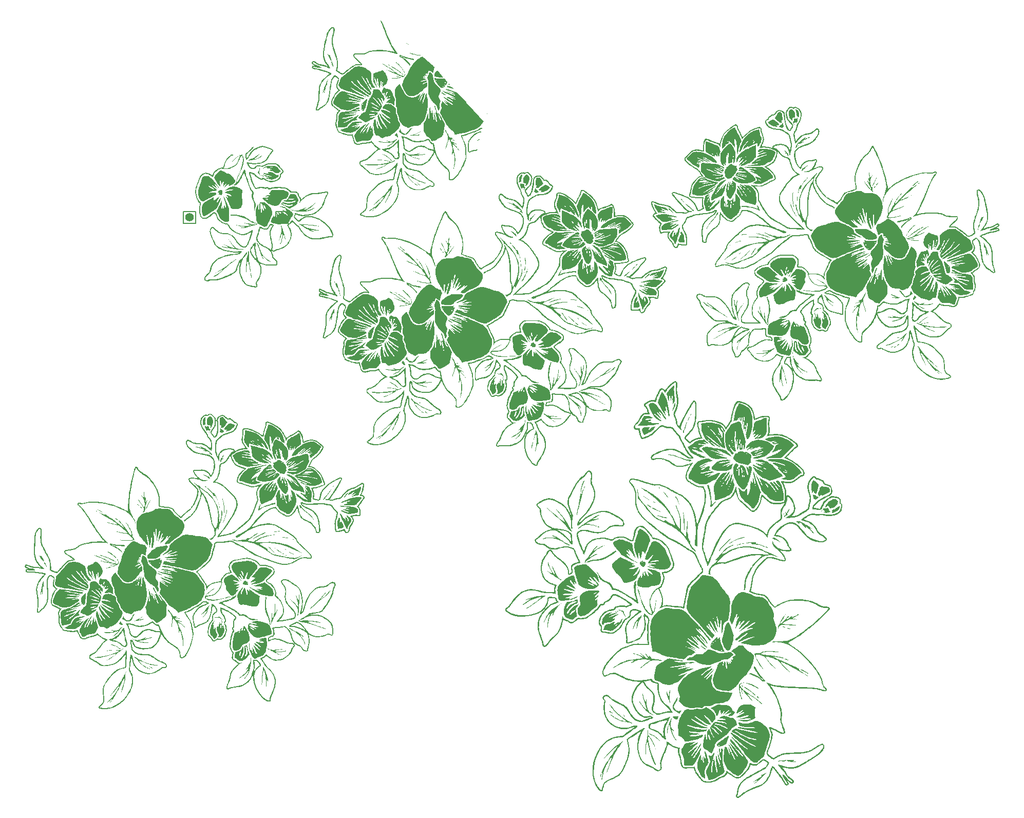
<source format=gto>
%TF.GenerationSoftware,KiCad,Pcbnew,(6.0.10)*%
%TF.CreationDate,2023-01-30T19:57:53-06:00*%
%TF.ProjectId,mypaintbrush_aggressive,6d797061-696e-4746-9272-7573685f6167,rev?*%
%TF.SameCoordinates,Original*%
%TF.FileFunction,Legend,Top*%
%TF.FilePolarity,Positive*%
%FSLAX46Y46*%
G04 Gerber Fmt 4.6, Leading zero omitted, Abs format (unit mm)*
G04 Created by KiCad (PCBNEW (6.0.10)) date 2023-01-30 19:57:53*
%MOMM*%
%LPD*%
G01*
G04 APERTURE LIST*
%ADD10C,0.150000*%
%ADD11C,1.397000*%
G04 APERTURE END LIST*
%TO.C,G\u002A\u002A\u002A*%
G36*
X86559256Y-33931018D02*
G01*
X86540757Y-33958228D01*
X86516509Y-33988618D01*
X86467378Y-34035333D01*
X86369464Y-34117392D01*
X86231560Y-34227833D01*
X86062460Y-34359693D01*
X85870957Y-34506011D01*
X85715377Y-34622944D01*
X85334063Y-34915056D01*
X84992127Y-35194446D01*
X84665549Y-35481345D01*
X84382616Y-35745728D01*
X84074878Y-36035150D01*
X83807403Y-36275163D01*
X83574102Y-36470727D01*
X83368884Y-36626805D01*
X83185658Y-36748356D01*
X83073127Y-36812443D01*
X82957650Y-36864935D01*
X82838992Y-36905312D01*
X82736612Y-36928544D01*
X82669972Y-36929601D01*
X82656113Y-36920193D01*
X82682594Y-36897843D01*
X82760312Y-36847863D01*
X82877972Y-36777184D01*
X83024274Y-36692737D01*
X83057651Y-36673863D01*
X83359033Y-36497951D01*
X83605614Y-36339793D01*
X83809199Y-36191289D01*
X83981597Y-36044346D01*
X83998355Y-36028691D01*
X84086054Y-35938775D01*
X84166152Y-35844400D01*
X84227350Y-35760644D01*
X84258352Y-35702578D01*
X84255804Y-35685200D01*
X84221269Y-35700166D01*
X84136971Y-35744910D01*
X84014712Y-35812952D01*
X83866296Y-35897816D01*
X83828905Y-35919496D01*
X83652274Y-36019657D01*
X83475374Y-36115634D01*
X83318651Y-36196585D01*
X83202550Y-36251671D01*
X83201794Y-36251998D01*
X83120019Y-36286380D01*
X83073621Y-36302823D01*
X83066560Y-36298511D01*
X83102794Y-36270626D01*
X83186283Y-36216353D01*
X83320984Y-36132873D01*
X83510857Y-36017371D01*
X83648356Y-35934276D01*
X83996878Y-35717479D01*
X84376157Y-35468885D01*
X84791711Y-35184713D01*
X85249058Y-34861180D01*
X85753713Y-34494508D01*
X85817304Y-34447730D01*
X86053480Y-34273973D01*
X86237497Y-34139285D01*
X86374613Y-34040211D01*
X86470088Y-33973302D01*
X86529182Y-33935102D01*
X86557152Y-33922158D01*
X86559256Y-33931018D01*
G37*
G36*
X84039914Y-23423214D02*
G01*
X83933680Y-23431264D01*
X83828640Y-23402289D01*
X83703960Y-23347027D01*
X83641724Y-23290649D01*
X83638678Y-23266260D01*
X83768257Y-23266260D01*
X83772490Y-23328961D01*
X83819076Y-23359275D01*
X83873533Y-23342594D01*
X83898402Y-23287880D01*
X83869071Y-23232634D01*
X83841067Y-23216727D01*
X83791677Y-23230404D01*
X83768257Y-23266260D01*
X83638678Y-23266260D01*
X83633391Y-23223924D01*
X83640620Y-23199137D01*
X83648198Y-23137885D01*
X83606062Y-23093105D01*
X83563811Y-23070701D01*
X83492801Y-23026374D01*
X83475587Y-22970579D01*
X83487437Y-22908573D01*
X83552259Y-22772877D01*
X83659330Y-22663278D01*
X83788098Y-22597985D01*
X83849443Y-22587818D01*
X83968094Y-22594514D01*
X84080537Y-22620402D01*
X84161369Y-22658288D01*
X84183520Y-22682407D01*
X84183700Y-22736871D01*
X84169244Y-22791262D01*
X84164293Y-22859938D01*
X84188827Y-22887096D01*
X84224856Y-22923751D01*
X84229551Y-23001994D01*
X84202549Y-23130567D01*
X84174889Y-23223285D01*
X84116506Y-23355858D01*
X84107333Y-23363925D01*
X84039914Y-23423214D01*
G37*
G36*
X84123665Y-19410079D02*
G01*
X84205547Y-19440484D01*
X84290162Y-19478149D01*
X84404153Y-19529031D01*
X84454936Y-19551735D01*
X84580618Y-19621343D01*
X84713049Y-19714528D01*
X84767893Y-19760529D01*
X84864735Y-19842079D01*
X84945690Y-19887001D01*
X85043664Y-19910864D01*
X85102800Y-19918970D01*
X85230385Y-19939032D01*
X85343190Y-19964032D01*
X85382222Y-19975958D01*
X85448946Y-20018771D01*
X85549522Y-20105851D01*
X85673224Y-20225622D01*
X85809330Y-20366511D01*
X85947115Y-20516948D01*
X86075854Y-20665357D01*
X86184823Y-20800166D01*
X86263299Y-20909802D01*
X86289516Y-20955055D01*
X86340563Y-21107258D01*
X86330492Y-21245874D01*
X86256383Y-21380559D01*
X86119152Y-21517749D01*
X86015447Y-21590593D01*
X85868846Y-21675527D01*
X85698482Y-21763364D01*
X85523485Y-21844914D01*
X85362984Y-21910994D01*
X85236112Y-21952414D01*
X85197789Y-21960201D01*
X85132587Y-21965691D01*
X85126455Y-21948560D01*
X85149594Y-21920117D01*
X85198553Y-21852892D01*
X85254803Y-21759251D01*
X85261297Y-21747258D01*
X85298767Y-21661219D01*
X85294197Y-21620754D01*
X85245942Y-21626679D01*
X85152356Y-21679809D01*
X85011797Y-21780960D01*
X84822617Y-21930947D01*
X84719690Y-22015838D01*
X84544929Y-22161324D01*
X84614707Y-22034652D01*
X84721794Y-21832480D01*
X84794627Y-21677591D01*
X84831592Y-21573875D01*
X84831075Y-21525224D01*
X84827104Y-21522694D01*
X84774452Y-21537154D01*
X84697345Y-21596471D01*
X84610580Y-21685805D01*
X84528956Y-21790314D01*
X84478783Y-21872045D01*
X84413167Y-21978957D01*
X84363538Y-22022641D01*
X84332665Y-22001026D01*
X84328121Y-21984783D01*
X84330532Y-21932992D01*
X84344266Y-21827310D01*
X84366982Y-21683978D01*
X84391393Y-21545825D01*
X84428090Y-21334154D01*
X84446327Y-21191172D01*
X84444666Y-21116177D01*
X84421667Y-21108466D01*
X84375892Y-21167337D01*
X84305903Y-21292087D01*
X84220015Y-21462147D01*
X84056911Y-21793615D01*
X84020784Y-21590380D01*
X83989349Y-21435070D01*
X83950833Y-21276371D01*
X83909444Y-21128037D01*
X83869389Y-21003819D01*
X83834875Y-20917468D01*
X83810110Y-20882737D01*
X83804913Y-20884793D01*
X83776089Y-20962979D01*
X83761738Y-21098073D01*
X83762036Y-21276979D01*
X83777156Y-21486602D01*
X83794951Y-21632675D01*
X83816020Y-21787350D01*
X83831838Y-21913876D01*
X83840555Y-21996772D01*
X83841327Y-22020993D01*
X83815347Y-22010821D01*
X83755058Y-21951710D01*
X83668085Y-21852574D01*
X83562050Y-21722324D01*
X83444577Y-21569873D01*
X83374698Y-21475466D01*
X83259885Y-21308103D01*
X83144341Y-21123141D01*
X83046280Y-20950349D01*
X83011183Y-20881337D01*
X82875817Y-20600120D01*
X82950370Y-20395289D01*
X83038373Y-20208951D01*
X83166025Y-20010125D01*
X83319540Y-19815044D01*
X83485124Y-19639940D01*
X83648987Y-19501046D01*
X83775412Y-19424143D01*
X83940484Y-19385411D01*
X84123665Y-19410079D01*
G37*
G36*
X85701207Y-26648547D02*
G01*
X85822119Y-26658871D01*
X85972909Y-26655988D01*
X86072616Y-26646505D01*
X86179729Y-26636673D01*
X86287846Y-26638850D01*
X86414320Y-26655186D01*
X86576503Y-26687833D01*
X86764638Y-26732277D01*
X86952827Y-26776926D01*
X87129251Y-26816141D01*
X87275587Y-26846023D01*
X87373513Y-26862672D01*
X87382102Y-26863701D01*
X87559957Y-26900659D01*
X87767615Y-26971067D01*
X87978398Y-27064612D01*
X88148646Y-27160012D01*
X88262226Y-27236233D01*
X88407059Y-27339002D01*
X88558336Y-27450569D01*
X88616164Y-27494505D01*
X88744473Y-27589316D01*
X88864114Y-27667379D01*
X88993279Y-27738582D01*
X89150162Y-27812814D01*
X89352957Y-27899961D01*
X89392471Y-27916424D01*
X89566818Y-27989964D01*
X89716997Y-28055420D01*
X89830903Y-28107353D01*
X89896427Y-28140319D01*
X89907059Y-28147705D01*
X89919949Y-28210046D01*
X89866877Y-28274534D01*
X89753169Y-28338463D01*
X89584147Y-28399127D01*
X89365135Y-28453817D01*
X89267506Y-28472909D01*
X89147612Y-28499004D01*
X88977974Y-28541638D01*
X88777004Y-28595910D01*
X88563117Y-28656917D01*
X88449774Y-28690620D01*
X88140772Y-28780313D01*
X87885552Y-28845485D01*
X87671664Y-28888414D01*
X87486662Y-28911378D01*
X87318094Y-28916658D01*
X87233707Y-28913229D01*
X87119418Y-28901400D01*
X87074152Y-28885661D01*
X87095663Y-28867127D01*
X87181701Y-28846910D01*
X87330017Y-28826127D01*
X87430994Y-28815467D01*
X87587043Y-28796192D01*
X87724886Y-28771678D01*
X87822428Y-28746134D01*
X87845292Y-28736528D01*
X87934280Y-28689035D01*
X87774350Y-28658410D01*
X87668391Y-28640930D01*
X87516268Y-28619340D01*
X87342868Y-28597073D01*
X87249455Y-28586010D01*
X86974041Y-28543744D01*
X86726950Y-28479774D01*
X86567116Y-28423926D01*
X86249743Y-28303617D01*
X86479014Y-28352632D01*
X86808833Y-28420726D01*
X87082883Y-28471522D01*
X87314199Y-28506996D01*
X87515812Y-28529120D01*
X87700756Y-28539869D01*
X87718630Y-28540389D01*
X87916738Y-28539139D01*
X88138018Y-28527215D01*
X88362925Y-28506700D01*
X88571915Y-28479675D01*
X88745442Y-28448224D01*
X88849615Y-28419868D01*
X88958804Y-28381004D01*
X88800856Y-28344930D01*
X88523240Y-28280685D01*
X88305795Y-28228143D01*
X88138726Y-28184519D01*
X88012239Y-28147031D01*
X87916541Y-28112895D01*
X87841837Y-28079329D01*
X87813926Y-28064486D01*
X87755431Y-28030726D01*
X87730385Y-28010731D01*
X87745990Y-28004775D01*
X87809452Y-28013131D01*
X87927977Y-28036075D01*
X88108766Y-28073882D01*
X88119346Y-28076121D01*
X88507122Y-28153723D01*
X88851505Y-28213574D01*
X89148224Y-28255257D01*
X89393009Y-28278355D01*
X89581591Y-28282453D01*
X89709699Y-28267135D01*
X89769299Y-28236944D01*
X89799020Y-28173417D01*
X89766737Y-28132592D01*
X89679997Y-28120811D01*
X89636105Y-28125013D01*
X89477978Y-28118375D01*
X89277922Y-28061807D01*
X89042356Y-27957978D01*
X88777702Y-27809562D01*
X88594905Y-27691656D01*
X88099853Y-27389875D01*
X87602980Y-27155180D01*
X87093019Y-26983838D01*
X86558698Y-26872113D01*
X85988750Y-26816272D01*
X85947424Y-26814368D01*
X85803742Y-26811535D01*
X85686582Y-26815388D01*
X85614864Y-26825074D01*
X85603700Y-26829912D01*
X85571680Y-26823692D01*
X85552060Y-26762421D01*
X85542848Y-26676806D01*
X85561441Y-26638521D01*
X85623374Y-26635702D01*
X85701207Y-26648547D01*
G37*
G36*
X93639683Y-19292211D02*
G01*
X93722369Y-19372442D01*
X93753400Y-19395335D01*
X93821525Y-19445517D01*
X93849165Y-19486044D01*
X93848546Y-19490163D01*
X93810438Y-19533575D01*
X93728657Y-19599797D01*
X93621629Y-19676303D01*
X93507784Y-19750570D01*
X93405546Y-19810070D01*
X93333344Y-19842278D01*
X93328808Y-19843442D01*
X93180650Y-19857266D01*
X93039556Y-19822492D01*
X92885561Y-19733453D01*
X92850016Y-19707556D01*
X92749915Y-19637039D01*
X92660455Y-19589175D01*
X92556157Y-19553423D01*
X92411542Y-19519240D01*
X92377654Y-19512104D01*
X92203749Y-19471945D01*
X92089806Y-19434253D01*
X92024793Y-19393431D01*
X91997679Y-19343880D01*
X91994914Y-19317870D01*
X92022189Y-19279105D01*
X92110103Y-19257050D01*
X92170468Y-19251953D01*
X92280926Y-19235254D01*
X92332403Y-19204772D01*
X92320618Y-19166681D01*
X92253977Y-19131572D01*
X92182079Y-19114851D01*
X92063322Y-19096525D01*
X91922097Y-19080298D01*
X91907472Y-19078915D01*
X91765574Y-19063638D01*
X91677069Y-19046482D01*
X91623987Y-19021967D01*
X91588362Y-18984617D01*
X91585642Y-18980787D01*
X91542214Y-18927811D01*
X91493853Y-18900537D01*
X91424822Y-18898401D01*
X91319376Y-18920839D01*
X91166657Y-18965785D01*
X91035203Y-19003122D01*
X90932684Y-19026286D01*
X90875609Y-19031776D01*
X90869388Y-19028799D01*
X90891504Y-18999120D01*
X90960632Y-18943912D01*
X91037603Y-18891403D01*
X91833149Y-18891403D01*
X91877710Y-18906830D01*
X91991663Y-18911291D01*
X92128667Y-18904360D01*
X92257693Y-18889001D01*
X92371778Y-18866253D01*
X92456642Y-18840385D01*
X92498001Y-18815663D01*
X92485612Y-18797693D01*
X92441650Y-18797187D01*
X92343484Y-18803088D01*
X92207961Y-18814251D01*
X92120253Y-18822550D01*
X91953976Y-18844941D01*
X91858423Y-18869333D01*
X91833149Y-18891403D01*
X91037603Y-18891403D01*
X91062518Y-18874406D01*
X91077281Y-18864997D01*
X91203388Y-18790933D01*
X91328075Y-18732380D01*
X91461935Y-18687528D01*
X91615561Y-18654562D01*
X91799543Y-18631669D01*
X92024476Y-18617036D01*
X92300950Y-18608849D01*
X92592811Y-18605553D01*
X92759722Y-18621139D01*
X92944619Y-18664069D01*
X93005872Y-18684157D01*
X93110604Y-18723904D01*
X93187557Y-18763470D01*
X93253306Y-18816829D01*
X93324426Y-18897950D01*
X93417492Y-19020805D01*
X93437575Y-19048051D01*
X93539678Y-19178500D01*
X93560766Y-19202478D01*
X93639683Y-19292211D01*
G37*
G36*
X99592942Y-25433364D02*
G01*
X99570048Y-25444040D01*
X99559372Y-25421145D01*
X99582266Y-25410470D01*
X99592942Y-25433364D01*
G37*
G36*
X89444345Y-26263605D02*
G01*
X89421451Y-26274281D01*
X89410776Y-26251387D01*
X89433670Y-26240711D01*
X89444345Y-26263605D01*
G37*
G36*
X93933861Y-28486919D02*
G01*
X93955804Y-28524202D01*
X93994061Y-28620242D01*
X94045208Y-28765128D01*
X94105816Y-28948949D01*
X94172457Y-29161796D01*
X94208350Y-29280636D01*
X94326881Y-29684714D01*
X94422724Y-30026148D01*
X94495691Y-30304139D01*
X94545593Y-30517885D01*
X94572243Y-30666588D01*
X94575451Y-30749445D01*
X94558012Y-30767012D01*
X94543928Y-30732859D01*
X94516936Y-30645409D01*
X94481826Y-30520590D01*
X94464928Y-30457509D01*
X94402421Y-30235598D01*
X94348717Y-30075957D01*
X94304847Y-29981247D01*
X94271846Y-29954131D01*
X94270035Y-29954803D01*
X94254076Y-29992264D01*
X94228865Y-30085557D01*
X94197983Y-30220224D01*
X94167914Y-30366847D01*
X94116513Y-30600304D01*
X94054886Y-30831999D01*
X93987440Y-31049125D01*
X93918582Y-31238877D01*
X93852719Y-31388446D01*
X93794259Y-31485027D01*
X93776680Y-31503667D01*
X93715210Y-31541563D01*
X93688202Y-31526025D01*
X93696881Y-31466871D01*
X93742475Y-31373916D01*
X93757493Y-31350039D01*
X93823920Y-31221762D01*
X93894119Y-31041624D01*
X93962475Y-30828588D01*
X94023373Y-30601620D01*
X94071197Y-30379688D01*
X94098683Y-30197560D01*
X94118675Y-29965710D01*
X94121186Y-29802496D01*
X94107272Y-29707549D01*
X94077988Y-29680502D01*
X94034391Y-29720989D01*
X93977536Y-29828639D01*
X93908479Y-30003089D01*
X93828275Y-30243970D01*
X93811815Y-30297376D01*
X93743465Y-30509198D01*
X93683156Y-30671192D01*
X93633981Y-30775437D01*
X93614291Y-30803696D01*
X93549313Y-30875088D01*
X93583148Y-30773352D01*
X93642482Y-30585968D01*
X93706314Y-30369303D01*
X93770296Y-30139776D01*
X93830076Y-29913804D01*
X93881304Y-29707802D01*
X93919630Y-29538188D01*
X93939972Y-29426841D01*
X93960097Y-29172431D01*
X93950867Y-28933135D01*
X93913737Y-28729543D01*
X93884947Y-28647070D01*
X93855446Y-28545809D01*
X93869913Y-28489187D01*
X93926170Y-28484337D01*
X93933861Y-28486919D01*
G37*
G36*
X95997616Y-25290725D02*
G01*
X95821205Y-25406878D01*
X95650088Y-25510744D01*
X95498603Y-25593071D01*
X95381084Y-25644603D01*
X95338622Y-25656082D01*
X95285260Y-25657240D01*
X95223551Y-25638380D01*
X95138734Y-25592501D01*
X95016047Y-25512603D01*
X94970378Y-25481454D01*
X94787386Y-25365286D01*
X94598745Y-25267491D01*
X94376186Y-25173858D01*
X94304296Y-25146583D01*
X93914570Y-25001339D01*
X93965589Y-24873917D01*
X93967765Y-24870220D01*
X94123320Y-24870220D01*
X94140120Y-24915867D01*
X94176584Y-24952586D01*
X94251034Y-24995710D01*
X94372428Y-25049466D01*
X94549726Y-25118081D01*
X94636307Y-25149907D01*
X94826534Y-25217869D01*
X94965679Y-25263349D01*
X95069216Y-25289861D01*
X95152611Y-25300922D01*
X95231336Y-25300046D01*
X95278153Y-25295761D01*
X95422207Y-25266252D01*
X95568786Y-25213715D01*
X95698249Y-25147689D01*
X95790951Y-25077714D01*
X95823708Y-25030800D01*
X95829430Y-24970654D01*
X95785236Y-24951269D01*
X95687232Y-24972039D01*
X95614408Y-24998236D01*
X95469553Y-25045579D01*
X95328718Y-25068596D01*
X95176369Y-25066458D01*
X94996975Y-25038333D01*
X94775004Y-24983393D01*
X94646175Y-24946487D01*
X94472711Y-24897498D01*
X94322452Y-24859184D01*
X94209287Y-24834784D01*
X94147110Y-24827538D01*
X94141287Y-24828726D01*
X94123320Y-24870220D01*
X93967765Y-24870220D01*
X94026874Y-24769791D01*
X94107827Y-24686836D01*
X94115642Y-24681421D01*
X94169284Y-24651911D01*
X94226043Y-24640241D01*
X94303701Y-24647353D01*
X94420043Y-24674187D01*
X94526693Y-24703169D01*
X94699459Y-24744329D01*
X94877774Y-24775616D01*
X95028803Y-24791505D01*
X95057006Y-24792409D01*
X95248881Y-24784191D01*
X95455674Y-24758007D01*
X95663970Y-24717543D01*
X95860354Y-24666488D01*
X96031412Y-24608527D01*
X96163729Y-24547350D01*
X96243888Y-24486639D01*
X96258799Y-24462105D01*
X96265046Y-24411812D01*
X96231994Y-24389550D01*
X96152188Y-24395266D01*
X96018175Y-24428905D01*
X95917541Y-24459644D01*
X95530037Y-24553334D01*
X95147462Y-24589695D01*
X94781705Y-24568598D01*
X94444653Y-24489917D01*
X94404501Y-24475797D01*
X94174533Y-24391549D01*
X94471653Y-24327303D01*
X94656615Y-24276960D01*
X94805870Y-24208112D01*
X94931467Y-24109864D01*
X94933818Y-24107006D01*
X95066504Y-24107006D01*
X95094518Y-24140083D01*
X95097755Y-24142934D01*
X95176762Y-24181681D01*
X95297555Y-24205459D01*
X95445400Y-24215417D01*
X95605567Y-24212702D01*
X95763323Y-24198462D01*
X95903937Y-24173848D01*
X96012678Y-24140004D01*
X96074814Y-24098082D01*
X96083054Y-24066129D01*
X96045591Y-24046467D01*
X95953144Y-24031295D01*
X95822050Y-24020901D01*
X95668652Y-24015572D01*
X95509289Y-24015598D01*
X95360300Y-24021264D01*
X95238026Y-24032860D01*
X95160839Y-24049878D01*
X95085099Y-24082119D01*
X95066504Y-24107006D01*
X94933818Y-24107006D01*
X95045458Y-23971319D01*
X95159891Y-23781581D01*
X95234184Y-23637813D01*
X95303997Y-23498431D01*
X95361552Y-23385614D01*
X95399860Y-23312928D01*
X95411825Y-23292864D01*
X95449390Y-23292188D01*
X95540124Y-23296647D01*
X95666003Y-23305307D01*
X95694677Y-23307529D01*
X95836162Y-23314377D01*
X95956771Y-23312486D01*
X96032943Y-23302343D01*
X96038305Y-23300462D01*
X96148203Y-23290099D01*
X96258145Y-23349264D01*
X96369459Y-23478777D01*
X96398703Y-23523935D01*
X96493296Y-23695194D01*
X96580452Y-23884959D01*
X96650552Y-24069627D01*
X96693976Y-24225592D01*
X96700551Y-24264673D01*
X96695770Y-24324091D01*
X96692184Y-24368643D01*
X96652893Y-24509567D01*
X96591784Y-24665222D01*
X96517961Y-24813380D01*
X96440530Y-24931813D01*
X96415260Y-24961089D01*
X96308980Y-25058576D01*
X96179373Y-25160252D01*
X96164986Y-25171539D01*
X95997616Y-25290725D01*
G37*
G36*
X90151139Y-34184074D02*
G01*
X90239479Y-34302113D01*
X90314737Y-34387011D01*
X90455960Y-34507167D01*
X90645852Y-34625911D01*
X90862392Y-34731450D01*
X91083559Y-34811992D01*
X91135223Y-34826382D01*
X91371537Y-34879017D01*
X91602651Y-34910032D01*
X91850698Y-34920996D01*
X92137809Y-34913475D01*
X92261035Y-34906145D01*
X92446644Y-34896729D01*
X92620261Y-34893137D01*
X92761754Y-34895470D01*
X92847486Y-34903160D01*
X92981100Y-34908658D01*
X93065462Y-34864830D01*
X93105846Y-34768529D01*
X93108675Y-34747115D01*
X93096842Y-34634329D01*
X93049991Y-34489889D01*
X92978799Y-34337067D01*
X92893948Y-34199135D01*
X92815105Y-34107308D01*
X92665784Y-33969946D01*
X92560372Y-33868497D01*
X92490210Y-33790485D01*
X92446637Y-33723435D01*
X92420991Y-33654873D01*
X92404614Y-33572321D01*
X92394241Y-33501044D01*
X92329436Y-33226006D01*
X92210762Y-32954702D01*
X92032517Y-32675031D01*
X91960041Y-32579337D01*
X91755887Y-32319142D01*
X91280637Y-32095838D01*
X91089243Y-32003393D01*
X90900570Y-31907856D01*
X90734059Y-31819353D01*
X90609149Y-31748007D01*
X90590050Y-31736169D01*
X90377644Y-31580416D01*
X90184530Y-31398549D01*
X90018959Y-31202027D01*
X89889184Y-31002312D01*
X89803457Y-30810864D01*
X89770032Y-30639145D01*
X89770966Y-30598630D01*
X89788312Y-30501525D01*
X89825405Y-30361223D01*
X89875769Y-30200987D01*
X89904592Y-30118774D01*
X89960410Y-29952760D01*
X90024126Y-29742853D01*
X90088216Y-29514927D01*
X90145150Y-29294853D01*
X90149613Y-29276537D01*
X90204948Y-29056300D01*
X90250341Y-28896050D01*
X90289166Y-28785578D01*
X90324798Y-28714674D01*
X90343697Y-28689472D01*
X90385115Y-28647091D01*
X90424075Y-28632107D01*
X90480400Y-28646188D01*
X90573910Y-28690998D01*
X90615306Y-28712295D01*
X90899681Y-28844440D01*
X91144990Y-28927931D01*
X91348311Y-28962234D01*
X91506722Y-28946810D01*
X91604009Y-28894082D01*
X91648464Y-28837533D01*
X91711517Y-28736848D01*
X91780660Y-28612213D01*
X91791179Y-28591933D01*
X91892763Y-28417171D01*
X91990911Y-28303278D01*
X92096511Y-28241124D01*
X92220451Y-28221577D01*
X92232824Y-28221595D01*
X92354848Y-28234529D01*
X92480700Y-28265750D01*
X92590596Y-28307996D01*
X92664750Y-28354003D01*
X92685050Y-28387631D01*
X92666188Y-28439000D01*
X92615126Y-28531475D01*
X92541458Y-28648214D01*
X92510629Y-28693840D01*
X92382111Y-28897599D01*
X92284401Y-29096284D01*
X92216837Y-29299442D01*
X92178750Y-29516625D01*
X92169478Y-29757380D01*
X92188354Y-30031255D01*
X92234715Y-30347803D01*
X92307896Y-30716571D01*
X92355144Y-30927022D01*
X92423194Y-31241261D01*
X92468198Y-31501085D01*
X92491228Y-31719336D01*
X92493359Y-31908853D01*
X92475662Y-32082477D01*
X92459068Y-32170336D01*
X92436741Y-32355789D01*
X92461923Y-32489447D01*
X92535186Y-32573380D01*
X92574988Y-32592391D01*
X92669501Y-32597332D01*
X92757569Y-32546970D01*
X92822380Y-32500256D01*
X92899847Y-32460617D01*
X93003613Y-32423312D01*
X93147329Y-32383603D01*
X93344642Y-32336751D01*
X93396964Y-32324932D01*
X93539716Y-32286560D01*
X93702135Y-32232997D01*
X93869477Y-32170371D01*
X94026989Y-32104805D01*
X94159928Y-32042425D01*
X94253544Y-31989355D01*
X94292709Y-31952912D01*
X94327628Y-31916119D01*
X94402434Y-31860000D01*
X94443130Y-31833163D01*
X94585925Y-31723771D01*
X94747230Y-31569524D01*
X94910611Y-31387883D01*
X95059627Y-31196309D01*
X95106312Y-31128695D01*
X95195230Y-30981379D01*
X95268171Y-30825110D01*
X95336859Y-30633551D01*
X95361185Y-30556162D01*
X95439224Y-30245547D01*
X95469162Y-29968575D01*
X95451559Y-29706567D01*
X95393781Y-29462444D01*
X95359490Y-29358850D01*
X95320294Y-29258810D01*
X95270220Y-29150577D01*
X95203295Y-29022406D01*
X95113547Y-28862546D01*
X94995004Y-28659250D01*
X94926988Y-28544251D01*
X94826338Y-28374558D01*
X95051975Y-28232977D01*
X95228039Y-28109471D01*
X95370031Y-27975439D01*
X95498633Y-27809139D01*
X95585954Y-27671585D01*
X95656569Y-27565934D01*
X95704030Y-27523944D01*
X95724602Y-27530374D01*
X95763044Y-27580945D01*
X95825016Y-27664487D01*
X95856809Y-27707806D01*
X95924632Y-27785247D01*
X96033450Y-27892433D01*
X96168055Y-28014990D01*
X96308111Y-28134336D01*
X96491029Y-28288819D01*
X96640097Y-28426426D01*
X96769750Y-28563393D01*
X96894424Y-28715964D01*
X97028554Y-28900378D01*
X97158964Y-29091586D01*
X97420353Y-29452633D01*
X97682053Y-29752661D01*
X97954308Y-30001405D01*
X98247365Y-30208602D01*
X98461719Y-30329685D01*
X98621068Y-30407234D01*
X98760969Y-30461493D01*
X98912571Y-30502842D01*
X99086429Y-30537906D01*
X99334173Y-30574548D01*
X99579221Y-30590731D01*
X99833734Y-30585374D01*
X100109873Y-30557391D01*
X100419799Y-30505699D01*
X100775674Y-30429214D01*
X101047669Y-30363105D01*
X101360619Y-30289627D01*
X101623058Y-30239121D01*
X101830544Y-30212222D01*
X101978637Y-30209559D01*
X102042651Y-30221732D01*
X102157132Y-30238010D01*
X102243444Y-30201694D01*
X102286037Y-30119783D01*
X102287066Y-30111722D01*
X102278473Y-29990253D01*
X102237223Y-29825305D01*
X102169366Y-29633453D01*
X102080949Y-29431273D01*
X101978021Y-29235341D01*
X101950018Y-29188105D01*
X101682474Y-28807431D01*
X101360442Y-28448072D01*
X100993950Y-28116523D01*
X100593024Y-27819280D01*
X100167687Y-27562838D01*
X99727967Y-27353693D01*
X99283889Y-27198341D01*
X98845479Y-27103276D01*
X98706133Y-27086469D01*
X98336445Y-27080195D01*
X97984110Y-27131010D01*
X97658925Y-27235883D01*
X97370683Y-27391789D01*
X97159622Y-27564564D01*
X97055352Y-27667513D01*
X96966972Y-27754100D01*
X96909584Y-27809548D01*
X96900618Y-27817947D01*
X96833120Y-27835527D01*
X96743421Y-27814177D01*
X96658698Y-27764443D01*
X96543321Y-27675536D01*
X96411940Y-27561308D01*
X96279202Y-27435613D01*
X96159760Y-27312300D01*
X96068259Y-27205225D01*
X96020198Y-27130307D01*
X95998036Y-27060837D01*
X96000846Y-26994354D01*
X96032619Y-26906028D01*
X96068564Y-26829511D01*
X96119652Y-26715863D01*
X96136472Y-26650909D01*
X96121963Y-26622348D01*
X96118449Y-26620851D01*
X96096166Y-26598561D01*
X96105188Y-26590546D01*
X96120398Y-26549650D01*
X96113302Y-26480260D01*
X96102447Y-26412014D01*
X96126006Y-26391977D01*
X96172352Y-26395995D01*
X96235253Y-26411148D01*
X96350849Y-26444536D01*
X96504110Y-26491621D01*
X96680007Y-26547872D01*
X96729323Y-26564007D01*
X96933364Y-26628998D01*
X97105790Y-26676699D01*
X97261394Y-26707942D01*
X97414973Y-26723557D01*
X97581324Y-26724372D01*
X97775240Y-26711219D01*
X98011518Y-26684928D01*
X98273339Y-26650620D01*
X98520120Y-26615768D01*
X98710881Y-26584558D01*
X98860677Y-26553284D01*
X98984556Y-26518241D01*
X99097571Y-26475721D01*
X99214774Y-26422019D01*
X99227966Y-26415567D01*
X99470535Y-26286986D01*
X99682352Y-26151251D01*
X99885951Y-25992096D01*
X100103865Y-25793254D01*
X100144079Y-25754210D01*
X100287947Y-25610543D01*
X100405147Y-25483497D01*
X100502392Y-25361315D01*
X100586392Y-25232239D01*
X100663854Y-25084511D01*
X100741492Y-24906372D01*
X100826013Y-24686062D01*
X100924130Y-24411825D01*
X100946394Y-24348274D01*
X101039373Y-24085148D01*
X101114806Y-23879347D01*
X101177162Y-23720223D01*
X101230910Y-23597126D01*
X101280518Y-23499410D01*
X101330457Y-23416428D01*
X101349426Y-23388037D01*
X101434757Y-23252699D01*
X101479793Y-23150206D01*
X101480566Y-23079033D01*
X101433107Y-23037651D01*
X101333447Y-23024535D01*
X101177618Y-23038156D01*
X100961649Y-23076991D01*
X100695116Y-23136324D01*
X100462485Y-23189061D01*
X100275456Y-23225446D01*
X100110743Y-23248087D01*
X99945059Y-23259592D01*
X99755119Y-23262572D01*
X99583988Y-23260800D01*
X99218682Y-23275259D01*
X98881869Y-23335056D01*
X98548963Y-23445874D01*
X98306904Y-23555939D01*
X97863273Y-23811701D01*
X97465104Y-24116668D01*
X97101070Y-24479698D01*
X97048030Y-24540500D01*
X96901685Y-24711228D01*
X96964442Y-24483557D01*
X97004063Y-24282170D01*
X96996044Y-24111714D01*
X96935915Y-23948497D01*
X96833239Y-23787775D01*
X96751048Y-23658914D01*
X96684619Y-23525045D01*
X96652542Y-23430640D01*
X96599926Y-23262964D01*
X96520586Y-23148285D01*
X96404210Y-23079921D01*
X96240490Y-23051192D01*
X96068629Y-23052249D01*
X95867327Y-23063601D01*
X95724039Y-23070375D01*
X95625355Y-23069977D01*
X95557867Y-23059811D01*
X95508168Y-23037282D01*
X95462849Y-22999791D01*
X95408502Y-22944746D01*
X95383659Y-22919647D01*
X95204574Y-22762436D01*
X94971410Y-22591735D01*
X94745421Y-22446325D01*
X94672072Y-22420323D01*
X94550813Y-22395968D01*
X94405133Y-22377743D01*
X94372200Y-22375007D01*
X94184782Y-22359453D01*
X93978829Y-22340076D01*
X93806327Y-22321885D01*
X93636978Y-22310397D01*
X93434901Y-22308090D01*
X93238255Y-22315205D01*
X93199445Y-22318064D01*
X93023907Y-22330054D01*
X92849004Y-22337921D01*
X92705152Y-22340412D01*
X92670957Y-22339877D01*
X92479968Y-22358808D01*
X92257367Y-22422245D01*
X92204517Y-22442390D01*
X92071140Y-22490443D01*
X91958326Y-22521794D01*
X91885915Y-22531192D01*
X91876047Y-22529351D01*
X91816726Y-22487438D01*
X91748724Y-22413465D01*
X91742215Y-22404857D01*
X91654132Y-22309601D01*
X91573933Y-22280807D01*
X91490798Y-22315982D01*
X91461866Y-22340285D01*
X91406262Y-22383428D01*
X91346549Y-22404334D01*
X91267265Y-22402472D01*
X91152953Y-22377311D01*
X90988152Y-22328320D01*
X90972750Y-22323489D01*
X90733034Y-22272923D01*
X90490329Y-22275064D01*
X90229082Y-22331158D01*
X90039187Y-22398244D01*
X89906913Y-22449189D01*
X89821958Y-22473848D01*
X89765816Y-22473710D01*
X89719978Y-22450263D01*
X89690480Y-22426280D01*
X89507096Y-22233999D01*
X89328816Y-21980564D01*
X89161023Y-21676268D01*
X89009099Y-21331406D01*
X88878429Y-20956274D01*
X88826089Y-20773191D01*
X88739208Y-20441935D01*
X88672071Y-20174040D01*
X88623692Y-19964489D01*
X88593077Y-19808269D01*
X88579240Y-19700364D01*
X88581189Y-19635759D01*
X88596610Y-19609996D01*
X88649603Y-19611227D01*
X88754868Y-19632916D01*
X88897393Y-19671501D01*
X89032734Y-19713635D01*
X89419034Y-19840508D01*
X89649245Y-20078067D01*
X89849494Y-20268641D01*
X90056515Y-20437038D01*
X90256211Y-20573169D01*
X90434486Y-20666939D01*
X90510378Y-20694550D01*
X90617068Y-20719616D01*
X90686076Y-20713295D01*
X90745584Y-20671883D01*
X90755501Y-20662349D01*
X90837074Y-20582237D01*
X91102267Y-20702725D01*
X91243162Y-20770332D01*
X91371760Y-20838251D01*
X91463261Y-20893282D01*
X91472419Y-20899730D01*
X91636684Y-20991992D01*
X91841842Y-21067093D01*
X92057698Y-21115034D01*
X92153517Y-21125293D01*
X92428157Y-21121729D01*
X92696307Y-21079556D01*
X92949298Y-21003908D01*
X93178469Y-20899917D01*
X93375152Y-20772716D01*
X93530681Y-20627439D01*
X93636392Y-20469218D01*
X93683618Y-20303186D01*
X93682668Y-20219497D01*
X93678628Y-20109481D01*
X93700729Y-20015876D01*
X93757765Y-19920734D01*
X93858529Y-19806107D01*
X93911595Y-19752229D01*
X94008657Y-19652748D01*
X94063545Y-19585307D01*
X94086168Y-19533030D01*
X94086433Y-19479047D01*
X94083543Y-19459432D01*
X94036502Y-19357264D01*
X93924405Y-19232564D01*
X93878765Y-19191254D01*
X93762984Y-19078234D01*
X93634765Y-18934915D01*
X93520530Y-18790954D01*
X93513385Y-18781127D01*
X93359979Y-18594711D01*
X93206964Y-18469403D01*
X93039191Y-18396571D01*
X92841506Y-18367589D01*
X92784899Y-18366179D01*
X92630090Y-18362957D01*
X92447668Y-18355825D01*
X92303223Y-18347907D01*
X92008755Y-18355200D01*
X91702851Y-18416679D01*
X91374551Y-18534941D01*
X91225021Y-18603291D01*
X91075809Y-18671906D01*
X90939866Y-18728294D01*
X90836822Y-18764600D01*
X90800416Y-18773284D01*
X90716750Y-18772637D01*
X90589115Y-18758022D01*
X90442938Y-18732485D01*
X90420307Y-18727755D01*
X90214372Y-18692712D01*
X90056173Y-18690548D01*
X89928459Y-18724454D01*
X89813981Y-18797619D01*
X89755555Y-18850664D01*
X89661794Y-18942633D01*
X89578042Y-19024576D01*
X89544743Y-19057045D01*
X89411025Y-19139821D01*
X89244059Y-19170543D01*
X89062178Y-19146598D01*
X89017668Y-19132180D01*
X88866685Y-19065650D01*
X88737086Y-18979052D01*
X88619153Y-18861807D01*
X88503165Y-18703337D01*
X88379404Y-18493059D01*
X88309673Y-18361517D01*
X88245083Y-18233499D01*
X88211900Y-18154394D01*
X88207443Y-18110320D01*
X88229030Y-18087400D01*
X88254817Y-18077566D01*
X88328464Y-18071539D01*
X88446655Y-18079481D01*
X88584233Y-18099665D01*
X88588629Y-18100485D01*
X88966540Y-18154557D01*
X89355301Y-18179213D01*
X89739607Y-18175228D01*
X90104152Y-18143373D01*
X90433635Y-18084427D01*
X90712749Y-17999160D01*
X90730047Y-17992209D01*
X90946157Y-17893117D01*
X91130990Y-17781545D01*
X91294619Y-17647313D01*
X91447116Y-17480242D01*
X91598556Y-17270154D01*
X91759010Y-17006869D01*
X91830026Y-16880664D01*
X91949284Y-16672575D01*
X92050621Y-16514853D01*
X92144632Y-16392356D01*
X92241917Y-16289943D01*
X92246344Y-16285750D01*
X92345240Y-16187380D01*
X92396361Y-16121067D01*
X92408059Y-16074651D01*
X92402977Y-16057631D01*
X92369564Y-16027834D01*
X92288493Y-15985247D01*
X92154616Y-15927649D01*
X91962788Y-15852822D01*
X91715620Y-15761372D01*
X91459441Y-15669142D01*
X91248414Y-15598828D01*
X91069929Y-15551237D01*
X90911379Y-15527180D01*
X90760154Y-15527468D01*
X90603645Y-15552909D01*
X90429247Y-15604313D01*
X90224348Y-15682490D01*
X89976340Y-15788250D01*
X89751375Y-15887524D01*
X89480077Y-16042061D01*
X89228377Y-16257900D01*
X88992784Y-16538456D01*
X88821368Y-16798719D01*
X88640885Y-17088255D01*
X88485714Y-17312187D01*
X88355071Y-17471424D01*
X88248176Y-17566874D01*
X88164247Y-17599446D01*
X88136951Y-17595080D01*
X88102032Y-17550287D01*
X88065365Y-17450492D01*
X88031069Y-17311905D01*
X88003264Y-17150730D01*
X87987849Y-17008573D01*
X87988745Y-16836631D01*
X88024933Y-16687988D01*
X88103722Y-16550763D01*
X88232419Y-16413075D01*
X88418333Y-16263045D01*
X88469227Y-16226063D01*
X88620918Y-16106536D01*
X88765116Y-15973623D01*
X88887719Y-15842033D01*
X88974626Y-15726476D01*
X89005333Y-15666824D01*
X89041089Y-15625053D01*
X89113302Y-15568639D01*
X89202607Y-15509657D01*
X89289639Y-15460186D01*
X89355034Y-15432303D01*
X89378855Y-15433857D01*
X89362646Y-15467331D01*
X89313593Y-15545622D01*
X89240290Y-15655340D01*
X89188704Y-15730028D01*
X89028239Y-15944748D01*
X88868234Y-16122501D01*
X88686426Y-16285599D01*
X88472123Y-16448084D01*
X88318575Y-16570477D01*
X88227405Y-16674112D01*
X88203066Y-16722075D01*
X88188559Y-16800753D01*
X88184447Y-16912819D01*
X88189164Y-17039035D01*
X88201144Y-17160167D01*
X88218821Y-17256976D01*
X88240627Y-17310227D01*
X88251337Y-17314861D01*
X88281280Y-17293555D01*
X88329220Y-17234987D01*
X88399096Y-17133335D01*
X88494852Y-16982775D01*
X88620425Y-16777482D01*
X88664868Y-16703741D01*
X88894567Y-16368519D01*
X89145162Y-16089991D01*
X89411488Y-15873202D01*
X89653175Y-15738209D01*
X89948358Y-15608448D01*
X90191041Y-15507127D01*
X90393892Y-15433395D01*
X90569581Y-15386399D01*
X90730774Y-15365290D01*
X90890141Y-15369214D01*
X91060350Y-15397321D01*
X91254069Y-15448760D01*
X91483967Y-15522680D01*
X91709861Y-15599987D01*
X91961214Y-15687777D01*
X92153400Y-15757678D01*
X92295352Y-15813410D01*
X92396008Y-15858693D01*
X92464300Y-15897250D01*
X92509164Y-15932800D01*
X92509276Y-15932909D01*
X92578345Y-16027063D01*
X92588855Y-16124088D01*
X92538767Y-16232395D01*
X92426041Y-16360398D01*
X92399563Y-16385599D01*
X92301162Y-16487821D01*
X92205975Y-16611293D01*
X92103308Y-16771222D01*
X91992574Y-16964501D01*
X91808999Y-17277333D01*
X91634412Y-17530660D01*
X91459356Y-17734002D01*
X91274376Y-17896882D01*
X91070013Y-18028820D01*
X90836807Y-18139337D01*
X90817923Y-18147015D01*
X90580994Y-18221573D01*
X90290399Y-18279383D01*
X89962295Y-18318879D01*
X89612835Y-18338489D01*
X89258172Y-18336645D01*
X89017432Y-18321919D01*
X88510209Y-18278025D01*
X88588908Y-18452177D01*
X88696019Y-18639861D01*
X88826525Y-18792052D01*
X88970709Y-18904380D01*
X89118853Y-18972473D01*
X89261242Y-18991960D01*
X89388158Y-18958469D01*
X89489885Y-18867630D01*
X89495220Y-18859896D01*
X89614791Y-18723189D01*
X89764283Y-18612096D01*
X89919333Y-18543218D01*
X89977659Y-18531181D01*
X90091334Y-18529849D01*
X90246668Y-18543943D01*
X90416528Y-18569602D01*
X90573776Y-18602966D01*
X90660287Y-18628303D01*
X90708981Y-18620375D01*
X90808304Y-18587014D01*
X90944330Y-18533410D01*
X91103134Y-18464754D01*
X91122113Y-18456178D01*
X91436127Y-18326163D01*
X91713214Y-18240303D01*
X91969505Y-18194910D01*
X92221138Y-18186293D01*
X92287584Y-18189606D01*
X92454557Y-18198582D01*
X92627382Y-18204719D01*
X92748962Y-18206563D01*
X92979068Y-18232545D01*
X93209433Y-18303915D01*
X93406466Y-18410248D01*
X93407497Y-18410983D01*
X93478779Y-18476349D01*
X93572106Y-18581398D01*
X93670102Y-18706224D01*
X93694230Y-18739502D01*
X93791699Y-18868116D01*
X93889970Y-18984059D01*
X93971087Y-19066451D01*
X93986272Y-19079120D01*
X94128246Y-19201189D01*
X94215470Y-19307344D01*
X94258276Y-19411151D01*
X94263984Y-19443723D01*
X94267372Y-19554019D01*
X94240039Y-19650953D01*
X94173224Y-19752005D01*
X94058166Y-19874657D01*
X94038345Y-19893932D01*
X93941449Y-19990705D01*
X93886783Y-20058286D01*
X93863284Y-20115068D01*
X93859884Y-20179442D01*
X93860363Y-20189748D01*
X93848170Y-20392724D01*
X93784040Y-20573949D01*
X93661057Y-20749185D01*
X93575268Y-20839549D01*
X93317178Y-21042905D01*
X93017029Y-21192789D01*
X92683082Y-21286450D01*
X92323603Y-21321135D01*
X92144707Y-21316047D01*
X91941365Y-21280624D01*
X91698565Y-21202106D01*
X91429616Y-21085569D01*
X91147824Y-20936093D01*
X91145443Y-20934713D01*
X90932830Y-20811473D01*
X90798537Y-20879752D01*
X90718371Y-20915112D01*
X90648701Y-20924973D01*
X90563424Y-20908563D01*
X90448094Y-20869358D01*
X90197846Y-20752377D01*
X89933989Y-20582325D01*
X89673261Y-20370811D01*
X89526748Y-20230322D01*
X89406791Y-20111723D01*
X89311563Y-20031488D01*
X89218585Y-19974348D01*
X89105379Y-19925031D01*
X89043163Y-19901801D01*
X88791393Y-19810164D01*
X88859855Y-20110705D01*
X88983937Y-20604652D01*
X89118370Y-21044364D01*
X89261638Y-21425999D01*
X89412224Y-21745710D01*
X89568613Y-21999652D01*
X89641048Y-22092111D01*
X89794019Y-22271029D01*
X90034125Y-22187574D01*
X90310069Y-22107793D01*
X90554078Y-22075535D01*
X90786737Y-22089891D01*
X91011223Y-22144357D01*
X91151191Y-22187148D01*
X91241249Y-22207874D01*
X91299224Y-22207200D01*
X91342942Y-22185797D01*
X91375517Y-22158000D01*
X91491090Y-22095515D01*
X91624088Y-22095065D01*
X91760917Y-22154322D01*
X91862415Y-22241418D01*
X91908658Y-22287401D01*
X91951456Y-22306517D01*
X92011087Y-22298710D01*
X92107828Y-22263928D01*
X92166025Y-22240609D01*
X92314587Y-22192276D01*
X92469278Y-22159820D01*
X92567430Y-22151214D01*
X92680367Y-22148947D01*
X92839757Y-22142778D01*
X93020777Y-22133762D01*
X93135918Y-22127024D01*
X93358381Y-22120194D01*
X93608653Y-22124141D01*
X93870735Y-22137489D01*
X94128623Y-22158859D01*
X94366317Y-22186873D01*
X94567815Y-22220151D01*
X94717114Y-22257318D01*
X94739393Y-22265129D01*
X94908274Y-22344897D01*
X95099416Y-22460158D01*
X95287094Y-22593477D01*
X95445581Y-22727414D01*
X95495246Y-22777480D01*
X95612186Y-22903988D01*
X95933329Y-22879495D01*
X96204852Y-22873222D01*
X96418815Y-22902620D01*
X96581277Y-22970838D01*
X96698299Y-23081030D01*
X96775939Y-23236346D01*
X96801716Y-23331130D01*
X96843989Y-23450235D01*
X96916244Y-23587652D01*
X96981137Y-23683980D01*
X97060220Y-23801704D01*
X97120344Y-23917408D01*
X97145097Y-23991975D01*
X97165294Y-24075441D01*
X97187556Y-24119923D01*
X97189930Y-24121303D01*
X97227971Y-24104414D01*
X97297045Y-24051193D01*
X97338516Y-24014052D01*
X97638694Y-23764717D01*
X97976056Y-23539672D01*
X98331178Y-23349789D01*
X98684638Y-23205945D01*
X98888923Y-23145993D01*
X99109972Y-23105583D01*
X99351060Y-23083153D01*
X99505257Y-23081001D01*
X99777159Y-23084646D01*
X100007253Y-23075625D01*
X100224505Y-23051041D01*
X100457882Y-23007998D01*
X100634973Y-22968034D01*
X100890072Y-22910103D01*
X101087776Y-22871586D01*
X101239099Y-22851276D01*
X101355057Y-22847968D01*
X101446663Y-22860457D01*
X101492314Y-22874222D01*
X101610455Y-22945798D01*
X101666520Y-23050319D01*
X101660511Y-23185365D01*
X101592437Y-23348521D01*
X101490792Y-23500949D01*
X101446306Y-23565480D01*
X101403759Y-23643193D01*
X101358686Y-23745092D01*
X101306626Y-23882173D01*
X101243116Y-24065439D01*
X101163695Y-24305887D01*
X101161531Y-24312526D01*
X101044315Y-24655916D01*
X100932619Y-24942315D01*
X100818694Y-25184942D01*
X100694790Y-25397012D01*
X100553158Y-25591738D01*
X100386048Y-25782340D01*
X100185711Y-25982033D01*
X100178679Y-25988708D01*
X99945096Y-26198783D01*
X99724921Y-26368855D01*
X99504922Y-26504609D01*
X99271870Y-26611730D01*
X99012535Y-26695903D01*
X98713688Y-26762814D01*
X98362098Y-26818146D01*
X98200769Y-26838670D01*
X97890927Y-26873255D01*
X97636580Y-26893693D01*
X97422990Y-26898990D01*
X97235425Y-26888149D01*
X97059150Y-26860176D01*
X96879429Y-26814077D01*
X96681529Y-26748855D01*
X96637532Y-26733088D01*
X96308480Y-26613983D01*
X96236118Y-26843680D01*
X96163757Y-27073376D01*
X96431667Y-27329585D01*
X96577561Y-27469660D01*
X96682066Y-27565334D01*
X96757420Y-27619420D01*
X96815859Y-27634731D01*
X96869621Y-27614081D01*
X96930943Y-27560282D01*
X97012061Y-27476150D01*
X97022476Y-27465412D01*
X97280527Y-27244053D01*
X97571337Y-27078970D01*
X97900741Y-26967826D01*
X98274578Y-26908284D01*
X98439497Y-26898336D01*
X98600420Y-26895124D01*
X98736859Y-26900182D01*
X98870396Y-26916419D01*
X99022610Y-26946738D01*
X99215083Y-26994048D01*
X99284438Y-27012130D01*
X99765653Y-27171220D01*
X100240197Y-27390523D01*
X100697489Y-27662243D01*
X101126947Y-27978585D01*
X101517988Y-28331753D01*
X101860033Y-28713950D01*
X102142500Y-29117383D01*
X102142870Y-29117994D01*
X102291595Y-29393687D01*
X102396454Y-29653482D01*
X102456072Y-29890052D01*
X102469074Y-30096072D01*
X102434085Y-30264214D01*
X102376094Y-30360400D01*
X102304179Y-30401479D01*
X102195796Y-30423608D01*
X102084556Y-30421750D01*
X102039839Y-30410793D01*
X101936790Y-30398052D01*
X101771333Y-30410713D01*
X101547603Y-30448160D01*
X101269734Y-30509777D01*
X101114621Y-30548722D01*
X100678175Y-30653425D01*
X100293500Y-30726322D01*
X99948911Y-30768443D01*
X99632722Y-30780815D01*
X99333246Y-30764466D01*
X99078462Y-30727912D01*
X98666881Y-30616577D01*
X98275227Y-30437277D01*
X97904970Y-30191065D01*
X97557576Y-29878999D01*
X97234514Y-29502136D01*
X97085542Y-29294140D01*
X96931419Y-29068948D01*
X96803963Y-28891065D01*
X96691760Y-28747345D01*
X96583392Y-28624642D01*
X96467447Y-28509811D01*
X96332510Y-28389706D01*
X96212424Y-28288628D01*
X96067932Y-28166746D01*
X95942223Y-28057064D01*
X95846223Y-27969389D01*
X95790857Y-27913525D01*
X95783050Y-27903220D01*
X95723019Y-27853160D01*
X95654864Y-27862626D01*
X95605764Y-27925225D01*
X95552227Y-28013322D01*
X95457667Y-28121803D01*
X95340661Y-28231652D01*
X95219788Y-28323852D01*
X95210220Y-28330081D01*
X95131363Y-28385726D01*
X95084517Y-28428430D01*
X95080113Y-28435875D01*
X95094338Y-28477045D01*
X95139836Y-28560379D01*
X95207358Y-28669191D01*
X95220384Y-28689056D01*
X95423854Y-29053243D01*
X95557365Y-29423565D01*
X95620404Y-29798149D01*
X95615907Y-30143086D01*
X95576691Y-30359904D01*
X95503371Y-30609620D01*
X95405059Y-30868234D01*
X95290868Y-31111749D01*
X95171235Y-31314229D01*
X94900322Y-31654887D01*
X94589435Y-31946561D01*
X94246488Y-32183845D01*
X93879396Y-32361329D01*
X93496071Y-32473610D01*
X93465853Y-32479444D01*
X93286546Y-32523744D01*
X93089972Y-32588939D01*
X92930905Y-32655405D01*
X92797903Y-32717007D01*
X92706411Y-32748996D01*
X92634693Y-32755000D01*
X92561012Y-32738648D01*
X92519163Y-32724141D01*
X92415187Y-32681299D01*
X92336197Y-32639994D01*
X92319039Y-32627686D01*
X92275220Y-32550672D01*
X92256259Y-32435418D01*
X92265418Y-32311796D01*
X92279171Y-32262513D01*
X92317563Y-32094273D01*
X92324975Y-31881365D01*
X92301051Y-31618377D01*
X92245436Y-31299899D01*
X92203150Y-31107448D01*
X92110551Y-30680721D01*
X92045919Y-30311156D01*
X92009460Y-29990086D01*
X92001376Y-29708841D01*
X92021872Y-29458751D01*
X92071152Y-29231145D01*
X92149418Y-29017355D01*
X92256877Y-28808710D01*
X92257237Y-28808095D01*
X92332427Y-28682985D01*
X92399568Y-28577352D01*
X92446373Y-28510387D01*
X92452748Y-28502719D01*
X92476520Y-28467992D01*
X92459980Y-28445987D01*
X92390531Y-28426768D01*
X92344831Y-28417579D01*
X92218214Y-28403269D01*
X92120929Y-28423365D01*
X92038833Y-28487128D01*
X91957783Y-28603818D01*
X91901222Y-28708038D01*
X91798630Y-28889285D01*
X91702616Y-29012978D01*
X91600819Y-29090462D01*
X91480875Y-29133072D01*
X91427576Y-29142536D01*
X91348059Y-29150414D01*
X91271733Y-29146929D01*
X91182275Y-29128428D01*
X91063364Y-29091258D01*
X90898674Y-29031767D01*
X90848257Y-29012912D01*
X90654244Y-28942931D01*
X90521479Y-28901886D01*
X90446336Y-28888785D01*
X90425483Y-28897052D01*
X90412200Y-28949792D01*
X90390365Y-29050132D01*
X90366871Y-29165527D01*
X90340569Y-29277767D01*
X90296930Y-29440934D01*
X90240760Y-29638025D01*
X90176866Y-29852039D01*
X90130810Y-30000613D01*
X89940315Y-30605172D01*
X89996567Y-30769119D01*
X90047858Y-30884157D01*
X90126379Y-31023078D01*
X90207643Y-31145111D01*
X90306595Y-31271467D01*
X90412361Y-31384752D01*
X90533668Y-31490811D01*
X90679234Y-31595484D01*
X90857785Y-31704612D01*
X91078042Y-31824037D01*
X91348728Y-31959603D01*
X91612535Y-32086008D01*
X91760336Y-32158580D01*
X91866157Y-32221433D01*
X91952562Y-32292358D01*
X92042118Y-32389142D01*
X92126151Y-32490914D01*
X92304118Y-32730307D01*
X92429977Y-32949538D01*
X92512241Y-33166274D01*
X92557904Y-33386972D01*
X92578352Y-33508975D01*
X92607658Y-33606772D01*
X92655360Y-33694909D01*
X92730993Y-33787928D01*
X92844099Y-33900372D01*
X92970928Y-34016760D01*
X93132220Y-34202036D01*
X93233312Y-34406902D01*
X93271073Y-34620991D01*
X93242372Y-34833938D01*
X93229480Y-34872509D01*
X93175103Y-34998159D01*
X93116181Y-35065783D01*
X93034050Y-35087394D01*
X92913889Y-35075647D01*
X92811783Y-35067139D01*
X92659843Y-35064819D01*
X92479406Y-35068632D01*
X92309742Y-35077294D01*
X92114401Y-35087160D01*
X91920990Y-35091563D01*
X91753859Y-35090237D01*
X91651243Y-35084468D01*
X91446516Y-35051824D01*
X91209494Y-34995027D01*
X90966543Y-34921947D01*
X90744029Y-34840453D01*
X90579632Y-34764600D01*
X90476448Y-34711718D01*
X90402614Y-34678885D01*
X90375355Y-34673029D01*
X90385961Y-34710467D01*
X90419053Y-34797811D01*
X90468586Y-34919464D01*
X90496143Y-34984793D01*
X90605502Y-35325051D01*
X90655676Y-35696524D01*
X90650040Y-36073643D01*
X90635295Y-36194890D01*
X90606908Y-36328838D01*
X90560893Y-36490040D01*
X90493257Y-36693050D01*
X90436858Y-36851433D01*
X90359622Y-37061647D01*
X90298354Y-37218375D01*
X90246176Y-37335828D01*
X90196204Y-37428217D01*
X90141553Y-37509752D01*
X90079178Y-37589923D01*
X89964476Y-37749060D01*
X89902835Y-37887760D01*
X89888976Y-38026833D01*
X89917616Y-38187089D01*
X89922852Y-38205918D01*
X89948174Y-38368732D01*
X89929588Y-38507581D01*
X89870510Y-38607296D01*
X89825453Y-38638398D01*
X89738260Y-38655544D01*
X89589259Y-38657148D01*
X89386310Y-38643541D01*
X89137268Y-38615056D01*
X89076651Y-38606767D01*
X88823363Y-38551277D01*
X88524246Y-38448987D01*
X88459201Y-38423078D01*
X88284865Y-38349536D01*
X88158504Y-38287743D01*
X88060570Y-38226087D01*
X87971515Y-38152958D01*
X87915865Y-38100357D01*
X87778999Y-37953538D01*
X87654711Y-37788916D01*
X87535881Y-37594510D01*
X87415393Y-37358339D01*
X87286127Y-37068423D01*
X87246445Y-36973702D01*
X87110864Y-36610900D01*
X87019401Y-36274510D01*
X86971256Y-35948867D01*
X86965634Y-35618301D01*
X87001735Y-35267149D01*
X87078762Y-34879744D01*
X87129527Y-34678229D01*
X87181351Y-34473656D01*
X87211106Y-34333181D01*
X87218569Y-34258058D01*
X87205918Y-34247453D01*
X87180555Y-34290296D01*
X87135099Y-34390640D01*
X87073538Y-34538718D01*
X86999858Y-34724764D01*
X86918045Y-34939011D01*
X86861394Y-35091491D01*
X86766655Y-35348104D01*
X86691611Y-35547244D01*
X86631826Y-35698685D01*
X86582865Y-35812204D01*
X86540289Y-35897578D01*
X86499662Y-35964580D01*
X86456548Y-36022988D01*
X86417245Y-36070141D01*
X86316750Y-36182047D01*
X86217387Y-36279025D01*
X86109922Y-36366534D01*
X85985127Y-36450032D01*
X85833767Y-36534978D01*
X85646615Y-36626829D01*
X85414436Y-36731042D01*
X85128001Y-36853075D01*
X85008942Y-36902789D01*
X84577568Y-37078062D01*
X84200733Y-37221325D01*
X83870162Y-37334622D01*
X83577579Y-37419993D01*
X83314713Y-37479481D01*
X83073287Y-37515128D01*
X82845027Y-37528974D01*
X82621659Y-37523063D01*
X82527378Y-37515187D01*
X82346413Y-37507064D01*
X82196979Y-37526907D01*
X82062604Y-37571113D01*
X81820857Y-37647921D01*
X81617330Y-37667821D01*
X81446637Y-37630506D01*
X81303392Y-37535665D01*
X81294641Y-37527245D01*
X81234432Y-37426593D01*
X81202683Y-37287261D01*
X81203397Y-37137701D01*
X81226099Y-37040095D01*
X81295919Y-36903132D01*
X81408175Y-36743717D01*
X81547321Y-36581156D01*
X81697817Y-36434756D01*
X81745945Y-36394385D01*
X81873752Y-36283537D01*
X81971197Y-36174691D01*
X82047527Y-36051520D01*
X82111986Y-35897699D01*
X82173820Y-35696908D01*
X82203203Y-35587066D01*
X82331265Y-35182207D01*
X82494301Y-34829935D01*
X82698499Y-34523317D01*
X82950049Y-34255426D01*
X83255137Y-34019327D01*
X83619954Y-33808093D01*
X83913517Y-33671595D01*
X84331354Y-33506197D01*
X84733135Y-33377461D01*
X85139379Y-33280637D01*
X85570599Y-33210973D01*
X86047311Y-33163719D01*
X86132684Y-33157685D01*
X86366547Y-33138575D01*
X86544903Y-33115130D01*
X86683674Y-33084411D01*
X86798789Y-33043478D01*
X86831204Y-33028711D01*
X86933474Y-32975500D01*
X87001426Y-32931700D01*
X87019773Y-32908993D01*
X86981516Y-32900531D01*
X86889699Y-32899334D01*
X86761843Y-32905417D01*
X86718098Y-32908744D01*
X86241611Y-32920717D01*
X85735193Y-32883538D01*
X85217608Y-32800335D01*
X84707621Y-32674238D01*
X84224000Y-32508379D01*
X84158732Y-32481859D01*
X83867750Y-32352619D01*
X83628990Y-32225364D01*
X83424488Y-32088675D01*
X83236288Y-31931130D01*
X83128569Y-31826755D01*
X83058260Y-31753071D01*
X82996344Y-31680143D01*
X82938451Y-31599579D01*
X82880215Y-31502986D01*
X82817269Y-31381969D01*
X82745246Y-31228136D01*
X82659776Y-31033092D01*
X82556494Y-30788446D01*
X82431805Y-30487671D01*
X82317096Y-30204613D01*
X82230359Y-29975532D01*
X82169396Y-29789642D01*
X82132005Y-29636157D01*
X82115984Y-29504289D01*
X82119135Y-29383252D01*
X82139255Y-29262259D01*
X82162893Y-29169551D01*
X82222176Y-28982145D01*
X82281481Y-28852280D01*
X82348758Y-28766490D01*
X82431959Y-28711307D01*
X82434033Y-28710334D01*
X82542706Y-28689067D01*
X82668898Y-28721764D01*
X82817786Y-28810987D01*
X82994546Y-28959303D01*
X83057066Y-29018906D01*
X83294277Y-29241832D01*
X83500263Y-29413389D01*
X83686471Y-29539515D01*
X83864351Y-29626143D01*
X84045351Y-29679211D01*
X84240922Y-29704652D01*
X84388547Y-29709202D01*
X84555366Y-29711233D01*
X84722528Y-29716336D01*
X84854783Y-29723422D01*
X84858482Y-29723703D01*
X85014275Y-29749907D01*
X85207122Y-29802787D01*
X85412041Y-29873569D01*
X85604053Y-29953483D01*
X85758173Y-30033757D01*
X85778979Y-30046920D01*
X85938684Y-30171510D01*
X86120161Y-30346363D01*
X86311789Y-30558573D01*
X86501946Y-30795239D01*
X86679011Y-31043458D01*
X86686164Y-31054209D01*
X86893977Y-31337973D01*
X87105571Y-31571015D01*
X87316224Y-31750224D01*
X87521214Y-31872489D01*
X87715823Y-31934702D01*
X87895329Y-31933750D01*
X87980971Y-31907331D01*
X88047508Y-31867720D01*
X88113064Y-31802818D01*
X88181412Y-31705667D01*
X88256330Y-31569306D01*
X88341592Y-31386775D01*
X88440975Y-31151117D01*
X88558255Y-30855374D01*
X88574597Y-30813223D01*
X88700770Y-30479203D01*
X88803681Y-30190022D01*
X88882234Y-29949391D01*
X88935331Y-29761018D01*
X88961877Y-29628614D01*
X88960774Y-29555888D01*
X88950040Y-29543243D01*
X88905370Y-29555012D01*
X88815745Y-29597691D01*
X88696370Y-29663641D01*
X88621008Y-29708613D01*
X88387893Y-29843293D01*
X88189474Y-29937661D01*
X88007069Y-29998896D01*
X87821993Y-30034180D01*
X87754579Y-30041593D01*
X87435571Y-30039107D01*
X87094132Y-29973673D01*
X86726409Y-29844516D01*
X86683978Y-29826293D01*
X86272906Y-29619068D01*
X85917913Y-29378053D01*
X85607944Y-29093920D01*
X85331945Y-28757338D01*
X85217153Y-28588255D01*
X85124868Y-28446573D01*
X85059648Y-28354796D01*
X85010624Y-28302282D01*
X84966921Y-28278393D01*
X84917671Y-28272488D01*
X84894790Y-28272757D01*
X84730683Y-28256737D01*
X84532665Y-28206915D01*
X84324842Y-28131184D01*
X84131323Y-28037438D01*
X84075976Y-28004686D01*
X83782155Y-27797865D01*
X83549644Y-27578855D01*
X83368310Y-27334856D01*
X83228020Y-27053070D01*
X83152428Y-26838352D01*
X83090857Y-26674923D01*
X83019007Y-26542381D01*
X82945400Y-26453679D01*
X82878557Y-26421767D01*
X82878339Y-26421770D01*
X82810895Y-26439528D01*
X82717179Y-26494073D01*
X82590280Y-26590254D01*
X82423289Y-26732920D01*
X82379751Y-26771683D01*
X82141715Y-26977101D01*
X81940199Y-27132998D01*
X81766518Y-27245176D01*
X81611982Y-27319442D01*
X81511610Y-27351707D01*
X81386331Y-27377999D01*
X81281209Y-27381381D01*
X81164547Y-27360276D01*
X81055558Y-27329017D01*
X80850173Y-27246663D01*
X80699017Y-27136101D01*
X80586132Y-26982474D01*
X80515560Y-26826312D01*
X80454699Y-26608500D01*
X80413415Y-26338350D01*
X80392208Y-26032382D01*
X80391573Y-25707114D01*
X80412013Y-25379064D01*
X80454025Y-25064751D01*
X80461150Y-25025478D01*
X80483201Y-24898004D01*
X80486837Y-24819467D01*
X80467732Y-24768754D01*
X80421562Y-24724754D01*
X80395481Y-24705002D01*
X80235703Y-24547093D01*
X80092233Y-24327765D01*
X79968373Y-24055856D01*
X79867425Y-23740206D01*
X79792692Y-23389648D01*
X79747473Y-23013022D01*
X79743832Y-22961009D01*
X79736580Y-22831232D01*
X79734399Y-22717028D01*
X79739600Y-22609082D01*
X79754500Y-22498081D01*
X79781412Y-22374711D01*
X79822652Y-22229659D01*
X79880532Y-22053613D01*
X79957368Y-21837256D01*
X80055474Y-21571278D01*
X80155671Y-21303603D01*
X80550669Y-20251328D01*
X80708747Y-20107909D01*
X80958694Y-19921228D01*
X81218593Y-19805240D01*
X81487650Y-19760003D01*
X81765064Y-19785573D01*
X82050040Y-19882011D01*
X82259539Y-19995411D01*
X82375777Y-20066761D01*
X82470373Y-20122617D01*
X82525455Y-20152471D01*
X82529519Y-20154172D01*
X82563288Y-20130085D01*
X82614528Y-20045965D01*
X82677192Y-19912568D01*
X82793438Y-19691595D01*
X82942982Y-19501563D01*
X83138428Y-19329191D01*
X83387985Y-19163811D01*
X83654897Y-19021940D01*
X83885897Y-18934254D01*
X84078021Y-18901724D01*
X84167891Y-18908029D01*
X84300218Y-18932307D01*
X84542472Y-18271415D01*
X84627334Y-18041415D01*
X84694034Y-17866474D01*
X84748437Y-17734361D01*
X84796397Y-17632844D01*
X84843776Y-17549692D01*
X84896432Y-17472675D01*
X84960226Y-17389560D01*
X84972092Y-17374583D01*
X85089693Y-17237769D01*
X85222411Y-17100298D01*
X85342724Y-16990578D01*
X85349457Y-16985086D01*
X85443761Y-16903941D01*
X85509628Y-16837770D01*
X85533046Y-16800678D01*
X85532990Y-16800353D01*
X85556647Y-16765020D01*
X85602804Y-16739920D01*
X85666666Y-16733932D01*
X85765733Y-16743245D01*
X85879519Y-16763411D01*
X85987538Y-16789982D01*
X86069302Y-16818510D01*
X86104325Y-16844548D01*
X86104041Y-16848744D01*
X86066036Y-16870258D01*
X85981615Y-16893128D01*
X85937323Y-16901422D01*
X85676549Y-16980251D01*
X85431873Y-17127454D01*
X85204821Y-17341460D01*
X84996918Y-17620694D01*
X84809692Y-17963585D01*
X84729093Y-18146717D01*
X84655692Y-18333104D01*
X84586992Y-18521434D01*
X84531239Y-18688294D01*
X84499378Y-18798996D01*
X84441428Y-19033384D01*
X84555157Y-19050871D01*
X84641573Y-19054780D01*
X84775384Y-19050298D01*
X84933160Y-19038440D01*
X85000555Y-19031548D01*
X85174503Y-19006354D01*
X85334223Y-18967873D01*
X85503420Y-18908830D01*
X85705797Y-18821955D01*
X85750297Y-18801544D01*
X86020408Y-18666233D01*
X86240208Y-18528492D01*
X86420015Y-18376517D01*
X86570147Y-18198501D01*
X86700920Y-17982637D01*
X86822652Y-17717118D01*
X86919554Y-17463538D01*
X86983380Y-17279217D01*
X87032450Y-17123130D01*
X87063349Y-17007129D01*
X87072663Y-16943070D01*
X87071321Y-16936774D01*
X87034746Y-16935629D01*
X86952323Y-16978190D01*
X86830533Y-17059518D01*
X86675858Y-17174671D01*
X86494775Y-17318705D01*
X86293768Y-17486679D01*
X86079314Y-17673651D01*
X85937335Y-17801608D01*
X85766666Y-17955308D01*
X85646153Y-18059486D01*
X85575498Y-18115211D01*
X85554404Y-18123553D01*
X85582573Y-18085580D01*
X85659709Y-18002363D01*
X85785513Y-17874971D01*
X85959691Y-17704472D01*
X85966041Y-17698334D01*
X86194382Y-17479793D01*
X86381908Y-17306235D01*
X86537432Y-17171242D01*
X86669771Y-17068399D01*
X86787738Y-16991289D01*
X86900150Y-16933498D01*
X87015821Y-16888608D01*
X87123806Y-16855659D01*
X87263577Y-16818149D01*
X87376214Y-16790817D01*
X87444886Y-16777612D01*
X87457129Y-16777389D01*
X87490694Y-16816549D01*
X87538769Y-16904150D01*
X87592821Y-17021006D01*
X87644319Y-17147928D01*
X87684732Y-17265727D01*
X87700040Y-17323725D01*
X87725714Y-17537166D01*
X87723487Y-17796380D01*
X87694506Y-18081863D01*
X87639913Y-18374109D01*
X87637872Y-18382865D01*
X87580424Y-18594604D01*
X87500047Y-18834578D01*
X87393892Y-19109914D01*
X87259109Y-19427741D01*
X87092847Y-19795185D01*
X86961120Y-20075416D01*
X86868095Y-20275292D01*
X86776210Y-20480395D01*
X86694894Y-20669182D01*
X86633582Y-20820109D01*
X86623741Y-20846021D01*
X86569876Y-20981299D01*
X86534088Y-21053026D01*
X86516182Y-21066727D01*
X86515965Y-21027925D01*
X86533238Y-20942140D01*
X86567809Y-20814899D01*
X86619482Y-20651721D01*
X86631903Y-20615107D01*
X86749680Y-20316786D01*
X86887914Y-20039985D01*
X86920150Y-19984470D01*
X87037131Y-19761164D01*
X87154998Y-19486098D01*
X87267427Y-19178597D01*
X87368094Y-18857983D01*
X87450678Y-18543582D01*
X87508853Y-18254718D01*
X87525990Y-18133049D01*
X87552541Y-17836020D01*
X87560195Y-17573567D01*
X87550173Y-17350667D01*
X87523699Y-17172298D01*
X87481995Y-17043439D01*
X87426283Y-16969065D01*
X87357787Y-16954155D01*
X87277728Y-17003688D01*
X87254650Y-17028338D01*
X87217413Y-17090497D01*
X87164167Y-17203975D01*
X87102080Y-17352502D01*
X87039662Y-17516131D01*
X86942056Y-17771321D01*
X86852158Y-17972892D01*
X86760685Y-18136619D01*
X86658351Y-18278283D01*
X86535874Y-18413661D01*
X86477982Y-18470722D01*
X86293978Y-18620020D01*
X86060145Y-18768278D01*
X85797437Y-18904699D01*
X85526806Y-19018490D01*
X85269203Y-19098856D01*
X85249557Y-19103572D01*
X85035933Y-19143672D01*
X84817485Y-19167628D01*
X84613497Y-19174635D01*
X84443259Y-19163895D01*
X84342540Y-19141340D01*
X84209824Y-19098853D01*
X84097165Y-19081578D01*
X83985648Y-19092046D01*
X83856359Y-19132786D01*
X83690382Y-19206329D01*
X83626671Y-19237086D01*
X83363054Y-19380935D01*
X83152987Y-19527678D01*
X83079078Y-19592624D01*
X82991524Y-19679801D01*
X82928755Y-19755145D01*
X82879171Y-19838305D01*
X82831179Y-19948932D01*
X82773184Y-20106674D01*
X82769319Y-20117541D01*
X82715919Y-20259916D01*
X82668602Y-20371732D01*
X82633482Y-20439331D01*
X82619152Y-20452947D01*
X82579039Y-20428652D01*
X82496970Y-20373047D01*
X82388737Y-20296896D01*
X82357870Y-20274780D01*
X82109850Y-20119587D01*
X81863732Y-20009019D01*
X81632609Y-19947829D01*
X81436231Y-19940035D01*
X81212993Y-19994225D01*
X80986453Y-20104966D01*
X80789977Y-20251177D01*
X80752087Y-20286724D01*
X80718471Y-20324679D01*
X80685524Y-20372993D01*
X80649645Y-20439615D01*
X80607230Y-20532492D01*
X80554677Y-20659573D01*
X80488383Y-20828806D01*
X80404746Y-21048141D01*
X80300162Y-21325526D01*
X80286204Y-21362636D01*
X80169905Y-21673294D01*
X80077070Y-21927313D01*
X80005564Y-22134758D01*
X79953255Y-22305696D01*
X79918008Y-22450193D01*
X79897686Y-22578315D01*
X79890157Y-22700128D01*
X79893287Y-22825700D01*
X79904940Y-22965093D01*
X79919058Y-23094143D01*
X79974431Y-23450455D01*
X80053921Y-23774429D01*
X80154273Y-24058213D01*
X80272233Y-24293953D01*
X80404544Y-24473797D01*
X80536429Y-24583302D01*
X80606279Y-24631094D01*
X80645365Y-24683584D01*
X80657335Y-24757973D01*
X80645840Y-24871468D01*
X80623644Y-24994508D01*
X80572799Y-25335360D01*
X80548336Y-25682551D01*
X80549784Y-26020272D01*
X80576676Y-26332722D01*
X80628543Y-26604093D01*
X80675785Y-26751889D01*
X80764139Y-26940532D01*
X80862302Y-27070129D01*
X80980687Y-27153078D01*
X81030064Y-27173838D01*
X81176473Y-27209828D01*
X81326703Y-27208790D01*
X81487721Y-27167517D01*
X81666493Y-27082808D01*
X81869985Y-26951458D01*
X82105163Y-26770265D01*
X82337506Y-26572630D01*
X82529290Y-26413513D01*
X82690888Y-26304600D01*
X82828000Y-26248477D01*
X82946327Y-26247729D01*
X83051568Y-26304943D01*
X83149426Y-26422699D01*
X83245598Y-26603587D01*
X83345787Y-26850191D01*
X83421707Y-27064306D01*
X83512585Y-27246860D01*
X83656678Y-27438395D01*
X83839178Y-27626013D01*
X84045283Y-27796821D01*
X84260187Y-27937925D01*
X84469086Y-28036431D01*
X84573087Y-28067131D01*
X84707793Y-28088086D01*
X84839236Y-28095046D01*
X84879729Y-28093083D01*
X84992216Y-28097937D01*
X85080857Y-28128331D01*
X85082966Y-28129746D01*
X85130754Y-28178855D01*
X85205373Y-28274136D01*
X85295948Y-28401070D01*
X85376592Y-28521816D01*
X85488154Y-28684641D01*
X85609826Y-28847173D01*
X85723866Y-28986336D01*
X85784820Y-29052652D01*
X86012789Y-29253561D01*
X86281503Y-29442643D01*
X86572257Y-29609645D01*
X86866347Y-29744322D01*
X87145067Y-29836421D01*
X87260519Y-29861249D01*
X87493238Y-29888604D01*
X87709330Y-29883754D01*
X87922094Y-29842972D01*
X88144828Y-29762533D01*
X88390831Y-29638714D01*
X88673402Y-29467791D01*
X88679593Y-29463817D01*
X88831962Y-29368028D01*
X88973242Y-29282930D01*
X89086619Y-29218433D01*
X89150339Y-29186425D01*
X89262186Y-29139567D01*
X89213419Y-29399469D01*
X89187204Y-29511583D01*
X89141730Y-29676813D01*
X89081279Y-29880820D01*
X89010142Y-30109264D01*
X88932602Y-30347805D01*
X88908007Y-30421345D01*
X88764021Y-30832299D01*
X88628307Y-31186243D01*
X88502110Y-31480407D01*
X88386675Y-31712027D01*
X88283247Y-31878336D01*
X88217998Y-31955043D01*
X88060950Y-32059230D01*
X87875542Y-32099350D01*
X87664721Y-32075567D01*
X87431429Y-31988036D01*
X87280278Y-31903989D01*
X87075579Y-31760573D01*
X86889625Y-31591896D01*
X86709794Y-31384656D01*
X86523467Y-31125546D01*
X86481384Y-31061846D01*
X86247731Y-30730751D01*
X86018389Y-30463442D01*
X85786003Y-30253214D01*
X85543215Y-30093364D01*
X85296633Y-29982207D01*
X85144994Y-29933473D01*
X84992273Y-29900191D01*
X84819946Y-29880007D01*
X84609484Y-29870569D01*
X84406363Y-29869156D01*
X84239603Y-29864434D01*
X84098230Y-29844799D01*
X83949365Y-29804041D01*
X83819444Y-29758259D01*
X83677856Y-29702148D01*
X83556177Y-29643356D01*
X83441538Y-29572663D01*
X83321075Y-29480847D01*
X83181924Y-29358690D01*
X83011215Y-29196970D01*
X82941052Y-29128749D01*
X82827106Y-29020528D01*
X82727830Y-28931769D01*
X82656854Y-28874378D01*
X82633031Y-28859764D01*
X82569597Y-28864403D01*
X82483851Y-28900865D01*
X82474302Y-28906538D01*
X82384177Y-28999407D01*
X82317888Y-29141640D01*
X82280525Y-29313656D01*
X82277171Y-29495877D01*
X82293639Y-29602140D01*
X82321013Y-29693191D01*
X82371949Y-29837615D01*
X82441581Y-30023233D01*
X82525041Y-30237866D01*
X82617464Y-30469338D01*
X82713982Y-30705471D01*
X82809731Y-30934085D01*
X82899844Y-31143004D01*
X82979452Y-31320051D01*
X82984349Y-31330597D01*
X83135179Y-31585625D01*
X83340645Y-31816117D01*
X83605031Y-32025628D01*
X83932615Y-32217714D01*
X84208043Y-32346376D01*
X84650291Y-32506349D01*
X85135300Y-32629735D01*
X85642867Y-32713733D01*
X86152792Y-32755535D01*
X86644873Y-32752334D01*
X86938691Y-32725685D01*
X87145611Y-32703461D01*
X87286210Y-32700671D01*
X87363688Y-32720267D01*
X87381246Y-32765197D01*
X87342083Y-32838415D01*
X87249401Y-32942869D01*
X87213413Y-32978986D01*
X87098376Y-33079535D01*
X86974582Y-33157036D01*
X86829363Y-33215530D01*
X86650052Y-33259056D01*
X86423978Y-33291653D01*
X86156469Y-33316019D01*
X85681165Y-33362268D01*
X85256201Y-33427712D01*
X84861949Y-33517085D01*
X84478776Y-33635121D01*
X84087053Y-33786557D01*
X83938024Y-33851110D01*
X83554252Y-34042159D01*
X83234226Y-34249468D01*
X82970683Y-34481371D01*
X82756362Y-34746204D01*
X82583999Y-35052303D01*
X82446334Y-35408002D01*
X82379684Y-35639701D01*
X82315563Y-35870552D01*
X82252788Y-36047800D01*
X82181581Y-36188420D01*
X82092169Y-36309388D01*
X81974774Y-36427680D01*
X81876849Y-36512838D01*
X81745894Y-36634645D01*
X81615749Y-36775013D01*
X81516922Y-36900397D01*
X81442607Y-37011403D01*
X81401991Y-37087266D01*
X81386701Y-37150594D01*
X81388370Y-37223994D01*
X81390101Y-37242914D01*
X81425107Y-37371158D01*
X81502249Y-37448621D01*
X81624100Y-37475872D01*
X81793236Y-37453481D01*
X82012236Y-37382015D01*
X82015014Y-37380926D01*
X82145447Y-37339582D01*
X82283263Y-37319975D01*
X82453998Y-37319404D01*
X82547342Y-37324566D01*
X82752592Y-37333494D01*
X82948213Y-37330177D01*
X83143094Y-37312355D01*
X83346129Y-37277769D01*
X83566208Y-37224155D01*
X83812224Y-37149253D01*
X84093069Y-37050802D01*
X84417634Y-36926542D01*
X84794813Y-36774211D01*
X84927930Y-36719227D01*
X85273584Y-36573687D01*
X85560296Y-36445148D01*
X85796058Y-36325624D01*
X85988867Y-36207133D01*
X86146715Y-36081686D01*
X86277597Y-35941301D01*
X86389508Y-35777992D01*
X86490442Y-35583773D01*
X86588393Y-35350661D01*
X86691356Y-35070670D01*
X86751712Y-34897583D01*
X86986263Y-34218317D01*
X87203069Y-34016395D01*
X87383418Y-33843080D01*
X87563792Y-33660220D01*
X87732492Y-33480454D01*
X87877828Y-33316423D01*
X87988103Y-33180763D01*
X88028959Y-33123752D01*
X88132733Y-32978069D01*
X88207473Y-32897497D01*
X88253128Y-32882055D01*
X88269646Y-32931770D01*
X88260938Y-33024063D01*
X88238005Y-33108484D01*
X88192161Y-33199465D01*
X88115859Y-33307897D01*
X88001547Y-33444663D01*
X87863709Y-33596894D01*
X87708399Y-33800625D01*
X87561627Y-34060871D01*
X87428828Y-34362768D01*
X87315437Y-34691448D01*
X87226891Y-35032045D01*
X87168628Y-35369695D01*
X87151787Y-35543812D01*
X87142806Y-35802322D01*
X87155660Y-36035324D01*
X87194046Y-36263422D01*
X87261664Y-36507222D01*
X87362214Y-36787329D01*
X87385837Y-36847594D01*
X87530199Y-37191263D01*
X87668664Y-37473073D01*
X87807907Y-37701499D01*
X87954605Y-37885017D01*
X88115434Y-38032100D01*
X88297070Y-38151225D01*
X88483934Y-38241573D01*
X88641148Y-38299406D01*
X88824769Y-38353136D01*
X89022246Y-38400701D01*
X89221030Y-38440037D01*
X89408567Y-38469080D01*
X89572310Y-38485768D01*
X89699706Y-38488035D01*
X89778205Y-38473818D01*
X89796327Y-38457364D01*
X89794419Y-38405639D01*
X89775850Y-38310183D01*
X89756054Y-38233162D01*
X89731121Y-38015139D01*
X89774505Y-37791377D01*
X89884234Y-37568937D01*
X89976679Y-37444283D01*
X90141248Y-37203111D01*
X90280133Y-36909793D01*
X90388604Y-36580489D01*
X90461931Y-36231361D01*
X90495386Y-35878568D01*
X90494490Y-35674874D01*
X90483308Y-35530942D01*
X90459903Y-35402811D01*
X90418023Y-35268578D01*
X90351412Y-35106337D01*
X90299417Y-34991713D01*
X90233443Y-34852016D01*
X90174541Y-34738177D01*
X90113471Y-34637597D01*
X90040992Y-34537676D01*
X89947866Y-34425815D01*
X89824853Y-34289415D01*
X89662714Y-34115875D01*
X89637544Y-34089149D01*
X89478351Y-33917018D01*
X89327481Y-33748081D01*
X89195412Y-33594510D01*
X89092618Y-33468474D01*
X89031519Y-33385164D01*
X88946453Y-33232197D01*
X88868610Y-33053048D01*
X88802999Y-32864589D01*
X88754630Y-32683685D01*
X88728511Y-32527207D01*
X88729126Y-32465124D01*
X88886345Y-32465124D01*
X88944337Y-32705457D01*
X89035715Y-32997636D01*
X89166938Y-33266511D01*
X89347696Y-33529146D01*
X89536889Y-33748818D01*
X89651238Y-33868721D01*
X89747058Y-33963315D01*
X89814815Y-34023611D01*
X89844974Y-34040615D01*
X89845482Y-34039824D01*
X89840915Y-33992557D01*
X89818198Y-33899631D01*
X89789185Y-33803179D01*
X89746743Y-33654352D01*
X89697389Y-33453467D01*
X89644943Y-33219104D01*
X89593225Y-32969844D01*
X89546056Y-32724266D01*
X89507255Y-32500951D01*
X89480644Y-32318477D01*
X89476402Y-32281965D01*
X89466981Y-32119524D01*
X89470838Y-31957938D01*
X89487121Y-31831696D01*
X89487556Y-31829820D01*
X89517516Y-31687593D01*
X89523836Y-31611703D01*
X89504919Y-31600525D01*
X89459169Y-31652432D01*
X89400419Y-31741079D01*
X89317104Y-31867891D01*
X89210725Y-32022137D01*
X89101596Y-32174481D01*
X89080123Y-32203632D01*
X88886345Y-32465124D01*
X88729126Y-32465124D01*
X88729652Y-32412024D01*
X88735710Y-32388993D01*
X88771664Y-32323199D01*
X88837505Y-32227730D01*
X88893577Y-32155072D01*
X88978189Y-32042530D01*
X89078547Y-31897432D01*
X89174513Y-31749007D01*
X89184771Y-31732373D01*
X89309443Y-31537291D01*
X89409568Y-31401173D01*
X89490734Y-31318198D01*
X89558523Y-31282546D01*
X89612909Y-31286181D01*
X89666384Y-31326754D01*
X89697107Y-31410843D01*
X89707596Y-31484716D01*
X89710503Y-31610685D01*
X89697110Y-31724472D01*
X89688311Y-31755923D01*
X89658043Y-31871833D01*
X89645381Y-32012268D01*
X89650900Y-32186742D01*
X89675176Y-32404773D01*
X89718781Y-32675879D01*
X89755943Y-32875653D01*
X89823791Y-33213950D01*
X89886036Y-33491149D01*
X89946287Y-33717006D01*
X90008150Y-33901275D01*
X90075232Y-34053713D01*
X90126757Y-34142200D01*
X90151139Y-34184074D01*
G37*
G36*
X90389745Y-19030052D02*
G01*
X90390399Y-19033045D01*
X90388412Y-19093862D01*
X90372091Y-19198383D01*
X90351670Y-19294572D01*
X90311322Y-19478052D01*
X90288161Y-19619116D01*
X90277988Y-19742671D01*
X90293497Y-19806628D01*
X90336982Y-19909874D01*
X90399229Y-20030693D01*
X90402960Y-20037320D01*
X90468475Y-20165722D01*
X90496285Y-20250648D01*
X90487599Y-20283490D01*
X90442224Y-20268491D01*
X90392110Y-20191482D01*
X90391099Y-20189327D01*
X90335619Y-20097503D01*
X90251766Y-19987184D01*
X90196160Y-19923806D01*
X90101860Y-19811693D01*
X90061928Y-19724595D01*
X90073726Y-19644462D01*
X90134612Y-19553239D01*
X90140867Y-19545705D01*
X90216607Y-19429445D01*
X90279378Y-19287427D01*
X90319025Y-19147459D01*
X90325732Y-19039616D01*
X90332418Y-18979023D01*
X90361742Y-18975023D01*
X90389745Y-19030052D01*
G37*
G36*
X92330899Y-26835138D02*
G01*
X92255381Y-27026353D01*
X92163617Y-27242894D01*
X92060601Y-27474135D01*
X91951328Y-27709451D01*
X91840792Y-27938213D01*
X91733989Y-28149799D01*
X91635912Y-28333579D01*
X91551559Y-28478929D01*
X91485923Y-28575222D01*
X91456951Y-28605529D01*
X91327242Y-28661410D01*
X91165380Y-28667551D01*
X90990288Y-28624177D01*
X90933389Y-28599309D01*
X90788992Y-28525955D01*
X90622701Y-28436922D01*
X90450640Y-28341369D01*
X90288944Y-28248447D01*
X90153742Y-28167313D01*
X90061162Y-28107121D01*
X90044432Y-28094767D01*
X89972922Y-28022286D01*
X89911823Y-27921149D01*
X89859827Y-27785112D01*
X89815620Y-27607935D01*
X89777894Y-27383373D01*
X89745335Y-27105182D01*
X89716633Y-26767122D01*
X89694232Y-26427030D01*
X89661637Y-25879368D01*
X89885383Y-25394109D01*
X90109130Y-24908851D01*
X90109330Y-25156035D01*
X90114428Y-25357405D01*
X90128147Y-25549378D01*
X90148618Y-25718617D01*
X90173975Y-25851789D01*
X90202347Y-25935562D01*
X90221626Y-25957248D01*
X90258717Y-25957691D01*
X90285662Y-25922839D01*
X90303749Y-25844934D01*
X90314266Y-25716215D01*
X90318504Y-25528922D01*
X90318510Y-25373826D01*
X90319467Y-25185595D01*
X90323904Y-25011624D01*
X90325409Y-24982179D01*
X90445420Y-24982179D01*
X90447035Y-25089536D01*
X90456007Y-25238274D01*
X90470788Y-25415024D01*
X90489830Y-25606418D01*
X90511586Y-25799087D01*
X90534510Y-25979664D01*
X90557053Y-26134778D01*
X90577669Y-26251063D01*
X90594809Y-26315150D01*
X90600640Y-26323300D01*
X90654114Y-26314332D01*
X90691519Y-26241082D01*
X90713549Y-26101435D01*
X90720278Y-25958660D01*
X90724729Y-25824114D01*
X90731790Y-25721039D01*
X90740145Y-25666905D01*
X90742607Y-25662862D01*
X90766470Y-25687927D01*
X90814411Y-25761455D01*
X90877027Y-25868793D01*
X90891587Y-25895033D01*
X90980653Y-26048007D01*
X91043082Y-26134711D01*
X91078820Y-26155158D01*
X91087813Y-26109366D01*
X91070009Y-25997353D01*
X91034126Y-25851437D01*
X90940821Y-25518698D01*
X90856723Y-25252780D01*
X90779990Y-25049915D01*
X90776119Y-25042109D01*
X90937452Y-25042109D01*
X90943906Y-25110968D01*
X90968387Y-25210588D01*
X91015157Y-25331854D01*
X91076934Y-25462297D01*
X91146437Y-25589453D01*
X91216385Y-25700856D01*
X91279496Y-25784039D01*
X91328489Y-25826538D01*
X91355918Y-25816349D01*
X91358352Y-25731097D01*
X91328281Y-25605742D01*
X91274164Y-25458629D01*
X91204457Y-25308102D01*
X91127619Y-25172502D01*
X91052109Y-25070175D01*
X90988876Y-25020328D01*
X90948839Y-25012264D01*
X90937452Y-25042109D01*
X90776119Y-25042109D01*
X90708781Y-24906333D01*
X90641251Y-24818266D01*
X90575559Y-24781946D01*
X90515542Y-24790818D01*
X90474171Y-24820024D01*
X90453738Y-24872503D01*
X90445778Y-24971363D01*
X90445420Y-24982179D01*
X90325409Y-24982179D01*
X90331115Y-24870580D01*
X90340395Y-24781132D01*
X90341032Y-24777665D01*
X90362217Y-24695213D01*
X90399264Y-24653911D01*
X90475427Y-24634358D01*
X90519794Y-24628555D01*
X90703424Y-24616380D01*
X90914189Y-24617523D01*
X91104372Y-24631233D01*
X91185843Y-24663085D01*
X91309482Y-24741973D01*
X91468097Y-24863279D01*
X91476018Y-24869723D01*
X91789854Y-25144301D01*
X92037924Y-25404435D01*
X92223130Y-25655399D01*
X92348380Y-25902469D01*
X92416579Y-26150920D01*
X92419473Y-26203452D01*
X92430632Y-26406027D01*
X92413212Y-26571193D01*
X92396787Y-26634859D01*
X92385174Y-26679877D01*
X92330899Y-26835138D01*
G37*
G36*
X86139701Y-21986198D02*
G01*
X86248402Y-22012419D01*
X86403325Y-22062012D01*
X86586101Y-22127808D01*
X86778363Y-22202640D01*
X86961738Y-22279339D01*
X87117859Y-22350736D01*
X87228357Y-22409663D01*
X87234131Y-22413278D01*
X87340663Y-22487942D01*
X87428503Y-22561557D01*
X87461844Y-22597168D01*
X87518147Y-22724573D01*
X87529160Y-22886074D01*
X87493533Y-23059426D01*
X87490474Y-23068083D01*
X87440212Y-23268468D01*
X87415623Y-23503111D01*
X87419682Y-23738516D01*
X87425796Y-23795698D01*
X87443348Y-23932954D01*
X87464443Y-24099325D01*
X87479901Y-24222075D01*
X87496573Y-24462545D01*
X87490647Y-24714194D01*
X87464557Y-24960771D01*
X87420739Y-25186020D01*
X87361627Y-25373689D01*
X87289659Y-25507524D01*
X87286742Y-25511280D01*
X87172704Y-25608796D01*
X87009459Y-25687224D01*
X86818406Y-25738411D01*
X86648350Y-25754429D01*
X86531855Y-25751291D01*
X86368424Y-25741694D01*
X86182107Y-25727236D01*
X86040328Y-25714013D01*
X85625926Y-25672172D01*
X85558477Y-25476545D01*
X85524338Y-25388086D01*
X85465405Y-25246766D01*
X85386880Y-25064567D01*
X85293963Y-24853481D01*
X85191851Y-24625490D01*
X85132370Y-24494412D01*
X85033813Y-24275572D01*
X84947725Y-24079164D01*
X84877850Y-23914171D01*
X84827930Y-23789578D01*
X84801710Y-23714365D01*
X84799572Y-23695846D01*
X84841475Y-23707827D01*
X84915962Y-23752256D01*
X84948174Y-23775205D01*
X85049676Y-23840273D01*
X85106539Y-23854583D01*
X85118568Y-23823316D01*
X85085574Y-23751655D01*
X85007361Y-23644782D01*
X84955270Y-23584247D01*
X84889521Y-23500901D01*
X84855659Y-23437402D01*
X84856283Y-23415159D01*
X84900145Y-23415243D01*
X84999306Y-23439080D01*
X85142825Y-23483643D01*
X85292006Y-23535732D01*
X85452221Y-23591893D01*
X85588660Y-23635692D01*
X85687101Y-23662837D01*
X85733315Y-23669041D01*
X85733675Y-23668892D01*
X85761605Y-23629594D01*
X85730229Y-23570695D01*
X85647224Y-23497469D01*
X85520262Y-23415191D01*
X85357016Y-23329137D01*
X85165162Y-23244581D01*
X85054950Y-23202339D01*
X84914805Y-23146232D01*
X84792230Y-23088136D01*
X84710333Y-23039177D01*
X84701778Y-23032266D01*
X84620623Y-22961198D01*
X84856496Y-22865621D01*
X84990482Y-22820634D01*
X85169644Y-22773212D01*
X85368249Y-22729680D01*
X85521077Y-22702338D01*
X85741697Y-22663770D01*
X85892123Y-22628557D01*
X85973501Y-22596096D01*
X85986976Y-22565784D01*
X85933695Y-22537018D01*
X85868061Y-22519788D01*
X85707055Y-22503723D01*
X85503950Y-22511390D01*
X85282945Y-22539874D01*
X85068236Y-22586259D01*
X84917052Y-22634376D01*
X84796181Y-22677500D01*
X84701198Y-22705767D01*
X84651762Y-22713368D01*
X84650798Y-22713087D01*
X84632096Y-22682737D01*
X84670714Y-22631526D01*
X84757217Y-22564060D01*
X84882170Y-22484944D01*
X85036135Y-22398785D01*
X85209679Y-22310191D01*
X85393366Y-22223766D01*
X85577759Y-22144118D01*
X85753425Y-22075853D01*
X85910928Y-22023578D01*
X86040831Y-21991898D01*
X86133700Y-21985421D01*
X86139701Y-21986198D01*
G37*
G36*
X89071749Y-37419051D02*
G01*
X89048853Y-37429727D01*
X89038178Y-37406833D01*
X89061072Y-37396157D01*
X89071749Y-37419051D01*
G37*
G36*
X85405545Y-30936385D02*
G01*
X85454741Y-30979049D01*
X85519551Y-31067725D01*
X85586078Y-31183356D01*
X85587071Y-31185302D01*
X85694357Y-31359704D01*
X85843662Y-31553893D01*
X86017415Y-31748238D01*
X86198043Y-31923104D01*
X86367975Y-32058860D01*
X86370473Y-32060580D01*
X86507670Y-32142706D01*
X86672795Y-32224702D01*
X86799218Y-32276984D01*
X86942881Y-32323322D01*
X87070907Y-32347078D01*
X87214867Y-32352259D01*
X87347783Y-32346640D01*
X87517656Y-32340658D01*
X87620887Y-32347845D01*
X87661225Y-32369151D01*
X87642424Y-32405522D01*
X87628407Y-32417487D01*
X87553455Y-32444519D01*
X87422497Y-32459059D01*
X87249874Y-32461123D01*
X87049926Y-32450726D01*
X86836993Y-32427884D01*
X86759447Y-32416542D01*
X86607200Y-32394272D01*
X86400724Y-32366508D01*
X86156832Y-32335381D01*
X85892336Y-32303019D01*
X85624048Y-32271551D01*
X85531673Y-32261065D01*
X85194709Y-32219758D01*
X84894339Y-32176110D01*
X84636194Y-32131338D01*
X84425908Y-32086663D01*
X84269110Y-32043298D01*
X84171433Y-32002465D01*
X84138507Y-31965381D01*
X84139575Y-31960010D01*
X84164402Y-31928259D01*
X84170096Y-31928334D01*
X84216138Y-31938966D01*
X84315783Y-31958854D01*
X84452265Y-31984891D01*
X84608815Y-32013970D01*
X84768664Y-32042985D01*
X84915046Y-32068830D01*
X85031194Y-32088399D01*
X85051596Y-32091643D01*
X85163352Y-32105354D01*
X85241754Y-32107858D01*
X85266748Y-32101107D01*
X85240860Y-32075675D01*
X85164170Y-32022813D01*
X85048212Y-31950012D01*
X84904518Y-31864763D01*
X84890094Y-31856433D01*
X84727016Y-31760054D01*
X84573708Y-31665137D01*
X84448181Y-31583093D01*
X84372596Y-31528693D01*
X84312264Y-31477402D01*
X84298582Y-31458600D01*
X84318767Y-31467685D01*
X84464898Y-31544522D01*
X84649815Y-31631668D01*
X84862722Y-31725023D01*
X85092821Y-31820485D01*
X85329319Y-31913952D01*
X85561420Y-32001322D01*
X85778325Y-32078494D01*
X85969241Y-32141366D01*
X86123371Y-32185836D01*
X86229918Y-32207802D01*
X86267862Y-32208217D01*
X86266158Y-32181899D01*
X86221278Y-32121861D01*
X86156572Y-32054576D01*
X86054966Y-31945589D01*
X85928953Y-31793527D01*
X85791730Y-31616065D01*
X85656490Y-31430879D01*
X85536429Y-31255647D01*
X85444744Y-31108045D01*
X85429236Y-31080197D01*
X85380941Y-30984487D01*
X85369108Y-30938649D01*
X85392005Y-30932169D01*
X85405545Y-30936385D01*
G37*
G36*
X93881566Y-25297949D02*
G01*
X94060859Y-25329833D01*
X94254246Y-25380967D01*
X94441570Y-25445073D01*
X94602680Y-25515871D01*
X94717418Y-25587083D01*
X94734838Y-25602574D01*
X94800979Y-25656429D01*
X94913030Y-25736415D01*
X95055606Y-25831948D01*
X95213328Y-25932440D01*
X95221260Y-25937358D01*
X95419132Y-26062632D01*
X95565636Y-26163618D01*
X95672085Y-26250319D01*
X95749794Y-26332741D01*
X95810074Y-26420886D01*
X95848111Y-26491654D01*
X95916876Y-26629437D01*
X95767878Y-26847870D01*
X95685844Y-26973310D01*
X95584085Y-27136450D01*
X95477791Y-27312654D01*
X95412196Y-27424718D01*
X95319644Y-27582416D01*
X95246133Y-27695248D01*
X95176086Y-27780855D01*
X95093923Y-27856871D01*
X94984071Y-27940937D01*
X94907786Y-27995866D01*
X94750232Y-28103966D01*
X94626998Y-28173673D01*
X94517499Y-28212314D01*
X94401151Y-28227217D01*
X94261611Y-28225894D01*
X94161367Y-28225963D01*
X94013556Y-28231400D01*
X93841776Y-28241177D01*
X93736787Y-28248719D01*
X93531390Y-28260134D01*
X93364213Y-28256073D01*
X93203237Y-28234147D01*
X93033557Y-28196260D01*
X92808998Y-28136141D01*
X92602632Y-28073064D01*
X92426358Y-28011306D01*
X92292078Y-27955140D01*
X92211689Y-27908844D01*
X92198982Y-27896417D01*
X92188628Y-27865990D01*
X92194724Y-27813176D01*
X92220455Y-27727600D01*
X92269006Y-27598884D01*
X92343562Y-27416649D01*
X92353636Y-27392537D01*
X92428884Y-27217312D01*
X92500394Y-27059073D01*
X92561001Y-26933118D01*
X92603544Y-26854750D01*
X92609736Y-26845458D01*
X92645398Y-26799130D01*
X92663460Y-26793812D01*
X92667910Y-26839057D01*
X92662735Y-26944417D01*
X92661201Y-26968736D01*
X92658353Y-27083500D01*
X92664697Y-27165059D01*
X92676002Y-27192721D01*
X92706028Y-27169474D01*
X92751817Y-27098713D01*
X92781923Y-27040352D01*
X92848217Y-26915243D01*
X92895366Y-26858415D01*
X92923463Y-26870010D01*
X92932596Y-26950172D01*
X92922857Y-27099046D01*
X92905767Y-27237668D01*
X92888337Y-27430579D01*
X92894226Y-27577894D01*
X92922220Y-27672433D01*
X92971106Y-27707012D01*
X92984908Y-27705785D01*
X93029369Y-27662410D01*
X93068601Y-27559445D01*
X93101098Y-27408655D01*
X93125356Y-27221802D01*
X93139866Y-27010649D01*
X93143127Y-26786957D01*
X93133631Y-26562491D01*
X93132729Y-26550609D01*
X93126708Y-26421201D01*
X93129724Y-26322544D01*
X93141060Y-26273372D01*
X93143456Y-26271412D01*
X93170649Y-26295469D01*
X93220107Y-26371895D01*
X93284305Y-26488123D01*
X93342162Y-26603269D01*
X93488335Y-26900705D01*
X93610405Y-27138185D01*
X93707596Y-27314321D01*
X93779128Y-27427725D01*
X93824226Y-27477013D01*
X93833099Y-27478987D01*
X93851758Y-27450606D01*
X93845404Y-27376122D01*
X93812982Y-27252345D01*
X93753443Y-27076089D01*
X93665732Y-26844163D01*
X93548796Y-26553380D01*
X93445277Y-26304260D01*
X93407106Y-26197094D01*
X93407323Y-26149358D01*
X93445405Y-26160560D01*
X93520834Y-26230204D01*
X93633091Y-26357795D01*
X93781653Y-26542837D01*
X93966001Y-26784838D01*
X94003597Y-26835285D01*
X94142548Y-27018918D01*
X94247804Y-27149247D01*
X94325266Y-27232441D01*
X94380838Y-27274669D01*
X94420420Y-27282098D01*
X94428435Y-27279276D01*
X94431159Y-27241229D01*
X94399983Y-27155095D01*
X94340938Y-27032041D01*
X94260052Y-26883226D01*
X94163357Y-26719817D01*
X94056883Y-26552976D01*
X93960552Y-26413112D01*
X93867863Y-26282826D01*
X93793268Y-26175947D01*
X93745031Y-26104452D01*
X93730946Y-26080324D01*
X93761951Y-26090906D01*
X93841894Y-26126414D01*
X93955690Y-26180053D01*
X94000410Y-26201699D01*
X94167291Y-26294566D01*
X94362359Y-26421583D01*
X94562336Y-26567346D01*
X94613816Y-26607651D01*
X94747415Y-26713449D01*
X94859847Y-26801489D01*
X94939864Y-26863034D01*
X94976216Y-26889347D01*
X94976882Y-26889662D01*
X95000369Y-26866362D01*
X95016383Y-26831106D01*
X95015800Y-26767350D01*
X94970595Y-26685039D01*
X94876706Y-26579664D01*
X94730073Y-26446714D01*
X94526633Y-26281683D01*
X94509191Y-26268058D01*
X94324029Y-26122503D01*
X94196183Y-26017386D01*
X94125876Y-25950195D01*
X94113327Y-25918410D01*
X94158760Y-25919518D01*
X94262397Y-25951002D01*
X94424457Y-26010348D01*
X94528399Y-26050042D01*
X94700100Y-26114369D01*
X94848196Y-26166744D01*
X94959923Y-26202891D01*
X95022519Y-26218529D01*
X95030518Y-26218340D01*
X95023193Y-26190964D01*
X94972920Y-26135605D01*
X94895179Y-26065393D01*
X94805454Y-25993468D01*
X94719225Y-25932963D01*
X94651972Y-25897013D01*
X94651665Y-25896900D01*
X94592765Y-25859951D01*
X94585012Y-25823108D01*
X94631923Y-25806425D01*
X94635814Y-25806481D01*
X94672691Y-25778087D01*
X94679108Y-25743036D01*
X94670153Y-25711511D01*
X94637010Y-25680951D01*
X94568488Y-25645459D01*
X94453402Y-25599143D01*
X94298543Y-25542539D01*
X94124206Y-25482923D01*
X93954454Y-25429699D01*
X93812293Y-25389843D01*
X93741080Y-25373550D01*
X93637833Y-25351436D01*
X93569267Y-25331284D01*
X93554122Y-25322706D01*
X93581122Y-25310710D01*
X93660123Y-25298515D01*
X93736522Y-25291592D01*
X93881566Y-25297949D01*
G37*
G36*
X99509531Y-24712964D02*
G01*
X99501016Y-24744112D01*
X99459919Y-24808347D01*
X99377204Y-24907152D01*
X99265039Y-25028067D01*
X99135593Y-25158631D01*
X99001033Y-25286382D01*
X98873529Y-25398862D01*
X98815688Y-25445901D01*
X98667096Y-25552400D01*
X98484408Y-25669104D01*
X98298568Y-25776639D01*
X98227364Y-25814233D01*
X98080205Y-25890142D01*
X97989972Y-25940495D01*
X97949416Y-25971150D01*
X97951291Y-25987961D01*
X97988348Y-25996786D01*
X97999753Y-25998153D01*
X98191240Y-25993524D01*
X98430766Y-25941799D01*
X98719848Y-25842545D01*
X99056496Y-25696969D01*
X99244448Y-25612458D01*
X99371627Y-25561930D01*
X99438978Y-25543374D01*
X99447450Y-25554785D01*
X99397989Y-25594152D01*
X99291543Y-25659465D01*
X99129059Y-25748717D01*
X99000785Y-25815098D01*
X98648546Y-25972185D01*
X98290600Y-26086165D01*
X97917559Y-26157848D01*
X97520033Y-26188044D01*
X97088637Y-26177565D01*
X96613980Y-26127221D01*
X96191258Y-26057759D01*
X95933300Y-26007598D01*
X95724851Y-25962507D01*
X95570742Y-25923746D01*
X95475804Y-25892579D01*
X95444867Y-25870265D01*
X95450847Y-25864394D01*
X95492858Y-25867489D01*
X95589897Y-25883956D01*
X95727378Y-25911089D01*
X95885669Y-25945058D01*
X96057478Y-25981360D01*
X96211947Y-26010592D01*
X96331029Y-26029546D01*
X96392752Y-26035171D01*
X96505634Y-26019671D01*
X96670298Y-25978365D01*
X96873714Y-25915517D01*
X97102849Y-25835383D01*
X97344671Y-25742224D01*
X97543418Y-25659048D01*
X97722430Y-25585318D01*
X97854401Y-25539195D01*
X97935835Y-25520548D01*
X97963235Y-25529249D01*
X97933103Y-25565167D01*
X97841941Y-25628174D01*
X97776067Y-25667659D01*
X97671406Y-25738199D01*
X97627347Y-25789950D01*
X97635545Y-25822865D01*
X97687654Y-25836897D01*
X97775329Y-25831999D01*
X97890225Y-25808123D01*
X98023997Y-25765223D01*
X98168299Y-25703249D01*
X98232388Y-25670248D01*
X98463620Y-25530715D01*
X98719259Y-25353080D01*
X98977336Y-25153598D01*
X99215885Y-24948521D01*
X99248559Y-24918344D01*
X99373380Y-24803412D01*
X99454002Y-24733963D01*
X99497145Y-24705361D01*
X99509531Y-24712964D01*
G37*
G36*
X83219394Y-22681411D02*
G01*
X83112437Y-22728344D01*
X82971161Y-22756700D01*
X82935457Y-22759821D01*
X82776858Y-22778214D01*
X82606935Y-22810759D01*
X82437558Y-22853431D01*
X82280588Y-22902206D01*
X82147894Y-22953058D01*
X82051339Y-23001963D01*
X82002790Y-23044895D01*
X82008744Y-23074183D01*
X82053656Y-23078428D01*
X82154848Y-23072914D01*
X82297997Y-23058835D01*
X82468778Y-23037384D01*
X82495498Y-23033659D01*
X82712041Y-23005668D01*
X82870899Y-22992733D01*
X82984420Y-22995749D01*
X83064949Y-23015607D01*
X83124835Y-23053199D01*
X83152938Y-23081191D01*
X83213037Y-23187436D01*
X83205976Y-23288942D01*
X83141150Y-23367828D01*
X83087719Y-23401217D01*
X82981257Y-23462510D01*
X82831560Y-23546413D01*
X82648422Y-23647631D01*
X82441640Y-23760867D01*
X82221010Y-23880827D01*
X81996325Y-24002214D01*
X81777383Y-24119733D01*
X81573978Y-24228089D01*
X81395907Y-24321987D01*
X81252963Y-24396131D01*
X81154944Y-24445225D01*
X81115523Y-24462883D01*
X81011689Y-24471323D01*
X80876845Y-24446357D01*
X80738550Y-24395509D01*
X80629076Y-24330084D01*
X80536121Y-24231124D01*
X80443557Y-24090531D01*
X80362963Y-23931446D01*
X80305923Y-23777016D01*
X80284015Y-23650384D01*
X80284176Y-23640791D01*
X80278273Y-23523884D01*
X80256617Y-23421819D01*
X80253046Y-23412355D01*
X80213631Y-23254707D01*
X80200011Y-23051545D01*
X80212260Y-22824011D01*
X80250258Y-22594086D01*
X80280680Y-22477081D01*
X80330499Y-22305696D01*
X80395639Y-22093039D01*
X80450361Y-21920528D01*
X81912067Y-21920528D01*
X81941044Y-21976825D01*
X82021739Y-22055613D01*
X82141336Y-22148728D01*
X82287013Y-22248009D01*
X82445951Y-22345291D01*
X82605331Y-22432412D01*
X82752334Y-22501210D01*
X82874138Y-22543521D01*
X82899056Y-22548987D01*
X82968946Y-22559265D01*
X83003592Y-22555615D01*
X82998572Y-22533741D01*
X82949466Y-22489340D01*
X82851852Y-22418115D01*
X82701310Y-22315766D01*
X82568589Y-22227608D01*
X82352340Y-22086346D01*
X82187783Y-21983479D01*
X82068409Y-21915962D01*
X81987706Y-21880750D01*
X81939162Y-21874797D01*
X81916269Y-21895057D01*
X81912067Y-21920528D01*
X80450361Y-21920528D01*
X80472030Y-21852215D01*
X80555596Y-21596328D01*
X80621782Y-21398713D01*
X80925646Y-20501859D01*
X81047939Y-20413310D01*
X81179912Y-20348535D01*
X81353552Y-20304118D01*
X81541077Y-20283615D01*
X81714710Y-20290581D01*
X81816482Y-20314960D01*
X81916718Y-20362503D01*
X82045618Y-20436305D01*
X82169278Y-20516364D01*
X82353999Y-20660502D01*
X82550480Y-20846757D01*
X82764595Y-21081355D01*
X83002219Y-21370519D01*
X83126412Y-21530607D01*
X83317889Y-21784757D01*
X83463459Y-21985779D01*
X83563818Y-22134705D01*
X83619661Y-22232565D01*
X83632010Y-22279503D01*
X83606828Y-22272479D01*
X83553914Y-22221405D01*
X83524405Y-22186684D01*
X83337522Y-21958486D01*
X83188918Y-21784734D01*
X83075049Y-21661942D01*
X82992370Y-21586629D01*
X82937336Y-21555310D01*
X82906403Y-21564502D01*
X82901390Y-21574368D01*
X82915811Y-21613099D01*
X82962255Y-21698905D01*
X83033501Y-21819154D01*
X83122332Y-21961212D01*
X83123585Y-21963169D01*
X83211473Y-22103346D01*
X83280874Y-22219763D01*
X83324970Y-22300557D01*
X83336943Y-22333865D01*
X83336704Y-22334022D01*
X83302094Y-22317627D01*
X83224073Y-22266406D01*
X83115742Y-22189247D01*
X83037391Y-22130990D01*
X82859069Y-21997977D01*
X82728288Y-21904899D01*
X82636964Y-21846843D01*
X82577018Y-21818897D01*
X82540370Y-21816148D01*
X82529122Y-21821982D01*
X82518054Y-21861814D01*
X82556901Y-21928038D01*
X82648530Y-22023780D01*
X82795808Y-22152167D01*
X82933820Y-22263351D01*
X83064668Y-22368378D01*
X83174289Y-22459990D01*
X83250578Y-22527833D01*
X83280923Y-22560351D01*
X83279676Y-22623035D01*
X83254857Y-22647068D01*
X83219394Y-22681411D01*
G37*
G36*
X92263115Y-19650057D02*
G01*
X92495365Y-19730218D01*
X92729144Y-19874875D01*
X92766708Y-19903440D01*
X92923577Y-20020141D01*
X93042994Y-20093137D01*
X93139466Y-20127763D01*
X93227496Y-20129361D01*
X93315642Y-20105468D01*
X93448371Y-20056952D01*
X93463780Y-20176507D01*
X93468191Y-20277855D01*
X93457393Y-20355922D01*
X93457037Y-20356923D01*
X93409881Y-20419466D01*
X93314048Y-20502696D01*
X93184958Y-20595733D01*
X93038031Y-20687690D01*
X92888685Y-20767689D01*
X92848265Y-20786584D01*
X92585445Y-20868513D01*
X92298814Y-20895256D01*
X92008508Y-20867968D01*
X91734662Y-20787800D01*
X91585938Y-20714387D01*
X91462298Y-20635865D01*
X91404610Y-20584669D01*
X91412858Y-20560876D01*
X91487028Y-20564562D01*
X91610491Y-20591532D01*
X91787612Y-20633605D01*
X91897859Y-20652600D01*
X91941997Y-20648455D01*
X91920791Y-20621106D01*
X91838871Y-20572534D01*
X91721519Y-20515129D01*
X91571026Y-20448123D01*
X91430068Y-20390074D01*
X91280220Y-20325220D01*
X91133278Y-20251631D01*
X91027851Y-20189521D01*
X90944197Y-20130739D01*
X90916352Y-20101732D01*
X90939242Y-20094873D01*
X90966420Y-20097171D01*
X91036679Y-20111622D01*
X91157131Y-20142816D01*
X91309862Y-20185914D01*
X91450370Y-20227890D01*
X91686365Y-20294010D01*
X91911370Y-20345637D01*
X92111189Y-20380290D01*
X92271625Y-20395488D01*
X92375293Y-20389500D01*
X92400753Y-20376343D01*
X92366117Y-20358706D01*
X92285466Y-20337808D01*
X92137120Y-20299772D01*
X91956191Y-20247675D01*
X91757816Y-20186520D01*
X91557134Y-20121312D01*
X91369284Y-20057058D01*
X91209404Y-19998761D01*
X91092634Y-19951429D01*
X91044929Y-19927668D01*
X90922105Y-19853350D01*
X91038681Y-19846413D01*
X91131996Y-19847909D01*
X91267585Y-19858381D01*
X91417157Y-19875608D01*
X91426756Y-19876917D01*
X91627052Y-19901431D01*
X91762777Y-19910183D01*
X91839099Y-19902932D01*
X91861191Y-19879431D01*
X91850219Y-19856978D01*
X91789366Y-19808159D01*
X91720677Y-19774424D01*
X91650098Y-19736623D01*
X91650749Y-19702502D01*
X91722465Y-19672956D01*
X91740109Y-19668805D01*
X92016620Y-19630788D01*
X92263115Y-19650057D01*
G37*
G36*
X85289957Y-30710624D02*
G01*
X85328741Y-30760935D01*
X85342731Y-30833961D01*
X85338197Y-30860295D01*
X85316604Y-30878945D01*
X85276248Y-30842553D01*
X85258121Y-30819174D01*
X85215780Y-30749208D01*
X85205024Y-30703929D01*
X85238842Y-30685452D01*
X85289957Y-30710624D01*
G37*
G36*
X89563444Y-17332872D02*
G01*
X89498685Y-17397213D01*
X89488851Y-17445730D01*
X89529072Y-17485739D01*
X89594105Y-17490370D01*
X89706597Y-17463953D01*
X89852682Y-17412095D01*
X90018486Y-17340406D01*
X90190144Y-17254493D01*
X90353786Y-17159966D01*
X90386923Y-17138838D01*
X90510456Y-17061720D01*
X90609722Y-17005795D01*
X90671253Y-16978323D01*
X90684424Y-16978440D01*
X90667378Y-17020972D01*
X90597664Y-17086995D01*
X90486885Y-17168790D01*
X90346645Y-17258639D01*
X90188545Y-17348820D01*
X90024191Y-17431618D01*
X89958826Y-17461145D01*
X89776155Y-17536221D01*
X89616756Y-17589187D01*
X89454330Y-17626630D01*
X89262581Y-17655138D01*
X89122204Y-17670726D01*
X88940961Y-17690968D01*
X88780097Y-17711945D01*
X88655890Y-17731327D01*
X88584611Y-17746785D01*
X88580401Y-17748262D01*
X88526458Y-17765252D01*
X88516213Y-17753683D01*
X88552422Y-17706387D01*
X88626807Y-17627554D01*
X88764536Y-17528079D01*
X88968978Y-17445845D01*
X88995829Y-17437742D01*
X89248622Y-17341018D01*
X89443721Y-17238489D01*
X89611822Y-17238489D01*
X89622497Y-17261383D01*
X89645392Y-17250708D01*
X89634716Y-17227813D01*
X89611822Y-17238489D01*
X89443721Y-17238489D01*
X89529026Y-17193659D01*
X89823462Y-17003410D01*
X90037086Y-16843773D01*
X90159015Y-16751431D01*
X90231767Y-16706769D01*
X90258024Y-16708324D01*
X90255065Y-16724605D01*
X90204933Y-16803221D01*
X90108347Y-16907895D01*
X89978970Y-17026079D01*
X89830467Y-17145225D01*
X89687975Y-17245374D01*
X89668443Y-17259098D01*
X89563444Y-17332872D01*
G37*
G36*
X84399263Y-23635146D02*
G01*
X84444567Y-23721950D01*
X84511429Y-23853963D01*
X84595033Y-24021651D01*
X84690562Y-24215479D01*
X84719773Y-24275144D01*
X84890959Y-24634019D01*
X85027217Y-24940011D01*
X85131458Y-25200840D01*
X85206598Y-25424230D01*
X85255547Y-25617900D01*
X85277451Y-25753564D01*
X85296198Y-25955371D01*
X85310004Y-26190034D01*
X85318933Y-26444939D01*
X85323046Y-26707465D01*
X85322403Y-26964998D01*
X85317069Y-27204921D01*
X85307102Y-27414617D01*
X85292565Y-27581468D01*
X85273519Y-27692860D01*
X85267919Y-27710953D01*
X85200998Y-27796044D01*
X85081227Y-27843834D01*
X84916997Y-27853821D01*
X84716700Y-27825504D01*
X84488726Y-27758383D01*
X84486470Y-27757564D01*
X84330228Y-27694867D01*
X84220480Y-27633903D01*
X84133971Y-27560913D01*
X84108401Y-27533874D01*
X84008852Y-27425190D01*
X83899043Y-27306557D01*
X83863963Y-27268965D01*
X83784581Y-27161446D01*
X83693962Y-27000759D01*
X83600599Y-26802404D01*
X83574621Y-26741010D01*
X83499920Y-26571000D01*
X83422094Y-26412014D01*
X83351252Y-26283784D01*
X83305224Y-26215127D01*
X83254477Y-26148881D01*
X83228404Y-26094811D01*
X83230348Y-26038120D01*
X83263648Y-25964010D01*
X83331648Y-25857682D01*
X83412308Y-25740872D01*
X83515814Y-25573878D01*
X83641111Y-25339348D01*
X83788267Y-25037149D01*
X83957349Y-24667142D01*
X84001445Y-24567679D01*
X84062836Y-24431144D01*
X84111777Y-24327409D01*
X84142600Y-24268149D01*
X84150399Y-24260732D01*
X84146344Y-24307946D01*
X84137055Y-24412572D01*
X84123763Y-24560867D01*
X84107696Y-24739088D01*
X84101009Y-24813011D01*
X84075253Y-25142198D01*
X84063080Y-25409336D01*
X84064455Y-25612533D01*
X84079346Y-25749901D01*
X84107721Y-25819551D01*
X84118831Y-25826949D01*
X84143643Y-25832707D01*
X84162210Y-25820644D01*
X84178558Y-25778730D01*
X84196714Y-25694931D01*
X84220703Y-25557215D01*
X84232218Y-25488049D01*
X84253033Y-25362564D01*
X84289954Y-25547079D01*
X84331836Y-25728537D01*
X84370153Y-25839024D01*
X84404225Y-25878960D01*
X84433368Y-25848763D01*
X84456900Y-25748855D01*
X84474141Y-25579655D01*
X84481785Y-25429040D01*
X84489575Y-25263792D01*
X84499380Y-25127092D01*
X84509933Y-25033326D01*
X84519788Y-24996950D01*
X84538288Y-25023309D01*
X84565004Y-25102566D01*
X84594120Y-25217439D01*
X84625346Y-25336873D01*
X84656818Y-25424770D01*
X84680835Y-25461247D01*
X84731528Y-25451225D01*
X84761053Y-25382053D01*
X84770640Y-25262425D01*
X84761521Y-25101038D01*
X84734925Y-24906588D01*
X84692083Y-24687771D01*
X84634225Y-24453283D01*
X84562584Y-24211820D01*
X84478390Y-23972076D01*
X84465279Y-23938142D01*
X84415468Y-23800697D01*
X84382868Y-23690228D01*
X84370915Y-23620292D01*
X84380333Y-23603089D01*
X84399263Y-23635146D01*
G37*
G36*
X97050220Y-28238157D02*
G01*
X97139210Y-28250381D01*
X97283492Y-28264565D01*
X97466987Y-28279369D01*
X97673615Y-28293452D01*
X97807050Y-28301275D01*
X98178139Y-28323730D01*
X98532726Y-28349260D01*
X98864957Y-28377130D01*
X99168977Y-28406606D01*
X99438931Y-28436952D01*
X99668967Y-28467435D01*
X99853229Y-28497320D01*
X99985864Y-28525873D01*
X100061016Y-28552359D01*
X100072832Y-28576045D01*
X100060058Y-28583917D01*
X100012723Y-28585187D01*
X99906268Y-28577706D01*
X99752335Y-28562625D01*
X99562563Y-28541095D01*
X99348593Y-28514267D01*
X99327957Y-28511553D01*
X99083876Y-28481043D01*
X98835862Y-28453041D01*
X98603428Y-28429540D01*
X98406083Y-28412534D01*
X98283326Y-28404798D01*
X98076738Y-28398836D01*
X97881792Y-28399039D01*
X97711152Y-28404800D01*
X97577482Y-28415512D01*
X97493448Y-28430571D01*
X97470812Y-28443692D01*
X97496194Y-28476333D01*
X97584752Y-28531849D01*
X97732691Y-28608223D01*
X97936219Y-28703438D01*
X98076797Y-28765869D01*
X98366394Y-28876298D01*
X98710995Y-28980395D01*
X99094182Y-29073899D01*
X99499539Y-29152551D01*
X99673805Y-29180331D01*
X99902433Y-29214549D01*
X100069660Y-29240366D01*
X100184781Y-29259749D01*
X100257088Y-29274663D01*
X100295874Y-29287073D01*
X100310432Y-29298944D01*
X100310056Y-29312242D01*
X100309201Y-29314712D01*
X100272454Y-29319997D01*
X100176776Y-29318672D01*
X100034278Y-29311675D01*
X99857079Y-29299954D01*
X99657292Y-29284450D01*
X99447033Y-29266105D01*
X99238416Y-29245864D01*
X99043558Y-29224669D01*
X98874574Y-29203464D01*
X98867389Y-29202471D01*
X98786817Y-29193025D01*
X98768433Y-29200551D01*
X98803805Y-29231169D01*
X98815725Y-29239967D01*
X98880731Y-29276438D01*
X98993898Y-29329264D01*
X99136408Y-29389922D01*
X99223672Y-29424779D01*
X99367988Y-29481853D01*
X99450440Y-29517197D01*
X99476180Y-29533854D01*
X99450362Y-29534865D01*
X99395776Y-29526408D01*
X99247034Y-29490845D01*
X99052628Y-29430666D01*
X98830976Y-29352857D01*
X98600493Y-29264401D01*
X98379596Y-29172284D01*
X98186703Y-29083489D01*
X98076251Y-29025959D01*
X97842488Y-28886957D01*
X97585871Y-28721342D01*
X97332783Y-28546886D01*
X97109611Y-28381363D01*
X97054242Y-28337559D01*
X96893343Y-28207905D01*
X97050220Y-28238157D01*
G37*
G36*
X88549851Y-32680033D02*
G01*
X88572328Y-32769643D01*
X88579299Y-32835960D01*
X88593779Y-32982149D01*
X88615531Y-33129151D01*
X88625095Y-33178400D01*
X88641411Y-33285597D01*
X88642315Y-33369144D01*
X88638525Y-33386774D01*
X88622534Y-33473087D01*
X88613202Y-33615534D01*
X88610352Y-33799130D01*
X88613803Y-34008888D01*
X88623372Y-34229824D01*
X88638885Y-34446949D01*
X88652923Y-34586410D01*
X88672972Y-34742502D01*
X88703241Y-34954863D01*
X88741560Y-35209399D01*
X88785757Y-35492011D01*
X88833664Y-35788605D01*
X88883110Y-36085083D01*
X88888503Y-36116802D01*
X88951017Y-36490238D01*
X88999606Y-36795003D01*
X89034433Y-37032472D01*
X89055667Y-37204017D01*
X89063476Y-37311011D01*
X89058026Y-37354831D01*
X89039483Y-37336847D01*
X89036125Y-37330052D01*
X89024772Y-37284471D01*
X89003097Y-37177482D01*
X88972777Y-37018109D01*
X88935485Y-36815382D01*
X88892897Y-36578322D01*
X88846687Y-36315959D01*
X88828067Y-36208856D01*
X88769910Y-35881076D01*
X88710583Y-35561336D01*
X88651717Y-35257286D01*
X88594945Y-34976574D01*
X88541899Y-34726853D01*
X88494209Y-34515770D01*
X88453508Y-34350974D01*
X88421428Y-34240116D01*
X88399600Y-34190845D01*
X88397261Y-34189220D01*
X88377116Y-34216409D01*
X88349755Y-34299050D01*
X88318598Y-34421942D01*
X88287065Y-34569884D01*
X88258577Y-34727675D01*
X88236552Y-34880116D01*
X88231235Y-34927150D01*
X88221424Y-35063388D01*
X88213897Y-35249773D01*
X88209230Y-35465024D01*
X88208001Y-35687861D01*
X88208505Y-35765119D01*
X88210604Y-35988059D01*
X88211350Y-36148623D01*
X88210193Y-36255883D01*
X88206585Y-36318908D01*
X88199977Y-36346768D01*
X88189820Y-36348532D01*
X88175568Y-36333270D01*
X88174246Y-36331600D01*
X88145080Y-36254689D01*
X88124497Y-36112476D01*
X88112515Y-35910591D01*
X88109156Y-35654666D01*
X88114439Y-35350331D01*
X88128384Y-35003218D01*
X88151010Y-34618958D01*
X88167401Y-34390686D01*
X88189404Y-34125295D01*
X88211762Y-33914212D01*
X88237188Y-33740336D01*
X88268398Y-33586566D01*
X88308102Y-33435800D01*
X88331016Y-33359343D01*
X88389154Y-33155099D01*
X88419216Y-33007682D01*
X88422747Y-32908900D01*
X88419472Y-32890011D01*
X88415037Y-32786817D01*
X88443799Y-32698889D01*
X88496184Y-32649678D01*
X88519127Y-32645961D01*
X88549851Y-32680033D01*
G37*
G36*
X85481986Y-18244476D02*
G01*
X85459091Y-18255152D01*
X85448416Y-18232257D01*
X85471310Y-18221582D01*
X85481986Y-18244476D01*
G37*
G36*
X90681005Y-20162883D02*
G01*
X90779121Y-20207107D01*
X90888435Y-20259210D01*
X90976235Y-20310321D01*
X91032413Y-20359358D01*
X91038460Y-20369274D01*
X91023858Y-20382763D01*
X90965509Y-20367823D01*
X90880993Y-20332687D01*
X90787893Y-20285585D01*
X90703788Y-20234745D01*
X90646258Y-20188399D01*
X90642157Y-20183747D01*
X90621345Y-20153906D01*
X90631355Y-20146050D01*
X90681005Y-20162883D01*
G37*
G36*
X83654301Y-23752590D02*
G01*
X83638434Y-23830093D01*
X83630692Y-23852976D01*
X83591006Y-23943521D01*
X83526735Y-24071185D01*
X83450139Y-24211870D01*
X83430707Y-24245896D01*
X83339171Y-24407246D01*
X83281249Y-24517762D01*
X83252903Y-24587328D01*
X83250096Y-24625834D01*
X83268494Y-24643060D01*
X83316656Y-24625115D01*
X83396035Y-24554290D01*
X83499718Y-24438129D01*
X83620796Y-24284179D01*
X83710219Y-24160787D01*
X83791491Y-24050196D01*
X83858713Y-23967997D01*
X83900888Y-23927300D01*
X83907746Y-23925303D01*
X83918936Y-23965253D01*
X83905415Y-24059682D01*
X83870913Y-24197524D01*
X83819157Y-24367713D01*
X83753880Y-24559185D01*
X83678811Y-24760873D01*
X83597678Y-24961713D01*
X83514212Y-25150639D01*
X83450939Y-25280565D01*
X83353995Y-25456191D01*
X83257289Y-25594771D01*
X83145079Y-25712459D01*
X83001625Y-25825400D01*
X82811183Y-25949745D01*
X82779887Y-25968976D01*
X82633198Y-26061231D01*
X82448995Y-26180924D01*
X82248139Y-26314303D01*
X82051498Y-26447613D01*
X81999588Y-26483363D01*
X81749484Y-26654274D01*
X81549548Y-26784337D01*
X81392633Y-26875368D01*
X81271594Y-26929182D01*
X81179285Y-26947590D01*
X81108559Y-26932409D01*
X81052267Y-26885451D01*
X81003266Y-26808532D01*
X80972301Y-26744131D01*
X80918091Y-26594107D01*
X80866400Y-26399503D01*
X80821839Y-26184465D01*
X80789018Y-25973145D01*
X80772551Y-25789690D01*
X80772681Y-25698738D01*
X80788326Y-25577042D01*
X80820036Y-25416813D01*
X80861775Y-25247462D01*
X80874761Y-25201301D01*
X80909596Y-25086109D01*
X80945209Y-24990057D01*
X80988796Y-24907030D01*
X81047554Y-24830914D01*
X81128678Y-24755594D01*
X81239365Y-24674954D01*
X81386811Y-24582881D01*
X81578212Y-24473259D01*
X81820764Y-24339972D01*
X82007731Y-24238579D01*
X82788940Y-23815669D01*
X82746794Y-23964807D01*
X82727534Y-24098481D01*
X82747486Y-24197921D01*
X82773444Y-24280275D01*
X82771453Y-24333741D01*
X82768951Y-24381258D01*
X82808716Y-24381622D01*
X82882718Y-24338422D01*
X82982928Y-24255250D01*
X83015162Y-24224733D01*
X83151806Y-24096409D01*
X83290588Y-23973616D01*
X83420466Y-23865293D01*
X83530396Y-23780377D01*
X83609333Y-23727807D01*
X83644486Y-23715433D01*
X83654301Y-23752590D01*
G37*
G36*
X93477400Y-25028827D02*
G01*
X93272729Y-25168493D01*
X93045985Y-25242195D01*
X92795521Y-25250192D01*
X92519693Y-25192746D01*
X92216857Y-25070119D01*
X91885365Y-24882568D01*
X91854947Y-24863080D01*
X91644253Y-24720081D01*
X91442386Y-24570479D01*
X91257166Y-24421342D01*
X91096412Y-24279733D01*
X90967946Y-24152719D01*
X90928677Y-24105899D01*
X91261551Y-24105899D01*
X91310840Y-24143124D01*
X91411752Y-24174518D01*
X91539923Y-24198340D01*
X91660662Y-24210994D01*
X91692861Y-24211673D01*
X91769621Y-24207320D01*
X91787919Y-24187844D01*
X91760745Y-24138151D01*
X91758750Y-24135097D01*
X91677125Y-24068124D01*
X91553479Y-24030774D01*
X91413388Y-24029531D01*
X91372204Y-24037115D01*
X91281728Y-24069598D01*
X91261551Y-24105899D01*
X90928677Y-24105899D01*
X90879585Y-24047366D01*
X90839150Y-23970739D01*
X90839345Y-23945415D01*
X90880539Y-23921634D01*
X90971830Y-23903016D01*
X91070962Y-23894802D01*
X91492207Y-23846536D01*
X91743615Y-23784988D01*
X91853452Y-23743336D01*
X91897668Y-23705444D01*
X91882091Y-23674687D01*
X91812546Y-23654441D01*
X91694859Y-23648083D01*
X91534859Y-23658988D01*
X91527620Y-23659837D01*
X91405670Y-23671690D01*
X91316037Y-23675387D01*
X91277749Y-23670157D01*
X91277629Y-23669938D01*
X91294670Y-23632067D01*
X91358212Y-23583267D01*
X91446937Y-23535085D01*
X91539524Y-23499068D01*
X91614654Y-23486764D01*
X91615705Y-23486831D01*
X91766397Y-23486868D01*
X91904177Y-23468842D01*
X92014448Y-23436985D01*
X92082613Y-23395529D01*
X92094073Y-23348703D01*
X92093863Y-23348247D01*
X92052634Y-23328169D01*
X91967824Y-23315656D01*
X91943389Y-23314453D01*
X91853029Y-23306371D01*
X91800198Y-23291519D01*
X91796007Y-23287292D01*
X91813363Y-23251702D01*
X91869594Y-23187448D01*
X91908205Y-23149750D01*
X91998774Y-23049122D01*
X92091008Y-22921851D01*
X92130802Y-22856419D01*
X92196505Y-22751400D01*
X92265041Y-22681953D01*
X92352923Y-22640841D01*
X92476664Y-22620833D01*
X92652777Y-22614694D01*
X92682980Y-22614528D01*
X92866086Y-22612694D01*
X93073543Y-22608834D01*
X93247378Y-22604173D01*
X93567919Y-22596810D01*
X93832650Y-22598971D01*
X94056791Y-22612443D01*
X94255558Y-22639014D01*
X94444171Y-22680472D01*
X94637850Y-22738604D01*
X94762687Y-22782181D01*
X94899439Y-22833806D01*
X94985276Y-22874568D01*
X95037117Y-22916047D01*
X95071879Y-22969819D01*
X95088125Y-23004891D01*
X95128255Y-23184071D01*
X95102924Y-23386163D01*
X95012852Y-23607156D01*
X94965012Y-23690094D01*
X94867080Y-23835820D01*
X94773109Y-23938545D01*
X94663794Y-24011609D01*
X94519827Y-24068344D01*
X94349541Y-24115258D01*
X94207345Y-24155210D01*
X94089662Y-24196487D01*
X94015715Y-24232046D01*
X94003592Y-24241989D01*
X93966590Y-24297211D01*
X93908980Y-24397002D01*
X93841888Y-24521915D01*
X93827102Y-24550559D01*
X93661642Y-24822936D01*
X93629993Y-24858304D01*
X93477400Y-25028827D01*
G37*
G36*
X89947478Y-31351621D02*
G01*
X90006828Y-31422922D01*
X90046174Y-31474612D01*
X90103142Y-31574057D01*
X90168873Y-31724384D01*
X90235734Y-31906931D01*
X90279137Y-32043959D01*
X90445087Y-32515280D01*
X90650983Y-32949006D01*
X90891881Y-33336803D01*
X91162841Y-33670334D01*
X91352388Y-33853773D01*
X91478910Y-33958229D01*
X91613381Y-34055539D01*
X91771440Y-34155847D01*
X91968731Y-34269296D01*
X92123605Y-34353915D01*
X92184806Y-34396909D01*
X92186047Y-34422454D01*
X92137218Y-34428154D01*
X92048206Y-34411610D01*
X91977688Y-34389313D01*
X91865540Y-34338885D01*
X91739648Y-34261151D01*
X91591858Y-34149896D01*
X91414013Y-33998904D01*
X91197959Y-33801959D01*
X91158230Y-33764763D01*
X91025116Y-33641218D01*
X90908986Y-33536170D01*
X90820477Y-33459039D01*
X90770223Y-33419247D01*
X90764628Y-33416139D01*
X90708954Y-33411968D01*
X90702262Y-33456099D01*
X90743688Y-33545651D01*
X90832366Y-33677739D01*
X90850551Y-33702188D01*
X90937864Y-33821484D01*
X90983744Y-33894425D01*
X90992212Y-33929780D01*
X90967289Y-33936317D01*
X90957137Y-33934642D01*
X90890452Y-33909223D01*
X90826301Y-33856509D01*
X90761926Y-33770616D01*
X90694569Y-33645661D01*
X90621472Y-33475759D01*
X90539877Y-33255027D01*
X90447028Y-32977580D01*
X90340166Y-32637534D01*
X90323010Y-32581590D01*
X90256533Y-32371530D01*
X90189921Y-32173922D01*
X90128524Y-32003731D01*
X90077693Y-31875928D01*
X90049670Y-31816804D01*
X90004920Y-31722010D01*
X89962827Y-31608716D01*
X89928219Y-31494493D01*
X89905915Y-31396908D01*
X89900740Y-31333534D01*
X89913173Y-31319596D01*
X89947478Y-31351621D01*
G37*
G36*
X87922160Y-19240416D02*
G01*
X87956353Y-19305313D01*
X87975398Y-19380685D01*
X87993968Y-19501182D01*
X88007902Y-19639123D01*
X88024926Y-19755642D01*
X88062598Y-19918173D01*
X88122198Y-20131124D01*
X88205004Y-20398903D01*
X88312297Y-20725914D01*
X88390473Y-20956820D01*
X88514317Y-21317313D01*
X88619206Y-21617137D01*
X88708339Y-21863558D01*
X88784912Y-22063832D01*
X88852126Y-22225223D01*
X88913179Y-22354991D01*
X88971267Y-22460398D01*
X89029589Y-22548703D01*
X89091344Y-22627169D01*
X89159519Y-22702833D01*
X89274834Y-22826218D01*
X89347114Y-22915211D01*
X89381548Y-22988135D01*
X89383329Y-23063315D01*
X89357650Y-23159075D01*
X89319334Y-23266934D01*
X89272356Y-23412259D01*
X89246916Y-23541142D01*
X89244954Y-23667857D01*
X89268405Y-23806681D01*
X89319208Y-23971887D01*
X89399302Y-24177751D01*
X89463638Y-24330016D01*
X89542903Y-24520533D01*
X89614665Y-24704220D01*
X89672394Y-24863558D01*
X89709557Y-24981026D01*
X89716205Y-25007662D01*
X89732048Y-25088868D01*
X89736933Y-25158618D01*
X89727780Y-25233428D01*
X89701506Y-25329817D01*
X89655032Y-25464303D01*
X89606331Y-25596694D01*
X89546035Y-25765596D01*
X89495132Y-25920115D01*
X89459236Y-26042412D01*
X89444253Y-26111504D01*
X89432929Y-26180133D01*
X89421295Y-26199226D01*
X89420445Y-26197880D01*
X89419043Y-26155274D01*
X89423945Y-26056064D01*
X89434228Y-25914729D01*
X89448965Y-25745746D01*
X89450120Y-25733468D01*
X89474578Y-25372145D01*
X89472444Y-25065484D01*
X89441781Y-24801085D01*
X89380657Y-24566556D01*
X89287137Y-24349497D01*
X89214259Y-24221827D01*
X89092965Y-23993358D01*
X89030068Y-23784786D01*
X89022582Y-23579441D01*
X89062809Y-23376493D01*
X89109186Y-23212138D01*
X89132818Y-23097598D01*
X89131367Y-23014212D01*
X89102494Y-22943321D01*
X89043858Y-22866268D01*
X88991423Y-22807094D01*
X88877455Y-22656234D01*
X88763035Y-22455218D01*
X88646120Y-22199391D01*
X88524667Y-21884095D01*
X88396632Y-21504672D01*
X88338226Y-21317974D01*
X88266164Y-21088469D01*
X88189755Y-20854569D01*
X88115744Y-20636305D01*
X88050878Y-20453711D01*
X88017260Y-20364777D01*
X87956683Y-20207992D01*
X87902464Y-20062981D01*
X87862585Y-19951300D01*
X87849981Y-19912955D01*
X87813437Y-19793845D01*
X87732836Y-19850265D01*
X87687081Y-19896071D01*
X87639478Y-19975827D01*
X87584019Y-20101387D01*
X87519762Y-20270653D01*
X87447369Y-20459206D01*
X87384693Y-20595796D01*
X87323019Y-20697489D01*
X87265590Y-20768450D01*
X87179782Y-20880607D01*
X87094567Y-21019774D01*
X87055033Y-21098085D01*
X86988572Y-21224645D01*
X86913466Y-21339080D01*
X86869514Y-21391723D01*
X86741108Y-21515651D01*
X86611712Y-21630259D01*
X86494367Y-21724983D01*
X86402108Y-21789256D01*
X86350325Y-21812438D01*
X86262612Y-21815372D01*
X86167012Y-21812421D01*
X86088775Y-21805176D01*
X86053154Y-21795230D01*
X86053011Y-21793695D01*
X86082318Y-21765797D01*
X86150941Y-21711168D01*
X86197516Y-21676089D01*
X86313661Y-21565703D01*
X86413276Y-21412333D01*
X86441331Y-21356962D01*
X86490237Y-21259395D01*
X86521537Y-21203839D01*
X86529110Y-21201057D01*
X86528316Y-21204132D01*
X86530458Y-21257367D01*
X86573916Y-21262135D01*
X86649032Y-21220031D01*
X86702701Y-21175315D01*
X86816465Y-21049128D01*
X86950197Y-20863670D01*
X87099330Y-20626778D01*
X87259298Y-20346286D01*
X87425533Y-20030027D01*
X87593469Y-19685836D01*
X87679110Y-19500279D01*
X87758660Y-19338926D01*
X87823068Y-19243673D01*
X87876260Y-19211756D01*
X87922160Y-19240416D01*
G37*
G36*
X113537919Y-334816D02*
G01*
X113635795Y-366156D01*
X113753168Y-418502D01*
X113935388Y-501207D01*
X114194956Y-600040D01*
X114478609Y-692431D01*
X114760989Y-770216D01*
X115016737Y-825234D01*
X115200261Y-857708D01*
X115423177Y-899369D01*
X115588089Y-934685D01*
X115702572Y-966404D01*
X115774206Y-997277D01*
X115810568Y-1030056D01*
X115819237Y-1067488D01*
X115807790Y-1112326D01*
X115799366Y-1126896D01*
X115730829Y-1160006D01*
X115609779Y-1162144D01*
X115445249Y-1133896D01*
X115246271Y-1075847D01*
X115086409Y-1028182D01*
X114912463Y-987548D01*
X114766666Y-964209D01*
X114642997Y-943305D01*
X114472272Y-897771D01*
X114314124Y-840383D01*
X114302889Y-835555D01*
X114182911Y-786059D01*
X114089352Y-750992D01*
X114041635Y-737676D01*
X114014243Y-727894D01*
X113960702Y-681478D01*
X113911131Y-637858D01*
X113827261Y-583806D01*
X113734999Y-535414D01*
X113656753Y-504308D01*
X113614935Y-502112D01*
X113610920Y-534834D01*
X113666426Y-595530D01*
X113788620Y-677712D01*
X113976857Y-780880D01*
X114038547Y-813955D01*
X114270700Y-963504D01*
X114465172Y-1128370D01*
X114582936Y-1244319D01*
X114724397Y-1380331D01*
X114848242Y-1496347D01*
X114982783Y-1636064D01*
X115088149Y-1782492D01*
X115147255Y-1914445D01*
X115153120Y-2019937D01*
X115141299Y-2053472D01*
X115102569Y-2082862D01*
X115049012Y-2042968D01*
X114981224Y-1934091D01*
X114915232Y-1832722D01*
X114791996Y-1684969D01*
X114631936Y-1518350D01*
X114447437Y-1344013D01*
X114250886Y-1173108D01*
X114054672Y-1016782D01*
X113871180Y-886186D01*
X113712799Y-792467D01*
X113702602Y-787213D01*
X113595470Y-722659D01*
X113507384Y-655821D01*
X113501073Y-649766D01*
X113448468Y-566436D01*
X113426530Y-468693D01*
X113437204Y-381815D01*
X113482431Y-331083D01*
X113537919Y-334816D01*
G37*
G36*
X118475262Y-3210227D02*
G01*
X118561798Y-3245131D01*
X118661891Y-3310023D01*
X118744108Y-3402451D01*
X118812831Y-3531175D01*
X118872444Y-3704954D01*
X118927329Y-3932549D01*
X118981870Y-4222718D01*
X118983683Y-4233252D01*
X119020635Y-4441050D01*
X119055798Y-4605157D01*
X119096603Y-4739073D01*
X119150477Y-4856303D01*
X119224852Y-4970347D01*
X119327155Y-5094709D01*
X119464817Y-5242891D01*
X119645266Y-5428396D01*
X119819410Y-5610484D01*
X119978918Y-5793869D01*
X120089508Y-5951427D01*
X120154308Y-6094120D01*
X120176444Y-6232909D01*
X120159044Y-6378756D01*
X120105235Y-6542621D01*
X120018143Y-6735466D01*
X119988905Y-6797238D01*
X119920009Y-6959850D01*
X119874083Y-7095595D01*
X119857384Y-7186898D01*
X119857598Y-7194672D01*
X119879787Y-7297936D01*
X119934234Y-7443208D01*
X120014957Y-7614259D01*
X120065139Y-7711811D01*
X120114804Y-7816746D01*
X120141892Y-7902722D01*
X120146778Y-7987206D01*
X120129838Y-8087670D01*
X120091447Y-8221579D01*
X120031980Y-8406405D01*
X120026975Y-8421923D01*
X119991671Y-8541369D01*
X119979190Y-8627818D01*
X119988555Y-8712381D01*
X120018787Y-8826166D01*
X120040500Y-8904919D01*
X120058101Y-9005597D01*
X120051911Y-9096377D01*
X120022251Y-9213273D01*
X120010854Y-9250348D01*
X119966724Y-9367840D01*
X119919891Y-9463051D01*
X119878670Y-9520775D01*
X119851373Y-9525805D01*
X119831537Y-9493664D01*
X119766757Y-9367677D01*
X119699216Y-9213666D01*
X119641515Y-9061662D01*
X119606256Y-8941694D01*
X119600635Y-8915372D01*
X119574455Y-8807727D01*
X119542470Y-8718345D01*
X119496405Y-8636672D01*
X119427985Y-8552156D01*
X119328937Y-8454245D01*
X119190984Y-8332385D01*
X119005852Y-8176025D01*
X118927424Y-8101247D01*
X118796041Y-7949164D01*
X118654283Y-7760980D01*
X118513592Y-7553804D01*
X118385411Y-7344747D01*
X118281182Y-7150920D01*
X118212348Y-6989434D01*
X118205585Y-6968764D01*
X118156885Y-6758153D01*
X118125821Y-6489059D01*
X118112271Y-6158764D01*
X118116115Y-5764548D01*
X118137231Y-5303692D01*
X118139610Y-5264000D01*
X118152149Y-5046421D01*
X118159378Y-4884359D01*
X118160560Y-4764147D01*
X118154958Y-4672117D01*
X118141838Y-4594602D01*
X118120462Y-4517934D01*
X118090094Y-4428445D01*
X118047798Y-4300253D01*
X118013695Y-4155723D01*
X118011198Y-4036548D01*
X118040760Y-3919701D01*
X118102835Y-3782156D01*
X118148015Y-3686749D01*
X118209255Y-3540115D01*
X118251987Y-3417001D01*
X118263793Y-3376504D01*
X118303334Y-3262906D01*
X118343592Y-3204891D01*
X118396818Y-3191113D01*
X118475262Y-3210227D01*
G37*
G36*
X107193485Y-9451228D02*
G01*
X107129027Y-9347240D01*
X107127910Y-9344013D01*
X107126300Y-9334321D01*
X107210970Y-9334321D01*
X107238594Y-9388973D01*
X107300484Y-9411851D01*
X107361900Y-9389222D01*
X107375532Y-9367288D01*
X107367578Y-9311437D01*
X107322766Y-9268251D01*
X107289458Y-9265854D01*
X107261945Y-9263874D01*
X107239690Y-9277552D01*
X107210970Y-9334321D01*
X107126300Y-9334321D01*
X107113632Y-9258085D01*
X107106200Y-9122680D01*
X107105091Y-8957935D01*
X107109780Y-8783989D01*
X107119746Y-8620980D01*
X107134182Y-8491585D01*
X107216268Y-8491585D01*
X107261945Y-8537497D01*
X107289458Y-8542023D01*
X107345776Y-8517274D01*
X107376873Y-8465267D01*
X107361900Y-8412149D01*
X107336515Y-8396195D01*
X107266958Y-8394680D01*
X107222683Y-8431482D01*
X107216268Y-8491585D01*
X107134182Y-8491585D01*
X107134465Y-8489047D01*
X107153414Y-8408329D01*
X107178463Y-8362354D01*
X107269198Y-8244805D01*
X107407274Y-8100109D01*
X107584549Y-7936494D01*
X107792881Y-7762186D01*
X107859960Y-7709990D01*
X107980472Y-7628558D01*
X108057683Y-7599367D01*
X108094638Y-7621737D01*
X108094381Y-7694989D01*
X108086691Y-7732630D01*
X108061093Y-7844687D01*
X108023187Y-8002921D01*
X107976631Y-8192721D01*
X107925079Y-8399472D01*
X107872186Y-8608561D01*
X107821608Y-8805375D01*
X107777000Y-8975300D01*
X107742017Y-9103723D01*
X107685922Y-9266519D01*
X107599248Y-9426591D01*
X107500018Y-9526874D01*
X107392643Y-9561586D01*
X107390566Y-9561569D01*
X107300484Y-9533227D01*
X107289330Y-9529718D01*
X107193485Y-9451228D01*
G37*
G36*
X102243760Y-1359283D02*
G01*
X102262199Y-1396767D01*
X102289289Y-1476623D01*
X102328881Y-1607572D01*
X102384827Y-1798334D01*
X102411042Y-1892472D01*
X102456688Y-2078700D01*
X102492426Y-2253172D01*
X102512184Y-2387785D01*
X102533043Y-2613203D01*
X102447482Y-2345271D01*
X102393972Y-2187332D01*
X102328884Y-2010701D01*
X102269390Y-1862992D01*
X102245302Y-1805083D01*
X102192609Y-1641923D01*
X102181023Y-1512251D01*
X102208240Y-1398576D01*
X102217424Y-1376554D01*
X102230119Y-1355452D01*
X102243760Y-1359283D01*
G37*
G36*
X106709036Y-9001199D02*
G01*
X106746877Y-9029408D01*
X106768265Y-9081923D01*
X106775025Y-9150840D01*
X106757457Y-9207729D01*
X106739523Y-9218705D01*
X106662154Y-9250220D01*
X106542115Y-9290988D01*
X106396552Y-9334964D01*
X106318953Y-9358192D01*
X106193175Y-9401923D01*
X106113424Y-9438749D01*
X106091410Y-9463727D01*
X106120747Y-9479461D01*
X106206291Y-9487388D01*
X106325188Y-9481313D01*
X106456651Y-9463461D01*
X106579894Y-9436058D01*
X106674130Y-9401330D01*
X106695558Y-9390324D01*
X106766359Y-9359381D01*
X106806194Y-9363208D01*
X106841062Y-9401892D01*
X106865237Y-9445384D01*
X106869822Y-9492997D01*
X106848441Y-9508903D01*
X106769607Y-9534762D01*
X106632045Y-9563199D01*
X106432615Y-9594748D01*
X106168175Y-9629945D01*
X105835583Y-9669326D01*
X105650289Y-9690805D01*
X105453668Y-9714731D01*
X105288060Y-9736102D01*
X105166802Y-9753190D01*
X105103235Y-9764265D01*
X105050818Y-9784352D01*
X105061284Y-9802309D01*
X105129972Y-9817042D01*
X105250207Y-9827952D01*
X105415314Y-9834437D01*
X105618619Y-9835897D01*
X105853446Y-9831732D01*
X105988379Y-9828265D01*
X106175268Y-9825820D01*
X106291997Y-9828243D01*
X106339287Y-9835559D01*
X106317862Y-9847793D01*
X106228037Y-9869659D01*
X105992843Y-9916064D01*
X105702005Y-9962161D01*
X105366190Y-10006343D01*
X104996062Y-10047002D01*
X104774763Y-10070198D01*
X104571660Y-10094893D01*
X104435620Y-10116698D01*
X104364314Y-10136301D01*
X104355411Y-10154390D01*
X104406583Y-10171652D01*
X104515497Y-10188774D01*
X104517904Y-10189066D01*
X104609491Y-10193582D01*
X104754525Y-10193512D01*
X104939131Y-10189527D01*
X105149433Y-10182299D01*
X105371556Y-10172501D01*
X105591623Y-10160804D01*
X105795760Y-10147880D01*
X105970089Y-10134402D01*
X106100737Y-10121040D01*
X106173826Y-10108468D01*
X106183877Y-10108933D01*
X106156856Y-10134773D01*
X106085654Y-10183856D01*
X106078351Y-10188483D01*
X105918725Y-10269929D01*
X105700472Y-10354107D01*
X105435437Y-10437585D01*
X105135461Y-10516934D01*
X104812387Y-10588723D01*
X104478059Y-10649522D01*
X104382240Y-10665093D01*
X104226461Y-10690938D01*
X104099637Y-10712626D01*
X104022574Y-10726635D01*
X103997271Y-10733467D01*
X103937318Y-10774846D01*
X103927684Y-10827217D01*
X103975345Y-10869480D01*
X104016755Y-10875245D01*
X104132532Y-10869034D01*
X104309050Y-10845984D01*
X104541328Y-10806882D01*
X104824382Y-10752514D01*
X105153230Y-10683665D01*
X105284466Y-10655955D01*
X105461043Y-10621167D01*
X105604364Y-10595957D01*
X105702290Y-10582408D01*
X105742681Y-10582600D01*
X105747323Y-10597092D01*
X105710655Y-10648328D01*
X105611363Y-10724933D01*
X105451722Y-10825425D01*
X105234008Y-10948322D01*
X104960497Y-11092140D01*
X104795489Y-11175594D01*
X104626700Y-11258802D01*
X104487975Y-11324841D01*
X104390419Y-11368438D01*
X104345136Y-11384321D01*
X104286762Y-11405332D01*
X104210126Y-11454975D01*
X104120815Y-11524835D01*
X104268270Y-11525630D01*
X104287938Y-11525354D01*
X104393742Y-11509553D01*
X104458286Y-11475139D01*
X104458304Y-11475118D01*
X104512474Y-11438801D01*
X104613500Y-11392902D01*
X104739524Y-11347351D01*
X104863719Y-11301780D01*
X105094875Y-11194390D01*
X105368738Y-11043127D01*
X105687566Y-10846642D01*
X106053617Y-10603583D01*
X106469149Y-10312599D01*
X106545182Y-10261639D01*
X106620922Y-10219677D01*
X106657904Y-10211239D01*
X106658429Y-10211923D01*
X106645158Y-10249673D01*
X106596088Y-10325277D01*
X106521269Y-10423149D01*
X106431724Y-10536831D01*
X106340580Y-10671436D01*
X106298493Y-10774816D01*
X106304178Y-10858098D01*
X106356354Y-10932406D01*
X106453738Y-11008865D01*
X106493226Y-11037714D01*
X106537624Y-11081291D01*
X106531570Y-11099006D01*
X106426897Y-11102915D01*
X106171355Y-11123654D01*
X105934993Y-11157846D01*
X105735179Y-11202615D01*
X105589282Y-11255083D01*
X105442673Y-11348045D01*
X105261822Y-11503121D01*
X105058878Y-11711959D01*
X104839159Y-11969494D01*
X104774143Y-12045400D01*
X104691774Y-12121928D01*
X104599810Y-12177837D01*
X104485882Y-12217102D01*
X104337618Y-12243694D01*
X104142650Y-12261586D01*
X103888607Y-12274750D01*
X103750048Y-12280250D01*
X103571811Y-12285289D01*
X103447520Y-12284805D01*
X103366366Y-12278257D01*
X103317537Y-12265105D01*
X103290225Y-12244808D01*
X103272653Y-12199654D01*
X103256904Y-12092198D01*
X103248011Y-11943150D01*
X103246089Y-11768883D01*
X103251252Y-11585769D01*
X103263616Y-11410181D01*
X103283296Y-11258491D01*
X103293518Y-11192576D01*
X103313313Y-11034398D01*
X103332479Y-10848218D01*
X103348005Y-10661824D01*
X103353622Y-10587863D01*
X103371084Y-10418921D01*
X103394847Y-10291449D01*
X103429918Y-10183312D01*
X103481303Y-10072373D01*
X103529869Y-9987033D01*
X103608487Y-9880665D01*
X103678316Y-9821515D01*
X103688337Y-9817419D01*
X103770818Y-9796269D01*
X103904540Y-9771712D01*
X104073335Y-9746474D01*
X104261035Y-9723282D01*
X104278260Y-9721363D01*
X104640882Y-9675005D01*
X104954300Y-9620302D01*
X105239800Y-9551322D01*
X105518668Y-9462139D01*
X105812190Y-9346821D01*
X106141652Y-9199441D01*
X106217194Y-9164406D01*
X106408819Y-9078898D01*
X106548804Y-9024293D01*
X106645944Y-8998944D01*
X106709036Y-9001199D01*
G37*
G36*
X114609221Y1563190D02*
G01*
X114694908Y1528621D01*
X114789045Y1483386D01*
X114868616Y1438281D01*
X114910601Y1404106D01*
X114921230Y1385993D01*
X114921420Y1374013D01*
X114893273Y1382264D01*
X114825029Y1414847D01*
X114704933Y1475865D01*
X114639053Y1511015D01*
X114569941Y1552919D01*
X114548048Y1574179D01*
X114555003Y1576294D01*
X114609221Y1563190D01*
G37*
G36*
X116838678Y-13007693D02*
G01*
X116823260Y-13019646D01*
X116736023Y-13076350D01*
X116604216Y-13153224D01*
X116442888Y-13241698D01*
X116267088Y-13333202D01*
X115802672Y-13568418D01*
X116070604Y-13548491D01*
X116222904Y-13536015D01*
X116391076Y-13520170D01*
X116526090Y-13505369D01*
X116584587Y-13499358D01*
X116680285Y-13499461D01*
X116713642Y-13518947D01*
X116713192Y-13524318D01*
X116671598Y-13568352D01*
X116568677Y-13605298D01*
X116413292Y-13634233D01*
X116214307Y-13654232D01*
X115980586Y-13664370D01*
X115720993Y-13663722D01*
X115444391Y-13651363D01*
X115016737Y-13623290D01*
X115262538Y-13576531D01*
X115424132Y-13541248D01*
X115787662Y-13434905D01*
X116171025Y-13290278D01*
X116552883Y-13114999D01*
X116574391Y-13104211D01*
X116731177Y-13027938D01*
X116826884Y-12986654D01*
X116862417Y-12980018D01*
X116838678Y-13007693D01*
G37*
G36*
X114334961Y-16398598D02*
G01*
X114415546Y-16448483D01*
X114524011Y-16521751D01*
X114740656Y-16652976D01*
X114931288Y-16740810D01*
X115112558Y-16790534D01*
X115301117Y-16807429D01*
X115513616Y-16796777D01*
X115609394Y-16783871D01*
X115773509Y-16754443D01*
X115965691Y-16714728D01*
X116166248Y-16669235D01*
X116355490Y-16622473D01*
X116513725Y-16578950D01*
X116621261Y-16543175D01*
X116668064Y-16531897D01*
X116661555Y-16561129D01*
X116657841Y-16566302D01*
X116600856Y-16611474D01*
X116512797Y-16656990D01*
X116483616Y-16669845D01*
X116410146Y-16715491D01*
X116400897Y-16751631D01*
X116450485Y-16777377D01*
X116553529Y-16791844D01*
X116704646Y-16794142D01*
X116898455Y-16783385D01*
X117129573Y-16758686D01*
X117239151Y-16745148D01*
X117418440Y-16726254D01*
X117549395Y-16717017D01*
X117627501Y-16717261D01*
X117648243Y-16726809D01*
X117607107Y-16745485D01*
X117499578Y-16773114D01*
X117167356Y-16837835D01*
X116801455Y-16887858D01*
X116394427Y-16923160D01*
X115931576Y-16945355D01*
X115238820Y-16967968D01*
X115412192Y-17056078D01*
X115626493Y-17152662D01*
X115916789Y-17254993D01*
X116267088Y-17352867D01*
X116334622Y-17369909D01*
X116527495Y-17418746D01*
X116662378Y-17453919D01*
X116747987Y-17478568D01*
X116793042Y-17495830D01*
X116806260Y-17508846D01*
X116796359Y-17520755D01*
X116772057Y-17534696D01*
X116746948Y-17543342D01*
X116669276Y-17543604D01*
X116544483Y-17521242D01*
X116362758Y-17474823D01*
X116071696Y-17393068D01*
X115779642Y-17305660D01*
X115535599Y-17223532D01*
X115327810Y-17140881D01*
X115144518Y-17051906D01*
X114973967Y-16950805D01*
X114804400Y-16831777D01*
X114624059Y-16689020D01*
X114421188Y-16516733D01*
X114402002Y-16499890D01*
X114328542Y-16428572D01*
X114306078Y-16393384D01*
X114334961Y-16398598D01*
G37*
G36*
X127829889Y-9946243D02*
G01*
X127853324Y-9992292D01*
X127832307Y-10069492D01*
X127829391Y-10075525D01*
X127804663Y-10119432D01*
X127794060Y-10105846D01*
X127790603Y-10027788D01*
X127790978Y-9979181D01*
X127801918Y-9934059D01*
X127829889Y-9946243D01*
G37*
G36*
X113824642Y-3401188D02*
G01*
X113903145Y-3449429D01*
X113970197Y-3511296D01*
X113998593Y-3566125D01*
X113979142Y-3594393D01*
X113917255Y-3572354D01*
X113815956Y-3497451D01*
X113747953Y-3435300D01*
X113731881Y-3402210D01*
X113762816Y-3387045D01*
X113824642Y-3401188D01*
G37*
G36*
X108361062Y-11599564D02*
G01*
X108389873Y-11616979D01*
X108380188Y-11634177D01*
X108333668Y-11697428D01*
X108257425Y-11794395D01*
X108161214Y-11912471D01*
X108065679Y-12031470D01*
X107925063Y-12217297D01*
X107782221Y-12416675D01*
X107642758Y-12620741D01*
X107512278Y-12820632D01*
X107396385Y-13007483D01*
X107300684Y-13172434D01*
X107230778Y-13306620D01*
X107192271Y-13401178D01*
X107190769Y-13447245D01*
X107192434Y-13448822D01*
X107223381Y-13452561D01*
X107228813Y-13445499D01*
X107269191Y-13391810D01*
X107343232Y-13292882D01*
X107444621Y-13157166D01*
X107567042Y-12993112D01*
X107704180Y-12809171D01*
X107759839Y-12734672D01*
X107895837Y-12554243D01*
X108017317Y-12395283D01*
X108117300Y-12266797D01*
X108188809Y-12177788D01*
X108224866Y-12137262D01*
X108230341Y-12141001D01*
X108222133Y-12196769D01*
X108193870Y-12308178D01*
X108147648Y-12467782D01*
X108085562Y-12668134D01*
X108009708Y-12901789D01*
X107960512Y-13051693D01*
X107891439Y-13267025D01*
X107833350Y-13454087D01*
X107789218Y-13603024D01*
X107762015Y-13703982D01*
X107754714Y-13747107D01*
X107755083Y-13748102D01*
X107763088Y-13750357D01*
X107779475Y-13730809D01*
X107806893Y-13684053D01*
X107847989Y-13604683D01*
X107905413Y-13487294D01*
X107981813Y-13326482D01*
X108079836Y-13116842D01*
X108202131Y-12852969D01*
X108351348Y-12529458D01*
X108398444Y-12427518D01*
X108504210Y-12202259D01*
X108585028Y-12037493D01*
X108643300Y-11929500D01*
X108681425Y-11874558D01*
X108701804Y-11868948D01*
X108706840Y-11908949D01*
X108698932Y-11990840D01*
X108680426Y-12133336D01*
X108646408Y-12426880D01*
X108624407Y-12669656D01*
X108614570Y-12857757D01*
X108617040Y-12987276D01*
X108631962Y-13054306D01*
X108659482Y-13054940D01*
X108670137Y-13024986D01*
X108691719Y-12937077D01*
X108719800Y-12806578D01*
X108750995Y-12648523D01*
X108777157Y-12514818D01*
X108806510Y-12375156D01*
X108830096Y-12274297D01*
X108844414Y-12227987D01*
X108847758Y-12223063D01*
X108868665Y-12215766D01*
X108890706Y-12252517D01*
X108915168Y-12338718D01*
X108943336Y-12479767D01*
X108976498Y-12681063D01*
X109015939Y-12948007D01*
X109107965Y-13593262D01*
X108871065Y-13935417D01*
X108788058Y-14051985D01*
X108670759Y-14199779D01*
X108567615Y-14303567D01*
X108467363Y-14375627D01*
X108428295Y-14398276D01*
X108367219Y-14429416D01*
X108305210Y-14450199D01*
X108228167Y-14462447D01*
X108121990Y-14467979D01*
X107972578Y-14468616D01*
X107765829Y-14466178D01*
X107626745Y-14464363D01*
X107456091Y-14463885D01*
X107328463Y-14468352D01*
X107226505Y-14480095D01*
X107132859Y-14501444D01*
X107030168Y-14534729D01*
X106901074Y-14582282D01*
X106752761Y-14635818D01*
X106570569Y-14689640D01*
X106435297Y-14705472D01*
X106336618Y-14679602D01*
X106264207Y-14608316D01*
X106207738Y-14487899D01*
X106156885Y-14314640D01*
X106124214Y-14200837D01*
X106075934Y-14061349D01*
X106030799Y-13957396D01*
X106023324Y-13942591D01*
X105980512Y-13826516D01*
X105962197Y-13719860D01*
X105984091Y-13599291D01*
X106055587Y-13435089D01*
X106170114Y-13243744D01*
X106320849Y-13034058D01*
X106500971Y-12814835D01*
X106703657Y-12594878D01*
X106922085Y-12382988D01*
X107149433Y-12187968D01*
X107187669Y-12157858D01*
X107333250Y-12050360D01*
X107482923Y-11949048D01*
X107624435Y-11861257D01*
X107745531Y-11794317D01*
X107833960Y-11755561D01*
X107877467Y-11752321D01*
X107867812Y-11777280D01*
X107819802Y-11846288D01*
X107740526Y-11947167D01*
X107638746Y-12068321D01*
X107536456Y-12191523D01*
X107402189Y-12364390D01*
X107266239Y-12549461D01*
X107137987Y-12733231D01*
X107026813Y-12902194D01*
X106942096Y-13042847D01*
X106893217Y-13141685D01*
X106877480Y-13203997D01*
X106890952Y-13261221D01*
X106937377Y-13263628D01*
X107002059Y-13202946D01*
X107024952Y-13171372D01*
X107089380Y-13082473D01*
X107181510Y-12955324D01*
X107292720Y-12801825D01*
X107414386Y-12633878D01*
X107484721Y-12538273D01*
X107638571Y-12338063D01*
X107794159Y-12146118D01*
X107944137Y-11970654D01*
X108081161Y-11819883D01*
X108197881Y-11702020D01*
X108286952Y-11625278D01*
X108341027Y-11597873D01*
X108361062Y-11599564D01*
G37*
G36*
X110774727Y-16739097D02*
G01*
X110908364Y-16793501D01*
X111064681Y-16869852D01*
X111228750Y-16961113D01*
X111385642Y-17060249D01*
X111514882Y-17152261D01*
X111669233Y-17272205D01*
X111814538Y-17394784D01*
X111942856Y-17512311D01*
X112046245Y-17617101D01*
X112116765Y-17701466D01*
X112146474Y-17757722D01*
X112127429Y-17778182D01*
X112085815Y-17757177D01*
X112004536Y-17694281D01*
X111897198Y-17599561D01*
X111775941Y-17483208D01*
X111769403Y-17476697D01*
X111633684Y-17346417D01*
X111512092Y-17243421D01*
X111384766Y-17153647D01*
X111231847Y-17063032D01*
X111033474Y-16957516D01*
X110997073Y-16938596D01*
X110833436Y-16849962D01*
X110717303Y-16780508D01*
X110654429Y-16733896D01*
X110650569Y-16713788D01*
X110678699Y-16713676D01*
X110774727Y-16739097D01*
G37*
G36*
X115423041Y-12441518D02*
G01*
X115422613Y-12441989D01*
X115364763Y-12511404D01*
X115277205Y-12623349D01*
X115171748Y-12762468D01*
X115060197Y-12913405D01*
X114971389Y-13033085D01*
X114839357Y-13198181D01*
X114726069Y-13317019D01*
X114620293Y-13399253D01*
X114510799Y-13454533D01*
X114386356Y-13492511D01*
X114314245Y-13506975D01*
X114152445Y-13512496D01*
X113997532Y-13472039D01*
X113835000Y-13380483D01*
X113650340Y-13232706D01*
X113604283Y-13192630D01*
X113488603Y-13097776D01*
X113390511Y-13025040D01*
X113327424Y-12987638D01*
X113245706Y-12956148D01*
X113375909Y-12750358D01*
X113381194Y-12742010D01*
X113466191Y-12610296D01*
X113521167Y-12534003D01*
X113552534Y-12507575D01*
X113566708Y-12525452D01*
X113570100Y-12582078D01*
X113581085Y-12707346D01*
X113645779Y-12912695D01*
X113760065Y-13084391D01*
X113770663Y-13095559D01*
X113859946Y-13169705D01*
X113975125Y-13227091D01*
X114138827Y-13279364D01*
X114404096Y-13352089D01*
X114685987Y-13073363D01*
X114777353Y-12979927D01*
X114886886Y-12859115D01*
X114970545Y-12756509D01*
X115015229Y-12687465D01*
X115040029Y-12645035D01*
X115133586Y-12555294D01*
X115289728Y-12459380D01*
X115516877Y-12338468D01*
X115423041Y-12441518D01*
G37*
G36*
X110271781Y-17640273D02*
G01*
X110762623Y-17665936D01*
X111215498Y-17734350D01*
X111647478Y-17847866D01*
X111712809Y-17868592D01*
X111885213Y-17919589D01*
X112006501Y-17946584D01*
X112088662Y-17950602D01*
X112143685Y-17932674D01*
X112183558Y-17893826D01*
X112194593Y-17881562D01*
X112270525Y-17831527D01*
X112373136Y-17791566D01*
X112399171Y-17784263D01*
X112504359Y-17752149D01*
X112578551Y-17725686D01*
X112621604Y-17716805D01*
X112641069Y-17753157D01*
X112613463Y-17786548D01*
X112520098Y-17840974D01*
X112359896Y-17914656D01*
X112131997Y-18008027D01*
X111883791Y-18110458D01*
X111685791Y-18203577D01*
X111526515Y-18293731D01*
X111390717Y-18388750D01*
X111383754Y-18394104D01*
X111222029Y-18504302D01*
X111012586Y-18627714D01*
X110773291Y-18755542D01*
X110522014Y-18878988D01*
X110276623Y-18989254D01*
X110054984Y-19077544D01*
X109874966Y-19135059D01*
X109832950Y-19145557D01*
X109707161Y-19173738D01*
X109615268Y-19189388D01*
X109574779Y-19189342D01*
X109568955Y-19182788D01*
X109567461Y-19170664D01*
X109586189Y-19155198D01*
X109634526Y-19132180D01*
X109721858Y-19097400D01*
X109857572Y-19046647D01*
X110051055Y-18975711D01*
X110132434Y-18945525D01*
X110417222Y-18832511D01*
X110669699Y-18720713D01*
X110880740Y-18614634D01*
X111041219Y-18518773D01*
X111142009Y-18437633D01*
X111151290Y-18427821D01*
X111181262Y-18395267D01*
X111194956Y-18372181D01*
X111184557Y-18358369D01*
X111142248Y-18353636D01*
X111060214Y-18357788D01*
X110930640Y-18370632D01*
X110745710Y-18391972D01*
X110497609Y-18421615D01*
X110109015Y-18465254D01*
X109635925Y-18509770D01*
X109211598Y-18539311D01*
X108841249Y-18553611D01*
X108530094Y-18552400D01*
X108283348Y-18535411D01*
X108192581Y-18523593D01*
X108027430Y-18496538D01*
X107887034Y-18466797D01*
X107794592Y-18438949D01*
X107765738Y-18426227D01*
X107700062Y-18389783D01*
X107682638Y-18366336D01*
X107683311Y-18365891D01*
X107728063Y-18362609D01*
X107831955Y-18363635D01*
X107983709Y-18368607D01*
X108172049Y-18377163D01*
X108385695Y-18388940D01*
X109176427Y-18407659D01*
X109966436Y-18369959D01*
X110736222Y-18276644D01*
X111472112Y-18128866D01*
X111532558Y-18113401D01*
X111662251Y-18074233D01*
X111746559Y-18039332D01*
X111773118Y-18013437D01*
X111726087Y-17964219D01*
X111618122Y-17911801D01*
X111461090Y-17860381D01*
X111266332Y-17812404D01*
X111045188Y-17770314D01*
X110808999Y-17736555D01*
X110569106Y-17713574D01*
X110336849Y-17703814D01*
X110293162Y-17703137D01*
X110119928Y-17696834D01*
X109957704Y-17686045D01*
X109836709Y-17672653D01*
X109833565Y-17672160D01*
X109778790Y-17661087D01*
X109777624Y-17652836D01*
X109834526Y-17646934D01*
X109953953Y-17642903D01*
X110140365Y-17640269D01*
X110271781Y-17640273D01*
G37*
G36*
X120414682Y-5774576D02*
G01*
X120368415Y-5769430D01*
X120261495Y-5723664D01*
X120129386Y-5624744D01*
X120040804Y-5543483D01*
X120545931Y-5543483D01*
X120605486Y-5560461D01*
X120652627Y-5553041D01*
X120702340Y-5512488D01*
X120696846Y-5453191D01*
X120674853Y-5436906D01*
X120605427Y-5454448D01*
X120546183Y-5502850D01*
X120545931Y-5543483D01*
X120040804Y-5543483D01*
X120035892Y-5538977D01*
X119915892Y-5417227D01*
X119794191Y-5283957D01*
X119788048Y-5276752D01*
X120793380Y-5276752D01*
X120823075Y-5328954D01*
X120844550Y-5336181D01*
X120901246Y-5316824D01*
X120913094Y-5300566D01*
X120920372Y-5240932D01*
X120912362Y-5224560D01*
X120894975Y-5189023D01*
X120848715Y-5176414D01*
X120807158Y-5212218D01*
X120793380Y-5276752D01*
X119788048Y-5276752D01*
X119681277Y-5151532D01*
X119587638Y-5032315D01*
X119523763Y-4938671D01*
X119500140Y-4882965D01*
X119499272Y-4874754D01*
X119498316Y-4873044D01*
X120861611Y-4873044D01*
X120863708Y-4953591D01*
X120898809Y-5010083D01*
X120912362Y-5013421D01*
X120963800Y-4990264D01*
X121013920Y-4938763D01*
X121035740Y-4883801D01*
X121025831Y-4845524D01*
X120976902Y-4794033D01*
X120914857Y-4786061D01*
X120889932Y-4804559D01*
X120861611Y-4873044D01*
X119498316Y-4873044D01*
X119464274Y-4812125D01*
X119415013Y-4765229D01*
X119393948Y-4745175D01*
X119308050Y-4652372D01*
X119250857Y-4529839D01*
X119324750Y-4529839D01*
X119370365Y-4591970D01*
X119415013Y-4612304D01*
X119465307Y-4576968D01*
X119471785Y-4568408D01*
X119485461Y-4505398D01*
X119448072Y-4463326D01*
X119377506Y-4465004D01*
X119347859Y-4480378D01*
X119324750Y-4529839D01*
X119250857Y-4529839D01*
X119235677Y-4497317D01*
X119220390Y-4444252D01*
X119193064Y-4327909D01*
X119181110Y-4242888D01*
X119180931Y-4215560D01*
X119192488Y-4178797D01*
X119236030Y-4171600D01*
X119330450Y-4186885D01*
X119402521Y-4195502D01*
X119538212Y-4204563D01*
X119717580Y-4212354D01*
X119925925Y-4218252D01*
X120148546Y-4221631D01*
X120814813Y-4227297D01*
X121050306Y-4491980D01*
X121114357Y-4565685D01*
X121202713Y-4674117D01*
X121263433Y-4757582D01*
X121286078Y-4802337D01*
X121274042Y-4847636D01*
X121236542Y-4939134D01*
X121182400Y-5052408D01*
X121115954Y-5171181D01*
X120983484Y-5361313D01*
X120844550Y-5517606D01*
X120836246Y-5526948D01*
X120685116Y-5657857D01*
X120605486Y-5705340D01*
X120540970Y-5743810D01*
X120414682Y-5774576D01*
G37*
G36*
X121261027Y-5990669D02*
G01*
X121446682Y-6032170D01*
X121662912Y-6092957D01*
X121899035Y-6169832D01*
X122144368Y-6259600D01*
X122388231Y-6359063D01*
X122619940Y-6465024D01*
X122999888Y-6650053D01*
X124382012Y-8150475D01*
X124447489Y-8221561D01*
X124734776Y-8533572D01*
X125029663Y-8853999D01*
X125324145Y-9174137D01*
X125610219Y-9485278D01*
X125879880Y-9778715D01*
X126125124Y-10045742D01*
X126337948Y-10277650D01*
X126510347Y-10465734D01*
X127256559Y-11280572D01*
X127125207Y-11519602D01*
X127054998Y-11641185D01*
X126886320Y-11882233D01*
X126707574Y-12064752D01*
X126510539Y-12197811D01*
X126411333Y-12254040D01*
X126271905Y-12341849D01*
X126160709Y-12421422D01*
X126108084Y-12462348D01*
X125984256Y-12547023D01*
X125856809Y-12612190D01*
X125703436Y-12668133D01*
X125501828Y-12725135D01*
X125477969Y-12731476D01*
X125301178Y-12783354D01*
X125123843Y-12842302D01*
X124981047Y-12896757D01*
X124825555Y-12956510D01*
X124597540Y-13032095D01*
X124337606Y-13109094D01*
X124066396Y-13181729D01*
X123804552Y-13244226D01*
X123572714Y-13290809D01*
X123542991Y-13296010D01*
X123315327Y-13336390D01*
X123144096Y-13368264D01*
X123016655Y-13394391D01*
X122920356Y-13417532D01*
X122842554Y-13440447D01*
X122770603Y-13465898D01*
X122738357Y-13477122D01*
X122642036Y-13500045D01*
X122578647Y-13499711D01*
X122546813Y-13470030D01*
X122494563Y-13389723D01*
X122439894Y-13280335D01*
X122432160Y-13262897D01*
X122361093Y-13118308D01*
X122283409Y-12997061D01*
X122185847Y-12883495D01*
X122055144Y-12761946D01*
X121878039Y-12616751D01*
X121726947Y-12488117D01*
X121416763Y-12157713D01*
X121153170Y-11776494D01*
X121149928Y-11770960D01*
X121105524Y-11692836D01*
X121033740Y-11564318D01*
X120940625Y-11396420D01*
X120832231Y-11200160D01*
X120714608Y-10986551D01*
X120593808Y-10766608D01*
X120475881Y-10551348D01*
X120366878Y-10351785D01*
X120272850Y-10178934D01*
X120199848Y-10043811D01*
X120153923Y-9957430D01*
X120126188Y-9902287D01*
X120087084Y-9815736D01*
X120071730Y-9767854D01*
X120075377Y-9753812D01*
X120104064Y-9685409D01*
X120155082Y-9577546D01*
X120220970Y-9446297D01*
X120370211Y-9156434D01*
X120309981Y-8921387D01*
X120276140Y-8782268D01*
X120256870Y-8663604D01*
X120260082Y-8565630D01*
X120287033Y-8462681D01*
X120338980Y-8329096D01*
X120378537Y-8222452D01*
X120414094Y-8099853D01*
X120428125Y-8012643D01*
X120430079Y-7977407D01*
X120441392Y-7956945D01*
X120470555Y-7964683D01*
X120526102Y-8005825D01*
X120616569Y-8085572D01*
X120750491Y-8209126D01*
X120922962Y-8368173D01*
X121147451Y-8571036D01*
X121330920Y-8731590D01*
X121472061Y-8849186D01*
X121569566Y-8923175D01*
X121622130Y-8952908D01*
X121628443Y-8937735D01*
X121587200Y-8877007D01*
X121497093Y-8770075D01*
X121356814Y-8616290D01*
X121165057Y-8415003D01*
X121116141Y-8364287D01*
X120965497Y-8206017D01*
X120835553Y-8066382D01*
X120733649Y-7953469D01*
X120667125Y-7875364D01*
X120643319Y-7840154D01*
X120660456Y-7843197D01*
X120720754Y-7884251D01*
X120814259Y-7958505D01*
X120930240Y-8057819D01*
X121018529Y-8134845D01*
X121141300Y-8239055D01*
X121242542Y-8321661D01*
X121306460Y-8369574D01*
X121322607Y-8379935D01*
X121392087Y-8415093D01*
X121412225Y-8403985D01*
X121384514Y-8349788D01*
X121310446Y-8255678D01*
X121191511Y-8124830D01*
X121046605Y-7970673D01*
X120948540Y-7861795D01*
X120899354Y-7799803D01*
X120898011Y-7783070D01*
X120943473Y-7809972D01*
X121034706Y-7878883D01*
X121103718Y-7929937D01*
X121238932Y-8021942D01*
X121403804Y-8128215D01*
X121583500Y-8239748D01*
X121763184Y-8347534D01*
X121928020Y-8442566D01*
X122063173Y-8515838D01*
X122153808Y-8558341D01*
X122171660Y-8564877D01*
X122233303Y-8577196D01*
X122250367Y-8551489D01*
X122249412Y-8535712D01*
X122236775Y-8496837D01*
X122201716Y-8454546D01*
X122134480Y-8400574D01*
X122025316Y-8326655D01*
X121864467Y-8224528D01*
X121841837Y-8210280D01*
X121640578Y-8077871D01*
X121437839Y-7935416D01*
X121242347Y-7789980D01*
X121062830Y-7648622D01*
X120908014Y-7518406D01*
X120786626Y-7406395D01*
X120707393Y-7319650D01*
X120679043Y-7265233D01*
X120679084Y-7263634D01*
X120691903Y-7248303D01*
X120731439Y-7254372D01*
X120803238Y-7284741D01*
X120912844Y-7342312D01*
X121065805Y-7429985D01*
X121267665Y-7550662D01*
X121523971Y-7707245D01*
X121659346Y-7790319D01*
X121924559Y-7951567D01*
X122137676Y-8078455D01*
X122304215Y-8173999D01*
X122429697Y-8241212D01*
X122519640Y-8283108D01*
X122579564Y-8302701D01*
X122614987Y-8303003D01*
X122619853Y-8291917D01*
X122588648Y-8254200D01*
X122509970Y-8189030D01*
X122381119Y-8094449D01*
X122199396Y-7968497D01*
X121962101Y-7809215D01*
X121666535Y-7614644D01*
X121553907Y-7540167D01*
X121404984Y-7438758D01*
X121286215Y-7354292D01*
X121207610Y-7293953D01*
X121179184Y-7264927D01*
X121193647Y-7248957D01*
X121249389Y-7251034D01*
X121351478Y-7276600D01*
X121504630Y-7327087D01*
X121713560Y-7403921D01*
X121982981Y-7508532D01*
X122177081Y-7585043D01*
X122368664Y-7659688D01*
X122508467Y-7712251D01*
X122604618Y-7745189D01*
X122665250Y-7760959D01*
X122698493Y-7762016D01*
X122712476Y-7750819D01*
X122715330Y-7729823D01*
X122712552Y-7718959D01*
X122685628Y-7689713D01*
X122624837Y-7649563D01*
X122523770Y-7595175D01*
X122376018Y-7523212D01*
X122175173Y-7430340D01*
X121914826Y-7313223D01*
X121833893Y-7276145D01*
X121731266Y-7223809D01*
X121691223Y-7194534D01*
X121710447Y-7188390D01*
X121785619Y-7205449D01*
X121913423Y-7245781D01*
X122090539Y-7309459D01*
X122229875Y-7359917D01*
X122375324Y-7408305D01*
X122487775Y-7440957D01*
X122550484Y-7452662D01*
X122553716Y-7452609D01*
X122598988Y-7448106D01*
X122594184Y-7427321D01*
X122536709Y-7375755D01*
X122488926Y-7342469D01*
X122382241Y-7280392D01*
X122241733Y-7206142D01*
X122085152Y-7129404D01*
X121852926Y-7019267D01*
X121507396Y-6852202D01*
X121204632Y-6701657D01*
X120948418Y-6569646D01*
X120742540Y-6458183D01*
X120590781Y-6369282D01*
X120496927Y-6304956D01*
X120464761Y-6267220D01*
X120468665Y-6263950D01*
X120521879Y-6271838D01*
X120632112Y-6303618D01*
X120792611Y-6356913D01*
X120996620Y-6429346D01*
X121237385Y-6518542D01*
X121508151Y-6622123D01*
X121802163Y-6737714D01*
X121889296Y-6772405D01*
X122114368Y-6861738D01*
X122283622Y-6927875D01*
X122405013Y-6973260D01*
X122486496Y-7000339D01*
X122536025Y-7011557D01*
X122561555Y-7009358D01*
X122571039Y-6996188D01*
X122572433Y-6974493D01*
X122566988Y-6956145D01*
X122514310Y-6904527D01*
X122403562Y-6837343D01*
X122232173Y-6753285D01*
X121997572Y-6651046D01*
X121697187Y-6529318D01*
X121646939Y-6509401D01*
X121478551Y-6441462D01*
X121335231Y-6381860D01*
X121230826Y-6336430D01*
X121179184Y-6311009D01*
X121177515Y-6309915D01*
X121141472Y-6278143D01*
X121167952Y-6272340D01*
X121253403Y-6291530D01*
X121394271Y-6334736D01*
X121587002Y-6400983D01*
X121828043Y-6489293D01*
X121909491Y-6519687D01*
X122142329Y-6604082D01*
X122315304Y-6661817D01*
X122432928Y-6693956D01*
X122499713Y-6701565D01*
X122520172Y-6685705D01*
X122498817Y-6647442D01*
X122481868Y-6629196D01*
X122418612Y-6580647D01*
X122320459Y-6526790D01*
X122179037Y-6463773D01*
X121985978Y-6387741D01*
X121732911Y-6294843D01*
X121620557Y-6254508D01*
X121398782Y-6174689D01*
X121233594Y-6114462D01*
X121117507Y-6070597D01*
X121043036Y-6039866D01*
X121002695Y-6019039D01*
X120988997Y-6004887D01*
X120994457Y-5994181D01*
X121011588Y-5983692D01*
X121024169Y-5978313D01*
X121116628Y-5971651D01*
X121261027Y-5990669D01*
G37*
G36*
X108370745Y-6929795D02*
G01*
X108279999Y-6852242D01*
X108244555Y-6820308D01*
X108145062Y-6740470D01*
X108002797Y-6632803D01*
X107827957Y-6504837D01*
X107630740Y-6364104D01*
X107421342Y-6218135D01*
X107304266Y-6137102D01*
X106989421Y-5913795D01*
X106719085Y-5711897D01*
X106480218Y-5520693D01*
X106259780Y-5329469D01*
X106044730Y-5127511D01*
X105822029Y-4904105D01*
X105821178Y-4903229D01*
X105702765Y-4783865D01*
X105601169Y-4686149D01*
X105527178Y-4620142D01*
X105491579Y-4595904D01*
X105466787Y-4602794D01*
X105456392Y-4649186D01*
X105489278Y-4730851D01*
X105560695Y-4837860D01*
X105665893Y-4960280D01*
X105687220Y-4982561D01*
X105818601Y-5113406D01*
X105971017Y-5254492D01*
X106149196Y-5409601D01*
X106357867Y-5582515D01*
X106601758Y-5777017D01*
X106885598Y-5996887D01*
X107214116Y-6245909D01*
X107592039Y-6527865D01*
X108024096Y-6846536D01*
X108145885Y-6937560D01*
X108300760Y-7061324D01*
X108394721Y-7150077D01*
X108428139Y-7204656D01*
X108401390Y-7225899D01*
X108314845Y-7214644D01*
X108168878Y-7171730D01*
X108110362Y-7151222D01*
X107894255Y-7063846D01*
X107633558Y-6944815D01*
X107339541Y-6800091D01*
X107023476Y-6635637D01*
X106696632Y-6457413D01*
X106370280Y-6271381D01*
X106055691Y-6083502D01*
X105764135Y-5899739D01*
X105656494Y-5830630D01*
X105514831Y-5744673D01*
X105421087Y-5696621D01*
X105369248Y-5683591D01*
X105353305Y-5702701D01*
X105355072Y-5709708D01*
X105394090Y-5759310D01*
X105472720Y-5833422D01*
X105575626Y-5919109D01*
X105687470Y-6003435D01*
X105792913Y-6073464D01*
X105830839Y-6096975D01*
X105938637Y-6166471D01*
X106074204Y-6256066D01*
X106217020Y-6352269D01*
X106324051Y-6421168D01*
X106495258Y-6523945D01*
X106699038Y-6640800D01*
X106918440Y-6762043D01*
X107136517Y-6877984D01*
X107301147Y-6963948D01*
X107522848Y-7081894D01*
X107682274Y-7170642D01*
X107780638Y-7231510D01*
X107819152Y-7265821D01*
X107799028Y-7274894D01*
X107721478Y-7260050D01*
X107587715Y-7222610D01*
X107398950Y-7163895D01*
X107364172Y-7152617D01*
X107187039Y-7091909D01*
X106973443Y-7014869D01*
X106747221Y-6930219D01*
X106532208Y-6846684D01*
X106441772Y-6811072D01*
X106257387Y-6740469D01*
X106094034Y-6680480D01*
X105966755Y-6636556D01*
X105890595Y-6614149D01*
X105857708Y-6606141D01*
X105734545Y-6567806D01*
X105608763Y-6519670D01*
X105580428Y-6508519D01*
X105454336Y-6469283D01*
X105293999Y-6429417D01*
X105127135Y-6396038D01*
X105042460Y-6380052D01*
X104769816Y-6304808D01*
X104497997Y-6187937D01*
X104457367Y-6167949D01*
X104276405Y-6083223D01*
X104089475Y-6001145D01*
X103931174Y-5937029D01*
X103851903Y-5904772D01*
X103632685Y-5780905D01*
X103475135Y-5627420D01*
X103375176Y-5440680D01*
X103356194Y-5386526D01*
X103332715Y-5305171D01*
X103328132Y-5235731D01*
X103345386Y-5159094D01*
X103387417Y-5056147D01*
X103457167Y-4907776D01*
X103467935Y-4884871D01*
X103546536Y-4702229D01*
X103621673Y-4505024D01*
X103678405Y-4332134D01*
X103693102Y-4281410D01*
X103698542Y-4264463D01*
X106282138Y-4264463D01*
X106304167Y-4356679D01*
X106367281Y-4491696D01*
X106463173Y-4656450D01*
X106583518Y-4839758D01*
X106719992Y-5030436D01*
X106864270Y-5217302D01*
X107008028Y-5389171D01*
X107142941Y-5534861D01*
X107260684Y-5643189D01*
X107352933Y-5702971D01*
X107359778Y-5705869D01*
X107431523Y-5745382D01*
X107461040Y-5779038D01*
X107463984Y-5790768D01*
X107501545Y-5849261D01*
X107568079Y-5928393D01*
X107645427Y-6008866D01*
X107715428Y-6071382D01*
X107759923Y-6096643D01*
X107765972Y-6097888D01*
X107820518Y-6129186D01*
X107908757Y-6194015D01*
X108014768Y-6280866D01*
X108018052Y-6283681D01*
X108170858Y-6408995D01*
X108304430Y-6507910D01*
X108407863Y-6572873D01*
X108470253Y-6596333D01*
X108497392Y-6586432D01*
X108481679Y-6541643D01*
X108406788Y-6461959D01*
X108273769Y-6348702D01*
X107891763Y-6030973D01*
X107525376Y-5696256D01*
X107207505Y-5368553D01*
X106928652Y-5038010D01*
X106679317Y-4694772D01*
X106600071Y-4577975D01*
X106495404Y-4426407D01*
X106408162Y-4303244D01*
X106345723Y-4218851D01*
X106315465Y-4183592D01*
X106315347Y-4183520D01*
X106291889Y-4198946D01*
X106282138Y-4264463D01*
X103698542Y-4264463D01*
X103727911Y-4172975D01*
X103766166Y-4090730D01*
X103819296Y-4021863D01*
X103898732Y-3953567D01*
X104015902Y-3873029D01*
X104182235Y-3767441D01*
X104215633Y-3744755D01*
X104316964Y-3667892D01*
X104451125Y-3559470D01*
X104604595Y-3430540D01*
X104763853Y-3292150D01*
X104806402Y-3254861D01*
X104995298Y-3095606D01*
X105196508Y-2934210D01*
X105388512Y-2787631D01*
X105549789Y-2672828D01*
X105684101Y-2582012D01*
X105828164Y-2483456D01*
X105946805Y-2401085D01*
X106023013Y-2346625D01*
X106081708Y-2308405D01*
X106146984Y-2282079D01*
X106234613Y-2264890D01*
X106360959Y-2253638D01*
X106542387Y-2245126D01*
X106577719Y-2243840D01*
X106778675Y-2240707D01*
X106941398Y-2248768D01*
X107094333Y-2270514D01*
X107265928Y-2308431D01*
X107493337Y-2379912D01*
X107736725Y-2485982D01*
X107975627Y-2616574D01*
X108199436Y-2764015D01*
X108397545Y-2920630D01*
X108559346Y-3078746D01*
X108674231Y-3230688D01*
X108731594Y-3368783D01*
X108736074Y-3405076D01*
X108743101Y-3512049D01*
X108749508Y-3666629D01*
X108754731Y-3854173D01*
X108758207Y-4060039D01*
X108758661Y-4097592D01*
X108764110Y-4340963D01*
X108776837Y-4532904D01*
X108801947Y-4691051D01*
X108844546Y-4833040D01*
X108909741Y-4976506D01*
X109002638Y-5139085D01*
X109128342Y-5338413D01*
X109178625Y-5418394D01*
X109250723Y-5540627D01*
X109300279Y-5634744D01*
X109318706Y-5685106D01*
X109315091Y-5700508D01*
X109265217Y-5738722D01*
X109173702Y-5760647D01*
X109062287Y-5762899D01*
X108952716Y-5742091D01*
X108896190Y-5716651D01*
X108829787Y-5662003D01*
X108757042Y-5569568D01*
X108665813Y-5425964D01*
X108628907Y-5363568D01*
X108436977Y-5006008D01*
X108251838Y-4608355D01*
X108085716Y-4196521D01*
X108016419Y-4016988D01*
X107962874Y-3896636D01*
X107922901Y-3833597D01*
X107892934Y-3822277D01*
X107869410Y-3857083D01*
X107863810Y-3907193D01*
X107882389Y-4025736D01*
X107928869Y-4189915D01*
X107999218Y-4389802D01*
X108089403Y-4615464D01*
X108195393Y-4856971D01*
X108313154Y-5104393D01*
X108438655Y-5347798D01*
X108567863Y-5577255D01*
X108634486Y-5692953D01*
X108719454Y-5858346D01*
X108761188Y-5972731D01*
X108760635Y-6039139D01*
X108718741Y-6060601D01*
X108688260Y-6049524D01*
X108639238Y-6006622D01*
X108573204Y-5927817D01*
X108487643Y-5809307D01*
X108380042Y-5647292D01*
X108247888Y-5437970D01*
X108088669Y-5177542D01*
X107899869Y-4862207D01*
X107678978Y-4488163D01*
X107602229Y-4359103D01*
X107467542Y-4140750D01*
X107348502Y-3958370D01*
X107248933Y-3817253D01*
X107172659Y-3722688D01*
X107123502Y-3679965D01*
X107105284Y-3694374D01*
X107122372Y-3765068D01*
X107174315Y-3887668D01*
X107256450Y-4053350D01*
X107364090Y-4253834D01*
X107492549Y-4480842D01*
X107637142Y-4726095D01*
X107793181Y-4981314D01*
X107955980Y-5238221D01*
X108120854Y-5488536D01*
X108187468Y-5587994D01*
X108356111Y-5844687D01*
X108494154Y-6062572D01*
X108598723Y-6236917D01*
X108666947Y-6362990D01*
X108695953Y-6436060D01*
X108707701Y-6590271D01*
X108687949Y-6741336D01*
X108641558Y-6868693D01*
X108574318Y-6956630D01*
X108492020Y-6989434D01*
X108470253Y-6983723D01*
X108454281Y-6979533D01*
X108370745Y-6929795D01*
G37*
G36*
X112426723Y-21509808D02*
G01*
X112414564Y-21540769D01*
X112375362Y-21618245D01*
X112318484Y-21722107D01*
X112224632Y-21942689D01*
X112156705Y-22230638D01*
X112153546Y-22248928D01*
X112113945Y-22444187D01*
X112063389Y-22653002D01*
X112012009Y-22833175D01*
X111989895Y-22897665D01*
X111929891Y-23050691D01*
X111851136Y-23233018D01*
X111758050Y-23436082D01*
X111655055Y-23651319D01*
X111546573Y-23870166D01*
X111437024Y-24084059D01*
X111330830Y-24284435D01*
X111232412Y-24462730D01*
X111146192Y-24610379D01*
X111076590Y-24718820D01*
X111028028Y-24779489D01*
X111004927Y-24783821D01*
X111015077Y-24743434D01*
X111053932Y-24647539D01*
X111117629Y-24505539D01*
X111202072Y-24326306D01*
X111303166Y-24118712D01*
X111416815Y-23891626D01*
X111459277Y-23807466D01*
X111635154Y-23448004D01*
X111772821Y-23146430D01*
X111872127Y-22903142D01*
X111932917Y-22718540D01*
X111955041Y-22593024D01*
X111938345Y-22526991D01*
X111924909Y-22527412D01*
X111871632Y-22574634D01*
X111782277Y-22681842D01*
X111657441Y-22848290D01*
X111497726Y-23073237D01*
X111229865Y-23453652D01*
X110925349Y-23875963D01*
X110636994Y-24264804D01*
X110367893Y-24616296D01*
X110121141Y-24926561D01*
X109899833Y-25191722D01*
X109707062Y-25407899D01*
X109545924Y-25571216D01*
X109419512Y-25677793D01*
X109356208Y-25716455D01*
X109301004Y-25730720D01*
X109291575Y-25703015D01*
X109336568Y-25637535D01*
X109342711Y-25630670D01*
X109386919Y-25568866D01*
X109376034Y-25547460D01*
X109313038Y-25565639D01*
X109200914Y-25622593D01*
X109042645Y-25717509D01*
X108950100Y-25775200D01*
X108746479Y-25897016D01*
X108580532Y-25988574D01*
X108459141Y-26046202D01*
X108389188Y-26066227D01*
X108360875Y-26054864D01*
X108392315Y-26016600D01*
X108488860Y-25951070D01*
X108650863Y-25857997D01*
X108860006Y-25734533D01*
X109206745Y-25493052D01*
X109570255Y-25195269D01*
X109956417Y-24836581D01*
X109966950Y-24826262D01*
X110159332Y-24631617D01*
X110338487Y-24439298D01*
X110498017Y-24257152D01*
X110631526Y-24093027D01*
X110732616Y-23954769D01*
X110794888Y-23850225D01*
X110811946Y-23787241D01*
X110807813Y-23770099D01*
X110778135Y-23728721D01*
X110722476Y-23734028D01*
X110633890Y-23788450D01*
X110505431Y-23894414D01*
X110473191Y-23922793D01*
X110352603Y-24029146D01*
X110200551Y-24163463D01*
X110033258Y-24311404D01*
X109866951Y-24458632D01*
X109684539Y-24619243D01*
X109483484Y-24792864D01*
X109329233Y-24921168D01*
X109218957Y-25006416D01*
X109149829Y-25050869D01*
X109119021Y-25056791D01*
X109120057Y-25053157D01*
X109155904Y-25012219D01*
X109236556Y-24931440D01*
X109355643Y-24816895D01*
X109506795Y-24674658D01*
X109683641Y-24510802D01*
X109879810Y-24331403D01*
X109978100Y-24241983D01*
X110274419Y-23970807D01*
X110526510Y-23736539D01*
X110741715Y-23531362D01*
X110927375Y-23347463D01*
X111090830Y-23177027D01*
X111239421Y-23012240D01*
X111380489Y-22845287D01*
X111521375Y-22668354D01*
X111669419Y-22473627D01*
X111831963Y-22253290D01*
X111898485Y-22162334D01*
X112062422Y-21939382D01*
X112190259Y-21767937D01*
X112285960Y-21643040D01*
X112353492Y-21559736D01*
X112396819Y-21513067D01*
X112419908Y-21498077D01*
X112426723Y-21509808D01*
G37*
G36*
X113018112Y-14192355D02*
G01*
X112998312Y-14241473D01*
X112967559Y-14285011D01*
X112924330Y-14312922D01*
X112911383Y-14319411D01*
X112853329Y-14366360D01*
X112760001Y-14451238D01*
X112640974Y-14565204D01*
X112505826Y-14699411D01*
X112485482Y-14719918D01*
X112323597Y-14879079D01*
X112192065Y-14998039D01*
X112075617Y-15088820D01*
X111958984Y-15163442D01*
X111826896Y-15233928D01*
X111696372Y-15296238D01*
X111497082Y-15376481D01*
X111344695Y-15415944D01*
X111244011Y-15413152D01*
X111242613Y-15412450D01*
X111262232Y-15391535D01*
X111335878Y-15349567D01*
X111452642Y-15292274D01*
X111601611Y-15225384D01*
X111790806Y-15140410D01*
X112010029Y-15029243D01*
X112163706Y-14931983D01*
X112254187Y-14847071D01*
X112283825Y-14772947D01*
X112283482Y-14758781D01*
X112264786Y-14714951D01*
X112203446Y-14719354D01*
X112187494Y-14723393D01*
X112098537Y-14743212D01*
X111968460Y-14770086D01*
X111819409Y-14799401D01*
X111632442Y-14825216D01*
X111360418Y-14839209D01*
X111064111Y-14834201D01*
X110762485Y-14811715D01*
X110474504Y-14773272D01*
X110219130Y-14720394D01*
X110015328Y-14654604D01*
X109981356Y-14639430D01*
X109916237Y-14601787D01*
X109900190Y-14576914D01*
X109900250Y-14576856D01*
X109941973Y-14574621D01*
X110039366Y-14583781D01*
X110177963Y-14602622D01*
X110343298Y-14629429D01*
X110495590Y-14655033D01*
X110811467Y-14700769D01*
X111067848Y-14725693D01*
X111270812Y-14730286D01*
X111426441Y-14715029D01*
X111587201Y-14685007D01*
X111420542Y-14586657D01*
X111406748Y-14578464D01*
X111292314Y-14505130D01*
X111223498Y-14451130D01*
X111203841Y-14421416D01*
X111236881Y-14420938D01*
X111326158Y-14454646D01*
X111377283Y-14476091D01*
X111545397Y-14535428D01*
X111724643Y-14586004D01*
X111889505Y-14621161D01*
X112014467Y-14634242D01*
X112023293Y-14634179D01*
X112162271Y-14619312D01*
X112306526Y-14574020D01*
X112471543Y-14492020D01*
X112672808Y-14367025D01*
X112703376Y-14346855D01*
X112852699Y-14251130D01*
X112951080Y-14194956D01*
X113004293Y-14176107D01*
X113018112Y-14192355D01*
G37*
G36*
X112888831Y-17555268D02*
G01*
X112768144Y-17522167D01*
X112643377Y-17445969D01*
X112504231Y-17320273D01*
X112340409Y-17138677D01*
X112265308Y-17051365D01*
X112047404Y-16815233D01*
X111850627Y-16632651D01*
X111665557Y-16496377D01*
X111482769Y-16399173D01*
X111292841Y-16333799D01*
X111152746Y-16287980D01*
X110904136Y-16170016D01*
X110738556Y-16061328D01*
X111177287Y-16061328D01*
X111192363Y-16113077D01*
X111256751Y-16135315D01*
X111339196Y-16152822D01*
X111470512Y-16206398D01*
X111630924Y-16288645D01*
X111805878Y-16392051D01*
X111980822Y-16509104D01*
X112118510Y-16615937D01*
X112354886Y-16855300D01*
X112526350Y-17118444D01*
X112566337Y-17187187D01*
X112669966Y-17291884D01*
X112819690Y-17359419D01*
X112899225Y-17362030D01*
X113010201Y-17308061D01*
X113121396Y-17194463D01*
X113216268Y-17070080D01*
X113160877Y-16856316D01*
X113142362Y-16777104D01*
X113107479Y-16440567D01*
X113142783Y-16107362D01*
X113147051Y-16086663D01*
X113162059Y-15941928D01*
X113140006Y-15828740D01*
X113121774Y-15752955D01*
X113101729Y-15623882D01*
X113082312Y-15459619D01*
X113065954Y-15278235D01*
X113064895Y-15264515D01*
X113049343Y-15093485D01*
X113032119Y-14949395D01*
X113015243Y-14847036D01*
X113000739Y-14801200D01*
X112971779Y-14808126D01*
X112916082Y-14864854D01*
X112846470Y-14962291D01*
X112841030Y-14970741D01*
X112744065Y-15104102D01*
X112626437Y-15232211D01*
X112477460Y-15364616D01*
X112286450Y-15510864D01*
X112042721Y-15680504D01*
X112032846Y-15687158D01*
X111877199Y-15789668D01*
X111763383Y-15857321D01*
X111676362Y-15897055D01*
X111601100Y-15915808D01*
X111522562Y-15920517D01*
X111482438Y-15921626D01*
X111360296Y-15936100D01*
X111267363Y-15961975D01*
X111210241Y-16001007D01*
X111177287Y-16061328D01*
X110738556Y-16061328D01*
X110667245Y-16014519D01*
X110625381Y-15980977D01*
X110559364Y-15919733D01*
X110533333Y-15882171D01*
X110548066Y-15863906D01*
X110609934Y-15843160D01*
X110727437Y-15822361D01*
X110908438Y-15799782D01*
X110969506Y-15791924D01*
X111178301Y-15754101D01*
X111401900Y-15700759D01*
X111611649Y-15639236D01*
X111778897Y-15576869D01*
X111897996Y-15519005D01*
X112105777Y-15392078D01*
X112322567Y-15225351D01*
X112557435Y-15011560D01*
X112819450Y-14743442D01*
X112915652Y-14642127D01*
X113044578Y-14511240D01*
X113152998Y-14406903D01*
X113231713Y-14337877D01*
X113271525Y-14312922D01*
X113285465Y-14318678D01*
X113298927Y-14349421D01*
X113306543Y-14414910D01*
X113308724Y-14524291D01*
X113305879Y-14686707D01*
X113298422Y-14911304D01*
X113291260Y-15290827D01*
X113302012Y-15696996D01*
X113333718Y-16127658D01*
X113353187Y-16342858D01*
X113373336Y-16593126D01*
X113385031Y-16789893D01*
X113388422Y-16943353D01*
X113383660Y-17063700D01*
X113370896Y-17161128D01*
X113350282Y-17245830D01*
X113283411Y-17389747D01*
X113166501Y-17499876D01*
X113006798Y-17552939D01*
X112899225Y-17555063D01*
X112888831Y-17555268D01*
G37*
G36*
X110076946Y-9552655D02*
G01*
X110056919Y-9578641D01*
X110009343Y-9629134D01*
X109959890Y-9653548D01*
X109954790Y-9656066D01*
X109871775Y-9666815D01*
X109738811Y-9668759D01*
X109667868Y-9667023D01*
X109495779Y-9655359D01*
X109299438Y-9635132D01*
X109108945Y-9609187D01*
X109024024Y-9596032D01*
X108825763Y-9567537D01*
X108685904Y-9552076D01*
X108595758Y-9549206D01*
X108546638Y-9558478D01*
X108529855Y-9579448D01*
X108548230Y-9614029D01*
X108628199Y-9655447D01*
X108762695Y-9693863D01*
X108942399Y-9727230D01*
X109157994Y-9753501D01*
X109400161Y-9770629D01*
X109892446Y-9793794D01*
X109775266Y-9989277D01*
X109732872Y-10055431D01*
X109645763Y-10160899D01*
X109539927Y-10244628D01*
X109402290Y-10314008D01*
X109219780Y-10376430D01*
X108979325Y-10439286D01*
X108924126Y-10452598D01*
X108738570Y-10499829D01*
X108729095Y-10502241D01*
X108594839Y-10542314D01*
X108513715Y-10575817D01*
X108478081Y-10605748D01*
X108480292Y-10635108D01*
X108525607Y-10658749D01*
X108628366Y-10668086D01*
X108771961Y-10660420D01*
X108941580Y-10636616D01*
X109122413Y-10597543D01*
X109162136Y-10587596D01*
X109287409Y-10559277D01*
X109378810Y-10543297D01*
X109418810Y-10542890D01*
X109421972Y-10555479D01*
X109384406Y-10605088D01*
X109288320Y-10682081D01*
X109137646Y-10783728D01*
X108936319Y-10907298D01*
X108688271Y-11050060D01*
X108438362Y-11186388D01*
X108210274Y-11298675D01*
X108022784Y-11372055D01*
X107866431Y-11407530D01*
X107731754Y-11406102D01*
X107609290Y-11368774D01*
X107489579Y-11296548D01*
X107363159Y-11190426D01*
X107359926Y-11187448D01*
X107235535Y-11081827D01*
X107106681Y-10986176D01*
X107000758Y-10920871D01*
X106957942Y-10897711D01*
X106843958Y-10824789D01*
X106757571Y-10754754D01*
X106671010Y-10668192D01*
X106751753Y-10524530D01*
X106833124Y-10402849D01*
X106950198Y-10261601D01*
X107063677Y-10143334D01*
X108403344Y-10143334D01*
X108425420Y-10184164D01*
X108499286Y-10221497D01*
X108608988Y-10250769D01*
X108738570Y-10267417D01*
X108872077Y-10266875D01*
X108998062Y-10252291D01*
X109144800Y-10225474D01*
X109270085Y-10192775D01*
X109357381Y-10158641D01*
X109390154Y-10127520D01*
X109387779Y-10124529D01*
X109337798Y-10113907D01*
X109232809Y-10105309D01*
X109085856Y-10099551D01*
X108909984Y-10097451D01*
X108715884Y-10099955D01*
X108557668Y-10107334D01*
X108451588Y-10118889D01*
X108407273Y-10133924D01*
X108403344Y-10143334D01*
X107063677Y-10143334D01*
X107084784Y-10121337D01*
X107222153Y-9996369D01*
X107347579Y-9901009D01*
X107446332Y-9849569D01*
X107551873Y-9813489D01*
X107642628Y-9769770D01*
X107718697Y-9711745D01*
X107784323Y-9631478D01*
X107843747Y-9521033D01*
X107901211Y-9372476D01*
X107960957Y-9177871D01*
X108027228Y-8929282D01*
X108058491Y-8803271D01*
X108675668Y-8803271D01*
X108676295Y-8806496D01*
X108714662Y-8844571D01*
X108803000Y-8903612D01*
X108928012Y-8976210D01*
X109076405Y-9054961D01*
X109234884Y-9132459D01*
X109390154Y-9201296D01*
X109406818Y-9208253D01*
X109554677Y-9272197D01*
X109691721Y-9334842D01*
X109790200Y-9383546D01*
X109820443Y-9399266D01*
X109906927Y-9438643D01*
X109959890Y-9454413D01*
X109984971Y-9448251D01*
X109998242Y-9411582D01*
X109972820Y-9363103D01*
X109917088Y-9327639D01*
X109910652Y-9325546D01*
X109824074Y-9284175D01*
X109729536Y-9223068D01*
X109672647Y-9183165D01*
X109476791Y-9069305D01*
X109244831Y-8959582D01*
X109002095Y-8865272D01*
X108773910Y-8797649D01*
X108705354Y-8789620D01*
X108675668Y-8803271D01*
X108058491Y-8803271D01*
X108104264Y-8618774D01*
X108120894Y-8551016D01*
X108177657Y-8326839D01*
X108207131Y-8215936D01*
X108675668Y-8215936D01*
X108699539Y-8236484D01*
X108774488Y-8285125D01*
X108888338Y-8353484D01*
X109028596Y-8433848D01*
X109177998Y-8520185D01*
X109382451Y-8643181D01*
X109594539Y-8774870D01*
X109786684Y-8898353D01*
X109829402Y-8926291D01*
X109973437Y-9018105D01*
X110092173Y-9090163D01*
X110174282Y-9135758D01*
X110208438Y-9148178D01*
X110204300Y-9125079D01*
X110157934Y-9064116D01*
X110075696Y-8978691D01*
X109969164Y-8879952D01*
X109849918Y-8779045D01*
X109729536Y-8687119D01*
X109639363Y-8625845D01*
X109462894Y-8518344D01*
X109273477Y-8415008D01*
X109089069Y-8324914D01*
X108927626Y-8257141D01*
X108807104Y-8220767D01*
X108783117Y-8216600D01*
X108706540Y-8208997D01*
X108675668Y-8215936D01*
X108207131Y-8215936D01*
X108231660Y-8123643D01*
X108279518Y-7953571D01*
X108317845Y-7828772D01*
X108343255Y-7761390D01*
X108375602Y-7704940D01*
X108443919Y-7595540D01*
X108533199Y-7458497D01*
X108600879Y-7357873D01*
X109009807Y-7357873D01*
X109011058Y-7364050D01*
X109045316Y-7411692D01*
X109117686Y-7497397D01*
X109219872Y-7611552D01*
X109343577Y-7744545D01*
X109391088Y-7794884D01*
X109596635Y-8016533D01*
X109762451Y-8203543D01*
X109898611Y-8367980D01*
X110015186Y-8521913D01*
X110122249Y-8677408D01*
X110187477Y-8770894D01*
X110260033Y-8855712D01*
X110301314Y-8878332D01*
X110308669Y-8841157D01*
X110279446Y-8746589D01*
X110210994Y-8597029D01*
X110147336Y-8486228D01*
X110030302Y-8316270D01*
X109885783Y-8130424D01*
X109724986Y-7941230D01*
X109559117Y-7761233D01*
X109399384Y-7602975D01*
X109256992Y-7478999D01*
X109143148Y-7401848D01*
X109124414Y-7392476D01*
X109048866Y-7361810D01*
X109009807Y-7357873D01*
X108600879Y-7357873D01*
X108632437Y-7310953D01*
X108642732Y-7295883D01*
X108761983Y-7117660D01*
X108847634Y-6976881D01*
X108907678Y-6854704D01*
X108950110Y-6732289D01*
X108982923Y-6590793D01*
X109014113Y-6411375D01*
X109049343Y-6226479D01*
X109087990Y-6096946D01*
X109128663Y-6033808D01*
X109131400Y-6031934D01*
X109208877Y-6008564D01*
X109351274Y-5994105D01*
X109552924Y-5989152D01*
X109631069Y-5989414D01*
X109788238Y-5995299D01*
X109906397Y-6015950D01*
X110001005Y-6060479D01*
X110087519Y-6137999D01*
X110181396Y-6257623D01*
X110298095Y-6428463D01*
X110328354Y-6473354D01*
X110445641Y-6642121D01*
X110568467Y-6812522D01*
X110674712Y-6953709D01*
X110689802Y-6973399D01*
X110780264Y-7104465D01*
X110853466Y-7231259D01*
X110894764Y-7328815D01*
X110898270Y-7342287D01*
X110917444Y-7474562D01*
X110916515Y-7615409D01*
X110898608Y-7748851D01*
X110866846Y-7858912D01*
X110824355Y-7929616D01*
X110774259Y-7944988D01*
X110751491Y-7920542D01*
X110708725Y-7845035D01*
X110660680Y-7738384D01*
X110601749Y-7606481D01*
X110529459Y-7468176D01*
X110458041Y-7351023D01*
X110396606Y-7269856D01*
X110354263Y-7239504D01*
X110335867Y-7242051D01*
X110324495Y-7258163D01*
X110328590Y-7298527D01*
X110350736Y-7373736D01*
X110393516Y-7494385D01*
X110459514Y-7671067D01*
X110513480Y-7823049D01*
X110569997Y-8006615D01*
X110611027Y-8169470D01*
X110634141Y-8300078D01*
X110636909Y-8386902D01*
X110616902Y-8418407D01*
X110610259Y-8415366D01*
X110571331Y-8369139D01*
X110513084Y-8278832D01*
X110445423Y-8159406D01*
X110334589Y-7961335D01*
X110192918Y-7734253D01*
X110060253Y-7550594D01*
X109941174Y-7416007D01*
X109840261Y-7336141D01*
X109762094Y-7316643D01*
X109750200Y-7319337D01*
X109727034Y-7337112D01*
X109744519Y-7377197D01*
X109807379Y-7453909D01*
X109908961Y-7584245D01*
X110022342Y-7754050D01*
X110137791Y-7946712D01*
X110248204Y-8148617D01*
X110346479Y-8346152D01*
X110425511Y-8525703D01*
X110478198Y-8673656D01*
X110497436Y-8776397D01*
X110497017Y-8783471D01*
X110473451Y-8861410D01*
X110419891Y-8980527D01*
X110344899Y-9125016D01*
X110301314Y-9201436D01*
X110257036Y-9279071D01*
X110208438Y-9357007D01*
X110164865Y-9426885D01*
X110076946Y-9552655D01*
G37*
G36*
X119203066Y-8644620D02*
G01*
X119245859Y-8702578D01*
X119296890Y-8818448D01*
X119358156Y-8996266D01*
X119431653Y-9240067D01*
X119502573Y-9476052D01*
X119606266Y-9792163D01*
X119714153Y-10091937D01*
X119822924Y-10367867D01*
X119929266Y-10612447D01*
X120029869Y-10818170D01*
X120121420Y-10977532D01*
X120200610Y-11083025D01*
X120264126Y-11127145D01*
X120275378Y-11129036D01*
X120304940Y-11125428D01*
X120314797Y-11099116D01*
X120302505Y-11041855D01*
X120265617Y-10945406D01*
X120201688Y-10801525D01*
X120108270Y-10601971D01*
X120104299Y-10593575D01*
X120005990Y-10378050D01*
X119931265Y-10198815D01*
X119881863Y-10061357D01*
X119859525Y-9971168D01*
X119865992Y-9933737D01*
X119903003Y-9954553D01*
X119906898Y-9958938D01*
X119945450Y-10015916D01*
X120011472Y-10123899D01*
X120099383Y-10273084D01*
X120203600Y-10453665D01*
X120318542Y-10655838D01*
X120438627Y-10869799D01*
X120558274Y-11085744D01*
X120671901Y-11293867D01*
X120773926Y-11484364D01*
X120832883Y-11607033D01*
X120882603Y-11770616D01*
X120884770Y-11924252D01*
X120842043Y-12091663D01*
X120828873Y-12136815D01*
X120801301Y-12257494D01*
X120768581Y-12423486D01*
X120733743Y-12619092D01*
X120699816Y-12828613D01*
X120693748Y-12867598D01*
X120652653Y-13107560D01*
X120611404Y-13310161D01*
X120572485Y-13464162D01*
X120538383Y-13558327D01*
X120522591Y-13587619D01*
X120405356Y-13741034D01*
X120235944Y-13874959D01*
X120004767Y-13997283D01*
X119891751Y-14053893D01*
X119731951Y-14148215D01*
X119598189Y-14241983D01*
X119584750Y-14252439D01*
X119415828Y-14357041D01*
X119215913Y-14444663D01*
X119012902Y-14504879D01*
X118834690Y-14527268D01*
X118795043Y-14525862D01*
X118730460Y-14507975D01*
X118675434Y-14457051D01*
X118609366Y-14357577D01*
X118551486Y-14265782D01*
X118418480Y-14085187D01*
X118290617Y-13959786D01*
X118158594Y-13879716D01*
X118133412Y-13868334D01*
X118057849Y-13828626D01*
X117991529Y-13779683D01*
X117925307Y-13711064D01*
X117850041Y-13612330D01*
X117756587Y-13473039D01*
X117635803Y-13282751D01*
X117396922Y-12901811D01*
X117394663Y-12261771D01*
X117392405Y-11621732D01*
X117553050Y-11363987D01*
X117692982Y-11126577D01*
X117828835Y-10851469D01*
X117931117Y-10576702D01*
X118010854Y-10276072D01*
X118013599Y-10263823D01*
X118049904Y-10106556D01*
X118075359Y-10011284D01*
X118093162Y-9970467D01*
X118106511Y-9976566D01*
X118118603Y-10022042D01*
X118121592Y-10040831D01*
X118130258Y-10139388D01*
X118137721Y-10287290D01*
X118143265Y-10467899D01*
X118146177Y-10664574D01*
X118146885Y-10735066D01*
X118151013Y-10923240D01*
X118157717Y-11086526D01*
X118166246Y-11209404D01*
X118175845Y-11276354D01*
X118201953Y-11365664D01*
X118226106Y-11258491D01*
X118241915Y-11163574D01*
X118260535Y-10997149D01*
X118279320Y-10777080D01*
X118297626Y-10512811D01*
X118314804Y-10213783D01*
X118330209Y-9889439D01*
X118343193Y-9549222D01*
X118345975Y-9471116D01*
X118355187Y-9262279D01*
X118365550Y-9086673D01*
X118376333Y-8953847D01*
X118386809Y-8873349D01*
X118396246Y-8854730D01*
X118399322Y-8861620D01*
X118418952Y-8928878D01*
X118447525Y-9048244D01*
X118481696Y-9205166D01*
X118518122Y-9385096D01*
X118519921Y-9394305D01*
X118570358Y-9648962D01*
X118610146Y-9840203D01*
X118641197Y-9974726D01*
X118665421Y-10059229D01*
X118684728Y-10100409D01*
X118701028Y-10104963D01*
X118716233Y-10079589D01*
X118720466Y-10065871D01*
X118733584Y-9981029D01*
X118743560Y-9853245D01*
X118748505Y-9704483D01*
X118749305Y-9658380D01*
X118755749Y-9528542D01*
X118767182Y-9458650D01*
X118782821Y-9454413D01*
X118783267Y-9455241D01*
X118798197Y-9508970D01*
X118820638Y-9620974D01*
X118848478Y-9779267D01*
X118879603Y-9971859D01*
X118911900Y-10186761D01*
X118950779Y-10449730D01*
X118983877Y-10658483D01*
X119011690Y-10811744D01*
X119036026Y-10917335D01*
X119058698Y-10983075D01*
X119081515Y-11016785D01*
X119106288Y-11026283D01*
X119127258Y-10998456D01*
X119139492Y-10907392D01*
X119140184Y-10760446D01*
X119129328Y-10565306D01*
X119106916Y-10329659D01*
X119102235Y-10287588D01*
X119079017Y-10077905D01*
X119063040Y-9928774D01*
X119053736Y-9831249D01*
X119050538Y-9776385D01*
X119052876Y-9755236D01*
X119060182Y-9758855D01*
X119071888Y-9778299D01*
X119075100Y-9785775D01*
X119095831Y-9852689D01*
X119130151Y-9977181D01*
X119175675Y-10150098D01*
X119230020Y-10362290D01*
X119290803Y-10604605D01*
X119355641Y-10867891D01*
X119374728Y-10945919D01*
X119438814Y-11205259D01*
X119498222Y-11441770D01*
X119550544Y-11646125D01*
X119593372Y-11808996D01*
X119624299Y-11921056D01*
X119640916Y-11972978D01*
X119654018Y-11997144D01*
X119671049Y-11999283D01*
X119674542Y-11940348D01*
X119665386Y-11826311D01*
X119644472Y-11663146D01*
X119612688Y-11456827D01*
X119570925Y-11213328D01*
X119520073Y-10938621D01*
X119461020Y-10638680D01*
X119394657Y-10319479D01*
X119378876Y-10245562D01*
X119338437Y-10055656D01*
X119311228Y-9923611D01*
X119296227Y-9840257D01*
X119292409Y-9796426D01*
X119298750Y-9782945D01*
X119314227Y-9790646D01*
X119337816Y-9810357D01*
X119380208Y-9832788D01*
X119439228Y-9820245D01*
X119464416Y-9756298D01*
X119454559Y-9712270D01*
X119423271Y-9613710D01*
X119375650Y-9478048D01*
X119316943Y-9320783D01*
X119277817Y-9217941D01*
X119206263Y-9021705D01*
X119159764Y-8877514D01*
X119135879Y-8775965D01*
X119132167Y-8707653D01*
X119146186Y-8663174D01*
X119166513Y-8640540D01*
X119203066Y-8644620D01*
G37*
G36*
X111676512Y-7525299D02*
G01*
X111639646Y-7543480D01*
X111551872Y-7581576D01*
X111499313Y-7596747D01*
X111477715Y-7583340D01*
X111462166Y-7525299D01*
X111461585Y-7502418D01*
X111448312Y-7461145D01*
X111408058Y-7468923D01*
X111328380Y-7525799D01*
X111317420Y-7534326D01*
X111250709Y-7578509D01*
X111227445Y-7574288D01*
X111248200Y-7520041D01*
X111313547Y-7414147D01*
X111424060Y-7254985D01*
X111424754Y-7253994D01*
X111627986Y-7253994D01*
X111640031Y-7292623D01*
X111686052Y-7293919D01*
X111759605Y-7263130D01*
X111826156Y-7214961D01*
X111855133Y-7167232D01*
X111844202Y-7148042D01*
X111789221Y-7132331D01*
X111785729Y-7132399D01*
X111719203Y-7154148D01*
X111660499Y-7201257D01*
X111627986Y-7253994D01*
X111424754Y-7253994D01*
X111495189Y-7153350D01*
X111568746Y-7042179D01*
X111615778Y-6963319D01*
X111628370Y-6929384D01*
X111601449Y-6923321D01*
X111532454Y-6951122D01*
X111443932Y-7012556D01*
X111352429Y-7095532D01*
X111274491Y-7187960D01*
X111265212Y-7200977D01*
X111191209Y-7293075D01*
X111136880Y-7340626D01*
X111109579Y-7339148D01*
X111116660Y-7284160D01*
X111136696Y-7223838D01*
X111191400Y-7070073D01*
X111255875Y-6898723D01*
X111321838Y-6731066D01*
X111381006Y-6588377D01*
X111425094Y-6491934D01*
X111426156Y-6489852D01*
X111475922Y-6388638D01*
X111492564Y-6335180D01*
X111476254Y-6314263D01*
X111427167Y-6310671D01*
X111415342Y-6311709D01*
X111355292Y-6348955D01*
X111291536Y-6442987D01*
X111221511Y-6598389D01*
X111142656Y-6819743D01*
X111139076Y-6830536D01*
X111095945Y-6946998D01*
X111057342Y-7029534D01*
X111031242Y-7060882D01*
X110995535Y-7029390D01*
X110972574Y-6932054D01*
X110964738Y-6773123D01*
X110972528Y-6556909D01*
X110976067Y-6491423D01*
X110978424Y-6358976D01*
X110973363Y-6263065D01*
X110961456Y-6221009D01*
X110937122Y-6219577D01*
X110896531Y-6267183D01*
X110859608Y-6365437D01*
X110832209Y-6501625D01*
X110830950Y-6510704D01*
X110806396Y-6644075D01*
X110775932Y-6713026D01*
X110733788Y-6724229D01*
X110674195Y-6684356D01*
X110615424Y-6620760D01*
X110565212Y-6542880D01*
X110545747Y-6451762D01*
X110556657Y-6297748D01*
X110604277Y-6115738D01*
X110685418Y-5922203D01*
X110691178Y-5910752D01*
X110752583Y-5797452D01*
X110805415Y-5714231D01*
X110838790Y-5678393D01*
X110867594Y-5684994D01*
X110938849Y-5727233D01*
X111028537Y-5796731D01*
X111072709Y-5833515D01*
X111147799Y-5885609D01*
X111227245Y-5918533D01*
X111333366Y-5940124D01*
X111488483Y-5958220D01*
X111612865Y-5974096D01*
X111787193Y-6014785D01*
X111891745Y-6070450D01*
X111926582Y-6141116D01*
X111928168Y-6148553D01*
X111962507Y-6200534D01*
X112027592Y-6269545D01*
X112061689Y-6307240D01*
X112134980Y-6418350D01*
X112192988Y-6542880D01*
X112217092Y-6606337D01*
X112273410Y-6745010D01*
X112343492Y-6910297D01*
X112417511Y-7078745D01*
X112494038Y-7251158D01*
X112563253Y-7417083D01*
X112607556Y-7546037D01*
X112629899Y-7653340D01*
X112633231Y-7754312D01*
X112620504Y-7864273D01*
X112594669Y-7998543D01*
X112589607Y-8023555D01*
X112561209Y-8188057D01*
X112541232Y-8344862D01*
X112533730Y-8463062D01*
X112532581Y-8519157D01*
X112524981Y-8600699D01*
X112512584Y-8632753D01*
X112485415Y-8617298D01*
X112418132Y-8565509D01*
X112328970Y-8489888D01*
X112267067Y-8438128D01*
X112171927Y-8373988D01*
X112067427Y-8328270D01*
X111938045Y-8296343D01*
X111768258Y-8273579D01*
X111542545Y-8255348D01*
X111414744Y-8245373D01*
X111277695Y-8228697D01*
X111200547Y-8208799D01*
X111176371Y-8184338D01*
X111202969Y-8114097D01*
X111288732Y-8011174D01*
X111429181Y-7884792D01*
X111619659Y-7739624D01*
X111683523Y-7692656D01*
X111789992Y-7607555D01*
X111863462Y-7539401D01*
X111890858Y-7499760D01*
X111888892Y-7481210D01*
X111861246Y-7457168D01*
X111793581Y-7471491D01*
X111686052Y-7520914D01*
X111676512Y-7525299D01*
G37*
G36*
X121557018Y-5072794D02*
G01*
X121615423Y-5124260D01*
X121679665Y-5195125D01*
X121727993Y-5262965D01*
X121732803Y-5279712D01*
X121703235Y-5287156D01*
X121617203Y-5268072D01*
X121593693Y-5261505D01*
X121505328Y-5234318D01*
X121455951Y-5215087D01*
X121447719Y-5197866D01*
X121460486Y-5143526D01*
X121493783Y-5086640D01*
X121531457Y-5060320D01*
X121557018Y-5072794D01*
G37*
G36*
X109231564Y-25807300D02*
G01*
X109188028Y-25859596D01*
X109136566Y-25910998D01*
X109044172Y-25988714D01*
X108944638Y-26061791D01*
X108857994Y-26115786D01*
X108804274Y-26136257D01*
X108797439Y-26130317D01*
X108820152Y-26092816D01*
X108878243Y-26031695D01*
X108957366Y-25959672D01*
X109043177Y-25889464D01*
X109121332Y-25833790D01*
X109177485Y-25805367D01*
X109224603Y-25794762D01*
X109231564Y-25807300D01*
G37*
G36*
X119682889Y-2926397D02*
G01*
X119720341Y-2964243D01*
X119792238Y-3044890D01*
X119889248Y-3157683D01*
X120002039Y-3291965D01*
X120124867Y-3438460D01*
X120254577Y-3590738D01*
X120369792Y-3723678D01*
X120455096Y-3819335D01*
X120528117Y-3906344D01*
X120578396Y-3982412D01*
X120589463Y-4024750D01*
X120560509Y-4041185D01*
X120468261Y-4055026D01*
X120327375Y-4058270D01*
X120150677Y-4051185D01*
X119950996Y-4034039D01*
X119741160Y-4007097D01*
X119566098Y-3976799D01*
X119362577Y-3925565D01*
X119229596Y-3867270D01*
X119166807Y-3801789D01*
X119161722Y-3783178D01*
X119151207Y-3701213D01*
X119145717Y-3592067D01*
X119146735Y-3536836D01*
X119173599Y-3407225D01*
X119245529Y-3274938D01*
X119266190Y-3246498D01*
X119346932Y-3156299D01*
X119445206Y-3065814D01*
X119544556Y-2988280D01*
X119628523Y-2936930D01*
X119680653Y-2924999D01*
X119682889Y-2926397D01*
G37*
G36*
X121885052Y-13601114D02*
G01*
X121940838Y-13611455D01*
X121929395Y-13632010D01*
X121869549Y-13648020D01*
X121777566Y-13644621D01*
X121712506Y-13629603D01*
X121684070Y-13613140D01*
X121724163Y-13602655D01*
X121831153Y-13599522D01*
X121885052Y-13601114D01*
G37*
G36*
X116342159Y-21423708D02*
G01*
X116374261Y-21457788D01*
X116379843Y-21471626D01*
X116358507Y-21493513D01*
X116348138Y-21492140D01*
X116320675Y-21457788D01*
X116321084Y-21449704D01*
X116336429Y-21422064D01*
X116342159Y-21423708D01*
G37*
G36*
X106520300Y-9787840D02*
G01*
X106525889Y-9798585D01*
X106496483Y-9811656D01*
X106477571Y-9809078D01*
X106472667Y-9787840D01*
X106477903Y-9783564D01*
X106520300Y-9787840D01*
G37*
G36*
X104077408Y-6318998D02*
G01*
X104193877Y-6346504D01*
X104353423Y-6389766D01*
X104542898Y-6445197D01*
X104749153Y-6509214D01*
X104788800Y-6521881D01*
X105060905Y-6609404D01*
X105351910Y-6703891D01*
X105653921Y-6802701D01*
X105959042Y-6903194D01*
X106259376Y-7002728D01*
X106547029Y-7098664D01*
X106814105Y-7188360D01*
X107052709Y-7269176D01*
X107254944Y-7338471D01*
X107412916Y-7393605D01*
X107518730Y-7431936D01*
X107564488Y-7450824D01*
X107579210Y-7462541D01*
X107596299Y-7519334D01*
X107559268Y-7582309D01*
X107476867Y-7633246D01*
X107469053Y-7635917D01*
X107418491Y-7642938D01*
X107347266Y-7637029D01*
X107249735Y-7616321D01*
X107120260Y-7578947D01*
X106953200Y-7523039D01*
X106742915Y-7446728D01*
X106483763Y-7348147D01*
X106170105Y-7225429D01*
X105796300Y-7076704D01*
X105765481Y-7064386D01*
X105523013Y-6968378D01*
X105301404Y-6882173D01*
X105109724Y-6809183D01*
X104957043Y-6752823D01*
X104852428Y-6716504D01*
X104804950Y-6703639D01*
X104775084Y-6710329D01*
X104745991Y-6751866D01*
X104746558Y-6759203D01*
X104753555Y-6774826D01*
X104773345Y-6793083D01*
X104811897Y-6816580D01*
X104875181Y-6847923D01*
X104969165Y-6889717D01*
X105099820Y-6944568D01*
X105273114Y-7015083D01*
X105495017Y-7103866D01*
X105771497Y-7213524D01*
X106108525Y-7346662D01*
X106119479Y-7350988D01*
X106362263Y-7447870D01*
X106585157Y-7538674D01*
X106778818Y-7619449D01*
X106933899Y-7686242D01*
X107041056Y-7735103D01*
X107090944Y-7762080D01*
X107119010Y-7787753D01*
X107116883Y-7803554D01*
X107065338Y-7805284D01*
X106953634Y-7795563D01*
X106907008Y-7789365D01*
X106772574Y-7764857D01*
X106595802Y-7727192D01*
X106394272Y-7680209D01*
X106185561Y-7627749D01*
X105909002Y-7556267D01*
X105632566Y-7487242D01*
X105414309Y-7436359D01*
X105248527Y-7402614D01*
X105129517Y-7385008D01*
X105051572Y-7382540D01*
X105008988Y-7394207D01*
X104996062Y-7419010D01*
X104996888Y-7426448D01*
X105009503Y-7446290D01*
X105042790Y-7467576D01*
X105103734Y-7492425D01*
X105199320Y-7522959D01*
X105336534Y-7561297D01*
X105522361Y-7609560D01*
X105763785Y-7669869D01*
X106067792Y-7744343D01*
X106262694Y-7792573D01*
X106486248Y-7849863D01*
X106679421Y-7901559D01*
X106832424Y-7944954D01*
X106935467Y-7977345D01*
X106978762Y-7996028D01*
X106967698Y-8006922D01*
X106899629Y-8015185D01*
X106783698Y-8018421D01*
X106632707Y-8017059D01*
X106459455Y-8011530D01*
X106276744Y-8002265D01*
X106097374Y-7989695D01*
X105934146Y-7974250D01*
X105799859Y-7956362D01*
X105538425Y-7917864D01*
X105290987Y-7889762D01*
X105067895Y-7872537D01*
X104878353Y-7866482D01*
X104731569Y-7871889D01*
X104636747Y-7889053D01*
X104603094Y-7918266D01*
X104603833Y-7923225D01*
X104615828Y-7936167D01*
X104648146Y-7948814D01*
X104708037Y-7962258D01*
X104802752Y-7977591D01*
X104939538Y-7995903D01*
X105125646Y-8018287D01*
X105368324Y-8045834D01*
X105674824Y-8079635D01*
X105819949Y-8095820D01*
X106049556Y-8122731D01*
X106251732Y-8148023D01*
X106415567Y-8170255D01*
X106530153Y-8187989D01*
X106584581Y-8199781D01*
X106588933Y-8202011D01*
X106572647Y-8214754D01*
X106492239Y-8227540D01*
X106353916Y-8239623D01*
X106163884Y-8250259D01*
X106112966Y-8252679D01*
X105936171Y-8262991D01*
X105787952Y-8274528D01*
X105682587Y-8286047D01*
X105634349Y-8296308D01*
X105610913Y-8323998D01*
X105648467Y-8349294D01*
X105755872Y-8367371D01*
X105933545Y-8378297D01*
X106181903Y-8382136D01*
X106373775Y-8383032D01*
X106515160Y-8386560D01*
X106611679Y-8394635D01*
X106676852Y-8409177D01*
X106724197Y-8432110D01*
X106767233Y-8465355D01*
X106812100Y-8507544D01*
X106841654Y-8561616D01*
X106825276Y-8619162D01*
X106820655Y-8627868D01*
X106808035Y-8649383D01*
X106790001Y-8669935D01*
X106759163Y-8693480D01*
X106708133Y-8723974D01*
X106629523Y-8765373D01*
X106515944Y-8821634D01*
X106360007Y-8896712D01*
X106154324Y-8994565D01*
X105891506Y-9119147D01*
X105848487Y-9139522D01*
X105631652Y-9241294D01*
X105464950Y-9316692D01*
X105336360Y-9369948D01*
X105233858Y-9405298D01*
X105145424Y-9426973D01*
X105059037Y-9439208D01*
X104962674Y-9446235D01*
X104792882Y-9446921D01*
X104538059Y-9427935D01*
X104249287Y-9388513D01*
X104059127Y-9355457D01*
X103913237Y-9323943D01*
X103803840Y-9290083D01*
X103713332Y-9248382D01*
X103624112Y-9193344D01*
X103611717Y-9185026D01*
X103485004Y-9101265D01*
X103331971Y-9001688D01*
X103182997Y-8906080D01*
X102976077Y-8763782D01*
X102783183Y-8608902D01*
X102628610Y-8460095D01*
X102525725Y-8329096D01*
X102501763Y-8287267D01*
X102472137Y-8209745D01*
X102468655Y-8127790D01*
X102493993Y-8027206D01*
X102550829Y-7893800D01*
X102641839Y-7713377D01*
X102768854Y-7478913D01*
X102989029Y-7116421D01*
X103202867Y-6822813D01*
X103411673Y-6596760D01*
X103616753Y-6436937D01*
X103819410Y-6342017D01*
X104020949Y-6310671D01*
X104077408Y-6318998D01*
G37*
G36*
X101557431Y-144218D02*
G01*
X101589269Y-170137D01*
X101609389Y-191365D01*
X101663527Y-273123D01*
X101716348Y-378727D01*
X101759068Y-467971D01*
X101791464Y-503708D01*
X101817825Y-486406D01*
X101830899Y-455437D01*
X101832189Y-374508D01*
X101824661Y-336182D01*
X101839781Y-298554D01*
X101878913Y-310574D01*
X101923584Y-372622D01*
X101950970Y-440640D01*
X101994424Y-561564D01*
X102047199Y-716566D01*
X102103234Y-888252D01*
X102236896Y-1306760D01*
X102135603Y-1254380D01*
X102091692Y-1223840D01*
X101995259Y-1115267D01*
X101888375Y-947944D01*
X101775293Y-728933D01*
X101660269Y-465297D01*
X101603810Y-325429D01*
X101561445Y-217809D01*
X101541164Y-158262D01*
X101540611Y-136996D01*
X101557431Y-144218D01*
G37*
G36*
X110664636Y-1792982D02*
G01*
X110754188Y-1829163D01*
X110759681Y-1831943D01*
X110960829Y-1941783D01*
X111205777Y-2088135D01*
X111482790Y-2263262D01*
X111780133Y-2459428D01*
X112086071Y-2668894D01*
X112388869Y-2883924D01*
X112676793Y-3096780D01*
X112680013Y-3099215D01*
X112859669Y-3233595D01*
X113027100Y-3356141D01*
X113171196Y-3458929D01*
X113280852Y-3534034D01*
X113344960Y-3573530D01*
X113383817Y-3591896D01*
X113503400Y-3640005D01*
X113646158Y-3689710D01*
X113794096Y-3735616D01*
X113929221Y-3772330D01*
X114033542Y-3794458D01*
X114089064Y-3796604D01*
X114112179Y-3784426D01*
X114182398Y-3708130D01*
X114235062Y-3596473D01*
X114255808Y-3476985D01*
X114253566Y-3443829D01*
X114226531Y-3325436D01*
X114178687Y-3205540D01*
X114156685Y-3158504D01*
X114122844Y-3060619D01*
X114116105Y-2994545D01*
X114120664Y-2983072D01*
X114145024Y-2987631D01*
X114180155Y-3041977D01*
X114220109Y-3131584D01*
X114258938Y-3241923D01*
X114290693Y-3358468D01*
X114309427Y-3466691D01*
X114314236Y-3586761D01*
X114283505Y-3740026D01*
X114201302Y-3850837D01*
X114063095Y-3927676D01*
X113959495Y-3962442D01*
X113777221Y-4014813D01*
X113562400Y-4069965D01*
X113336556Y-4122691D01*
X113121209Y-4167780D01*
X112937882Y-4200023D01*
X112800485Y-4217445D01*
X112629981Y-4231719D01*
X112466010Y-4238750D01*
X112321487Y-4238606D01*
X112209329Y-4231354D01*
X112142452Y-4217063D01*
X112133774Y-4195800D01*
X112173771Y-4179048D01*
X112279371Y-4159406D01*
X112437999Y-4141827D01*
X112639553Y-4127673D01*
X112856301Y-4111770D01*
X113095471Y-4085315D01*
X113316396Y-4052070D01*
X113505786Y-4014367D01*
X113650352Y-3974542D01*
X113736805Y-3934928D01*
X113757833Y-3915449D01*
X113777129Y-3852421D01*
X113742672Y-3797643D01*
X113664825Y-3774244D01*
X113641648Y-3775614D01*
X113541144Y-3794281D01*
X113427004Y-3827830D01*
X113356058Y-3847150D01*
X113197041Y-3869854D01*
X113020614Y-3875700D01*
X112988036Y-3874832D01*
X112897297Y-3870102D01*
X112862397Y-3863889D01*
X112891139Y-3857300D01*
X112908165Y-3855470D01*
X113053635Y-3832975D01*
X113196163Y-3800974D01*
X113313062Y-3765277D01*
X113381642Y-3731694D01*
X113385091Y-3728174D01*
X113377432Y-3703459D01*
X113318638Y-3669017D01*
X113202735Y-3621975D01*
X113023752Y-3559456D01*
X112887136Y-3512724D01*
X112695946Y-3444699D01*
X112521682Y-3379979D01*
X112389877Y-3327893D01*
X112311299Y-3294394D01*
X112155116Y-3225203D01*
X111982860Y-3146406D01*
X111806127Y-3063585D01*
X111636512Y-2982323D01*
X111485607Y-2908201D01*
X111365008Y-2846801D01*
X111286310Y-2803704D01*
X111261107Y-2784492D01*
X111277564Y-2786783D01*
X111350235Y-2810085D01*
X111470180Y-2853691D01*
X111625982Y-2913399D01*
X111806224Y-2985011D01*
X111854274Y-3004291D01*
X112081942Y-3092438D01*
X112292890Y-3169128D01*
X112477266Y-3231172D01*
X112625215Y-3275384D01*
X112726884Y-3298575D01*
X112772419Y-3297558D01*
X112772474Y-3296867D01*
X112742659Y-3269004D01*
X112664451Y-3206682D01*
X112546444Y-3116481D01*
X112397229Y-3004978D01*
X112225401Y-2878753D01*
X112215540Y-2871561D01*
X112040022Y-2741726D01*
X111883713Y-2622845D01*
X111756339Y-2522567D01*
X111667631Y-2448543D01*
X111627316Y-2408424D01*
X111594127Y-2373101D01*
X111523247Y-2345271D01*
X111489259Y-2341819D01*
X111416549Y-2318560D01*
X111315233Y-2269038D01*
X111175442Y-2188202D01*
X110987302Y-2071000D01*
X110952723Y-2049027D01*
X110823459Y-1967051D01*
X110712664Y-1897023D01*
X110641236Y-1852158D01*
X110616351Y-1835361D01*
X110583628Y-1798543D01*
X110603753Y-1783596D01*
X110664636Y-1792982D01*
G37*
G36*
X114265908Y-19449887D02*
G01*
X114360311Y-19531617D01*
X114495295Y-19665634D01*
X114752982Y-19909933D01*
X115140291Y-20222437D01*
X115569690Y-20518072D01*
X116025648Y-20787816D01*
X116492637Y-21022650D01*
X116955127Y-21213552D01*
X117397589Y-21351503D01*
X117551162Y-21393617D01*
X117670440Y-21433828D01*
X117733552Y-21465433D01*
X117735978Y-21486105D01*
X117673197Y-21493513D01*
X117633621Y-21491226D01*
X117499188Y-21468737D01*
X117322176Y-21425992D01*
X117119254Y-21367641D01*
X116907092Y-21298332D01*
X116702358Y-21222717D01*
X116567255Y-21166300D01*
X116259884Y-21020810D01*
X115918376Y-20839522D01*
X115556100Y-20629703D01*
X115186427Y-20398624D01*
X115144423Y-20371575D01*
X115003183Y-20283744D01*
X114888914Y-20217488D01*
X114812426Y-20178851D01*
X114784529Y-20173877D01*
X114791124Y-20216008D01*
X114837885Y-20329107D01*
X114921689Y-20473307D01*
X115033253Y-20636196D01*
X115163296Y-20805359D01*
X115302537Y-20968384D01*
X115441694Y-21112858D01*
X115571486Y-21226367D01*
X115686964Y-21319996D01*
X115764662Y-21397749D01*
X115782047Y-21443039D01*
X115740154Y-21457280D01*
X115731084Y-21455303D01*
X115670890Y-21417348D01*
X115577332Y-21339346D01*
X115461211Y-21232114D01*
X115333329Y-21106470D01*
X115204488Y-20973232D01*
X115085490Y-20843217D01*
X114987135Y-20727243D01*
X114920226Y-20636129D01*
X114907002Y-20615001D01*
X114825552Y-20477827D01*
X114733271Y-20313774D01*
X114647682Y-20153850D01*
X114633643Y-20127212D01*
X114539000Y-19963252D01*
X114433843Y-19800923D01*
X114338442Y-19671825D01*
X114331908Y-19663855D01*
X114253724Y-19565546D01*
X114198281Y-19490534D01*
X114177215Y-19454502D01*
X114180420Y-19431064D01*
X114207479Y-19417389D01*
X114265908Y-19449887D01*
G37*
G36*
X112041937Y-2171749D02*
G01*
X112111589Y-2208022D01*
X112224862Y-2273629D01*
X112371158Y-2362036D01*
X112539879Y-2466707D01*
X112720427Y-2581106D01*
X112902203Y-2698697D01*
X113074608Y-2812947D01*
X113219559Y-2912754D01*
X113413334Y-3056142D01*
X113557017Y-3176634D01*
X113646350Y-3270544D01*
X113677074Y-3334188D01*
X113676392Y-3337048D01*
X113642269Y-3330107D01*
X113562563Y-3283691D01*
X113445468Y-3203021D01*
X113299175Y-3093318D01*
X113151877Y-2983360D01*
X112933484Y-2829641D01*
X112707423Y-2678743D01*
X112504309Y-2551532D01*
X112467414Y-2529448D01*
X112313904Y-2436726D01*
X112183396Y-2356597D01*
X112088715Y-2296999D01*
X112042686Y-2265868D01*
X112015446Y-2236846D01*
X111999121Y-2188640D01*
X112026517Y-2166649D01*
X112041937Y-2171749D01*
G37*
G36*
X99324716Y-2301707D02*
G01*
X99215569Y-2288987D01*
X99155593Y-2309243D01*
X99137271Y-2362896D01*
X99143001Y-2388779D01*
X99175063Y-2422435D01*
X99243015Y-2455155D01*
X99355522Y-2489989D01*
X99521252Y-2529989D01*
X99748871Y-2578205D01*
X99808367Y-2590413D01*
X100134389Y-2660764D01*
X100419728Y-2729998D01*
X100690256Y-2805230D01*
X100971847Y-2893576D01*
X101290375Y-3002152D01*
X101446025Y-3057142D01*
X101695740Y-3148401D01*
X101885864Y-3223155D01*
X102022197Y-3284111D01*
X102110536Y-3333978D01*
X102156678Y-3375462D01*
X102166422Y-3411272D01*
X102166349Y-3411619D01*
X102133394Y-3453444D01*
X102053149Y-3524900D01*
X101937552Y-3616064D01*
X101798540Y-3717015D01*
X101595175Y-3868503D01*
X101318853Y-4102672D01*
X101059732Y-4353336D01*
X100833647Y-4604900D01*
X100656434Y-4841767D01*
X100644808Y-4859762D01*
X100545998Y-5032751D01*
X100449967Y-5230388D01*
X100376003Y-5413357D01*
X100349562Y-5490476D01*
X100323174Y-5574657D01*
X100302724Y-5656361D01*
X100287110Y-5746144D01*
X100275226Y-5854565D01*
X100265968Y-5992181D01*
X100258232Y-6169550D01*
X100250914Y-6397229D01*
X100242909Y-6685777D01*
X100240340Y-6777562D01*
X100228229Y-7123856D01*
X100212427Y-7416307D01*
X100190805Y-7669134D01*
X100161233Y-7896557D01*
X100121583Y-8112795D01*
X100069726Y-8332066D01*
X100003532Y-8568589D01*
X99920873Y-8836584D01*
X99887165Y-8943565D01*
X99840653Y-9098073D01*
X99813904Y-9203233D01*
X99804798Y-9270966D01*
X99811216Y-9313192D01*
X99831038Y-9341830D01*
X99862508Y-9364535D01*
X99902085Y-9360808D01*
X99961486Y-9320162D01*
X100055743Y-9235483D01*
X100105502Y-9192822D01*
X100237855Y-9095695D01*
X100397775Y-8992527D01*
X100560916Y-8899509D01*
X100817754Y-8745005D01*
X101069996Y-8535622D01*
X101277440Y-8285063D01*
X101453643Y-7979354D01*
X101477423Y-7929534D01*
X101539822Y-7783965D01*
X101594423Y-7628566D01*
X101643605Y-7453117D01*
X101689748Y-7247395D01*
X101735230Y-7001182D01*
X101782431Y-6704256D01*
X101833729Y-6346396D01*
X101857513Y-6175165D01*
X101922120Y-5720272D01*
X101979494Y-5333124D01*
X102030044Y-5011274D01*
X102074180Y-4752279D01*
X102112313Y-4553693D01*
X102144852Y-4413072D01*
X102172207Y-4327971D01*
X102205749Y-4260930D01*
X102283315Y-4137912D01*
X102380589Y-4006314D01*
X102485891Y-3879866D01*
X102587539Y-3772296D01*
X102673853Y-3697331D01*
X102733153Y-3668701D01*
X102777378Y-3678250D01*
X102876416Y-3724355D01*
X103000523Y-3798161D01*
X103132747Y-3887944D01*
X103256138Y-3981979D01*
X103353744Y-4068540D01*
X103408612Y-4135903D01*
X103424934Y-4170868D01*
X103454379Y-4289659D01*
X103447164Y-4427753D01*
X103401527Y-4597995D01*
X103315706Y-4813230D01*
X103282077Y-4892521D01*
X103220876Y-5052456D01*
X103174181Y-5195206D01*
X103150092Y-5297106D01*
X103145186Y-5348118D01*
X103169089Y-5552171D01*
X103263188Y-5747046D01*
X103426765Y-5931096D01*
X103513044Y-6013680D01*
X103577982Y-6086048D01*
X103602813Y-6128178D01*
X103599393Y-6137144D01*
X103555150Y-6185829D01*
X103470535Y-6258872D01*
X103359205Y-6344163D01*
X103257265Y-6424793D01*
X103096566Y-6577249D01*
X102970653Y-6728598D01*
X102962503Y-6740374D01*
X102861009Y-6902117D01*
X102745422Y-7107945D01*
X102626211Y-7337089D01*
X102513847Y-7568780D01*
X102418800Y-7782250D01*
X102351539Y-7956729D01*
X102305281Y-8142168D01*
X102304798Y-8334601D01*
X102366037Y-8505997D01*
X102492205Y-8664618D01*
X102686514Y-8818723D01*
X102700159Y-8827962D01*
X102843270Y-8928382D01*
X103005798Y-9047063D01*
X103155156Y-9160256D01*
X103188963Y-9186218D01*
X103322893Y-9283971D01*
X103448075Y-9368437D01*
X103541185Y-9423699D01*
X103678246Y-9493622D01*
X103495951Y-9693081D01*
X103448925Y-9745171D01*
X103322914Y-9897881D01*
X103241616Y-10030267D01*
X103197517Y-10162338D01*
X103183104Y-10314102D01*
X103190865Y-10505567D01*
X103196326Y-10583522D01*
X103201494Y-10729406D01*
X103193209Y-10845552D01*
X103168204Y-10960859D01*
X103123213Y-11104229D01*
X103074927Y-11271545D01*
X103028939Y-11598099D01*
X103049006Y-11928018D01*
X103135251Y-12272940D01*
X103170011Y-12375617D01*
X103243647Y-12580685D01*
X103307901Y-12732822D01*
X103369771Y-12843265D01*
X103436256Y-12923249D01*
X103514354Y-12984008D01*
X103611065Y-13036779D01*
X103657411Y-13057462D01*
X103791997Y-13109617D01*
X103968903Y-13171658D01*
X104170494Y-13237518D01*
X104379138Y-13301127D01*
X104682216Y-13383747D01*
X104954003Y-13441880D01*
X105184927Y-13470664D01*
X105386823Y-13471537D01*
X105571526Y-13445936D01*
X105700437Y-13418473D01*
X105720981Y-13588834D01*
X105727634Y-13632219D01*
X105764513Y-13783500D01*
X105814768Y-13923797D01*
X105857738Y-14038261D01*
X105904804Y-14194172D01*
X105943508Y-14352221D01*
X105958843Y-14419258D01*
X106038055Y-14649550D01*
X106147770Y-14817400D01*
X106291449Y-14924677D01*
X106472555Y-14973253D01*
X106694551Y-14964997D01*
X106960900Y-14901780D01*
X107050982Y-14875310D01*
X107200156Y-14839972D01*
X107361649Y-14814239D01*
X107555169Y-14795258D01*
X107800422Y-14780173D01*
X108008395Y-14767775D01*
X108210326Y-14748737D01*
X108367018Y-14722268D01*
X108492911Y-14684934D01*
X108602442Y-14633306D01*
X108710048Y-14563949D01*
X108721457Y-14555896D01*
X108790863Y-14510193D01*
X108827770Y-14491543D01*
X108833562Y-14495839D01*
X108871520Y-14542847D01*
X108934583Y-14630684D01*
X109012735Y-14745587D01*
X109177807Y-14974292D01*
X109447313Y-15271346D01*
X109749897Y-15516684D01*
X110098085Y-15721570D01*
X110181667Y-15768776D01*
X110252282Y-15822028D01*
X110274006Y-15858976D01*
X110240071Y-15888931D01*
X110155774Y-15932991D01*
X110041031Y-15979383D01*
X110022275Y-15986182D01*
X109895708Y-16037865D01*
X109775200Y-16100102D01*
X109651610Y-16179834D01*
X109515798Y-16284001D01*
X109358619Y-16419544D01*
X109170934Y-16593402D01*
X108943600Y-16812516D01*
X108814788Y-16937517D01*
X108579651Y-17160427D01*
X108379328Y-17340198D01*
X108204561Y-17483092D01*
X108046095Y-17595372D01*
X107894673Y-17683301D01*
X107741040Y-17753141D01*
X107575939Y-17811156D01*
X107390113Y-17863607D01*
X107206967Y-17916064D01*
X107082959Y-17966592D01*
X107007880Y-18023248D01*
X106970828Y-18094268D01*
X106960900Y-18187891D01*
X106960961Y-18195975D01*
X106972300Y-18280914D01*
X107009594Y-18358434D01*
X107082031Y-18438951D01*
X107198798Y-18532882D01*
X107369084Y-18650642D01*
X107575625Y-18804429D01*
X107810713Y-19014021D01*
X108072525Y-19279913D01*
X108113739Y-19323678D01*
X108292893Y-19507302D01*
X108438303Y-19643003D01*
X108558146Y-19738006D01*
X108660601Y-19799539D01*
X108782888Y-19850765D01*
X109048403Y-19923677D01*
X109354531Y-19969551D01*
X109684546Y-19987789D01*
X110021721Y-19977793D01*
X110349333Y-19938966D01*
X110650655Y-19870708D01*
X111086605Y-19716202D01*
X111533761Y-19493324D01*
X111954469Y-19210193D01*
X112357785Y-18861455D01*
X112505398Y-18711877D01*
X112664472Y-18534297D01*
X112803047Y-18362518D01*
X112910071Y-18210335D01*
X112974495Y-18091543D01*
X112996140Y-18066982D01*
X113033362Y-18099701D01*
X113059767Y-18172123D01*
X113066182Y-18314572D01*
X113047291Y-18516503D01*
X113003623Y-18774187D01*
X112935701Y-19083897D01*
X112844052Y-19441904D01*
X112835148Y-19474832D01*
X112774808Y-19703649D01*
X112720243Y-19919925D01*
X112674832Y-20109596D01*
X112641959Y-20258600D01*
X112625003Y-20352874D01*
X112590046Y-20553341D01*
X112539607Y-20730096D01*
X112479456Y-20862463D01*
X112414471Y-20936911D01*
X112383968Y-20949721D01*
X112280363Y-20972572D01*
X112128768Y-20992210D01*
X111944444Y-21006377D01*
X111884723Y-21010088D01*
X111551477Y-21050389D01*
X111235120Y-21126673D01*
X110914648Y-21245136D01*
X110569057Y-21411971D01*
X110424716Y-21490178D01*
X110301796Y-21560450D01*
X110216603Y-21613349D01*
X110182044Y-21641228D01*
X110172382Y-21654077D01*
X110118405Y-21672134D01*
X110092190Y-21678224D01*
X110046111Y-21725721D01*
X110031818Y-21750671D01*
X109984715Y-21779388D01*
X109965976Y-21785485D01*
X109895223Y-21832208D01*
X109787945Y-21918222D01*
X109652937Y-22035430D01*
X109498995Y-22175734D01*
X109334911Y-22331037D01*
X109169481Y-22493242D01*
X109011500Y-22654250D01*
X108869762Y-22805965D01*
X108673218Y-23030601D01*
X108503892Y-23247432D01*
X108372892Y-23452159D01*
X108274834Y-23658667D01*
X108204338Y-23880837D01*
X108156020Y-24132553D01*
X108124498Y-24427696D01*
X108104392Y-24780151D01*
X108097104Y-24938219D01*
X108077383Y-25230480D01*
X108047947Y-25467382D01*
X108003737Y-25659879D01*
X107939692Y-25818925D01*
X107850754Y-25955472D01*
X107731861Y-26080473D01*
X107577955Y-26204881D01*
X107383975Y-26339649D01*
X107248633Y-26430802D01*
X107136239Y-26508538D01*
X107060262Y-26563443D01*
X107032348Y-26587312D01*
X107059125Y-26613443D01*
X107138770Y-26657340D01*
X107255576Y-26710809D01*
X107393636Y-26767032D01*
X107537040Y-26819192D01*
X107669881Y-26860475D01*
X107863109Y-26901078D01*
X108148957Y-26932258D01*
X108463274Y-26941825D01*
X108784103Y-26930004D01*
X109089487Y-26897022D01*
X109357470Y-26843104D01*
X109747529Y-26723408D01*
X110318269Y-26487071D01*
X110860416Y-26186935D01*
X111369181Y-25825773D01*
X111839770Y-25406359D01*
X112054355Y-25180828D01*
X112387644Y-24770907D01*
X112663172Y-24348295D01*
X112879398Y-23917691D01*
X113034784Y-23483795D01*
X113127793Y-23051308D01*
X113156886Y-22624928D01*
X113120524Y-22209356D01*
X113017169Y-21809292D01*
X113011679Y-21793668D01*
X112963034Y-21654472D01*
X112921073Y-21533219D01*
X112894352Y-21454622D01*
X112888455Y-21427458D01*
X112890026Y-21354944D01*
X112910461Y-21246985D01*
X112951993Y-21093156D01*
X113016856Y-20883032D01*
X113079345Y-20678225D01*
X113149821Y-20429214D01*
X113214314Y-20184307D01*
X113264181Y-19975228D01*
X113307576Y-19789111D01*
X113368561Y-19557041D01*
X113431421Y-19345803D01*
X113492189Y-19167704D01*
X113546894Y-19035051D01*
X113591566Y-18960154D01*
X113635810Y-18929108D01*
X113689853Y-18952866D01*
X113735712Y-18998739D01*
X113792157Y-19095056D01*
X113829213Y-19228584D01*
X113849514Y-19410425D01*
X113855696Y-19651683D01*
X113857358Y-19764260D01*
X113867933Y-19976692D01*
X113886296Y-20175239D01*
X113910145Y-20331156D01*
X113986515Y-20621057D01*
X114146553Y-21014909D01*
X114360835Y-21377647D01*
X114623203Y-21701995D01*
X114927503Y-21980679D01*
X115267577Y-22206425D01*
X115637270Y-22371959D01*
X115875600Y-22442196D01*
X116283111Y-22504961D01*
X116697592Y-22497457D01*
X117119856Y-22419572D01*
X117550721Y-22271197D01*
X117991000Y-22052219D01*
X118002942Y-22045414D01*
X118192310Y-21943714D01*
X118338063Y-21881686D01*
X118453113Y-21856402D01*
X118550373Y-21864930D01*
X118642756Y-21904342D01*
X118668827Y-21918189D01*
X118798799Y-21953121D01*
X118903948Y-21925269D01*
X118974329Y-21840220D01*
X119000000Y-21703565D01*
X118971793Y-21568688D01*
X118881978Y-21435587D01*
X118727314Y-21304602D01*
X118504582Y-21172278D01*
X118354426Y-21088569D01*
X118190851Y-20983163D01*
X118017467Y-20855368D01*
X117824635Y-20697635D01*
X117602711Y-20502418D01*
X117342054Y-20262166D01*
X117215414Y-20144162D01*
X117012667Y-19960933D01*
X116839180Y-19817268D01*
X116681121Y-19706084D01*
X116524660Y-19620297D01*
X116355965Y-19552822D01*
X116161205Y-19496574D01*
X115926550Y-19444471D01*
X115638169Y-19389426D01*
X115430556Y-19349618D01*
X115224603Y-19304490D01*
X115061154Y-19259985D01*
X114924465Y-19211709D01*
X114798791Y-19155271D01*
X114718650Y-19112377D01*
X114458008Y-18923597D01*
X114226957Y-18677707D01*
X114034816Y-18384113D01*
X113910279Y-18153288D01*
X113913418Y-17354870D01*
X113914199Y-17182979D01*
X113916646Y-16946437D01*
X113922305Y-16769598D01*
X113933246Y-16645098D01*
X113951537Y-16565568D01*
X113979250Y-16523643D01*
X114018453Y-16511957D01*
X114071216Y-16523142D01*
X114139609Y-16549833D01*
X114228306Y-16590874D01*
X114303786Y-16645939D01*
X114350332Y-16721617D01*
X114377494Y-16834851D01*
X114394826Y-17002588D01*
X114397900Y-17039172D01*
X114431328Y-17260151D01*
X114493381Y-17437755D01*
X114594753Y-17594866D01*
X114746138Y-17754369D01*
X114949774Y-17915894D01*
X115261802Y-18086164D01*
X115628833Y-18213987D01*
X116049041Y-18298762D01*
X116520600Y-18339885D01*
X116664359Y-18344966D01*
X116834538Y-18348188D01*
X116961911Y-18344778D01*
X117063672Y-18333368D01*
X117157009Y-18312588D01*
X117259114Y-18281070D01*
X117271076Y-18277030D01*
X117563144Y-18142923D01*
X117854478Y-17943538D01*
X118139440Y-17684623D01*
X118412393Y-17371929D01*
X118667697Y-17011202D01*
X118899716Y-16608194D01*
X118901446Y-16604843D01*
X118972354Y-16453014D01*
X119016751Y-16327599D01*
X119028637Y-16245482D01*
X119018971Y-16199628D01*
X118989261Y-16164857D01*
X118923252Y-16142545D01*
X118803516Y-16123230D01*
X118613190Y-16089753D01*
X118223901Y-15971545D01*
X117868676Y-15792443D01*
X117846832Y-15778966D01*
X117702792Y-15694040D01*
X117564025Y-15617890D01*
X117457846Y-15565598D01*
X117404296Y-15543930D01*
X117135067Y-15479958D01*
X116842315Y-15476667D01*
X116534202Y-15532018D01*
X116218886Y-15643976D01*
X115904526Y-15810503D01*
X115599283Y-16029563D01*
X115569783Y-16053459D01*
X115341905Y-16212112D01*
X115132774Y-16304749D01*
X114934500Y-16331267D01*
X114924983Y-16329332D01*
X114739192Y-16291565D01*
X114538960Y-16185540D01*
X114325913Y-16013090D01*
X114273448Y-15961946D01*
X114186211Y-15855996D01*
X114123470Y-15737653D01*
X114080132Y-15592181D01*
X114051101Y-15404847D01*
X114031285Y-15160917D01*
X114029842Y-15137575D01*
X114008272Y-14857198D01*
X113980010Y-14625751D01*
X113941117Y-14422311D01*
X113887653Y-14225954D01*
X113836729Y-14077237D01*
X114045643Y-14077237D01*
X114067077Y-14175398D01*
X114108506Y-14330784D01*
X114108978Y-14332534D01*
X114137595Y-14468004D01*
X114165582Y-14650746D01*
X114189753Y-14857031D01*
X114206917Y-15063133D01*
X114212567Y-15145605D01*
X114235072Y-15383374D01*
X114262451Y-15553950D01*
X114294400Y-15655269D01*
X114373580Y-15768644D01*
X114501972Y-15898915D01*
X114652036Y-16016857D01*
X114800614Y-16102033D01*
X114812644Y-16107241D01*
X114924983Y-16141408D01*
X115033061Y-16140397D01*
X115150034Y-16099855D01*
X115289058Y-16015429D01*
X115463291Y-15882765D01*
X115692638Y-15715842D01*
X115984022Y-15545184D01*
X116277656Y-15413431D01*
X116552883Y-15331042D01*
X116692372Y-15305343D01*
X116962492Y-15281258D01*
X117214300Y-15300475D01*
X117463199Y-15366378D01*
X117724595Y-15482348D01*
X118013891Y-15651765D01*
X118203727Y-15755927D01*
X118515565Y-15871600D01*
X118844084Y-15935493D01*
X119063274Y-15958864D01*
X119016380Y-15734276D01*
X118997425Y-15636434D01*
X118967272Y-15455702D01*
X118945125Y-15292778D01*
X118920763Y-15075869D01*
X118770104Y-15035573D01*
X118683385Y-15001168D01*
X118543206Y-14901253D01*
X118391232Y-14740870D01*
X118223225Y-14515998D01*
X118107351Y-14347210D01*
X117937431Y-14432299D01*
X117838586Y-14478144D01*
X117522359Y-14588929D01*
X117159684Y-14671627D01*
X116765913Y-14723243D01*
X116356399Y-14740783D01*
X116199219Y-14737831D01*
X115920922Y-14714149D01*
X115664387Y-14662160D01*
X115411495Y-14576358D01*
X115144126Y-14451236D01*
X114844164Y-14281291D01*
X114678402Y-14186520D01*
X114512818Y-14109160D01*
X114346802Y-14055446D01*
X114150422Y-14013838D01*
X114116934Y-14008047D01*
X114069011Y-14005366D01*
X114045768Y-14024495D01*
X114045643Y-14077237D01*
X113836729Y-14077237D01*
X113815678Y-14015759D01*
X113798737Y-13969611D01*
X113754857Y-13848432D01*
X113724279Y-13761476D01*
X113712799Y-13725118D01*
X113713782Y-13724382D01*
X113755473Y-13730078D01*
X113846312Y-13750229D01*
X113969384Y-13781141D01*
X113980490Y-13784041D01*
X114114497Y-13816629D01*
X114225984Y-13839730D01*
X114291795Y-13848506D01*
X114332327Y-13852006D01*
X114466537Y-13887954D01*
X114642070Y-13958728D01*
X114847230Y-14059280D01*
X115070323Y-14184561D01*
X115168297Y-14240651D01*
X115343238Y-14332041D01*
X115509702Y-14409597D01*
X115641912Y-14460861D01*
X115870458Y-14515817D01*
X116194191Y-14551242D01*
X116546452Y-14552219D01*
X116909398Y-14520460D01*
X117265186Y-14457677D01*
X117595971Y-14365579D01*
X117883910Y-14245879D01*
X117895791Y-14239857D01*
X118012157Y-14188613D01*
X118106497Y-14170774D01*
X118190350Y-14192040D01*
X118275254Y-14258113D01*
X118372748Y-14374693D01*
X118494372Y-14547480D01*
X118565761Y-14645837D01*
X118686199Y-14772950D01*
X118806225Y-14843342D01*
X118937008Y-14865025D01*
X118941049Y-14865029D01*
X119028382Y-14871494D01*
X119068815Y-14901807D01*
X119085831Y-14973010D01*
X119124503Y-15235490D01*
X119244510Y-15849388D01*
X119399948Y-16407036D01*
X119593487Y-16913999D01*
X119827800Y-17375840D01*
X120105559Y-17798120D01*
X120429435Y-18186404D01*
X120802102Y-18546255D01*
X120872822Y-18608146D01*
X121105588Y-18815861D01*
X121289968Y-18991695D01*
X121431572Y-19146022D01*
X121536010Y-19289216D01*
X121608891Y-19431652D01*
X121655826Y-19583703D01*
X121682425Y-19755745D01*
X121694297Y-19958151D01*
X121697051Y-20201296D01*
X121697070Y-20235746D01*
X121698060Y-20437094D01*
X121701503Y-20580159D01*
X121708736Y-20676445D01*
X121721095Y-20737458D01*
X121739915Y-20774701D01*
X121766532Y-20799678D01*
X121810873Y-20826593D01*
X121902900Y-20846972D01*
X122017595Y-20824872D01*
X122171066Y-20758659D01*
X122207194Y-20739479D01*
X122396961Y-20605852D01*
X122601629Y-20413384D01*
X122816091Y-20169924D01*
X123035241Y-19883323D01*
X123253970Y-19561431D01*
X123467174Y-19212097D01*
X123669744Y-18843173D01*
X123856573Y-18462508D01*
X124022556Y-18077953D01*
X124162584Y-17697357D01*
X124296419Y-17295904D01*
X124275601Y-16456382D01*
X124272176Y-16325114D01*
X124262164Y-16029710D01*
X124248566Y-15787380D01*
X124228965Y-15584873D01*
X124200943Y-15408938
... [1978742 chars truncated]
</source>
